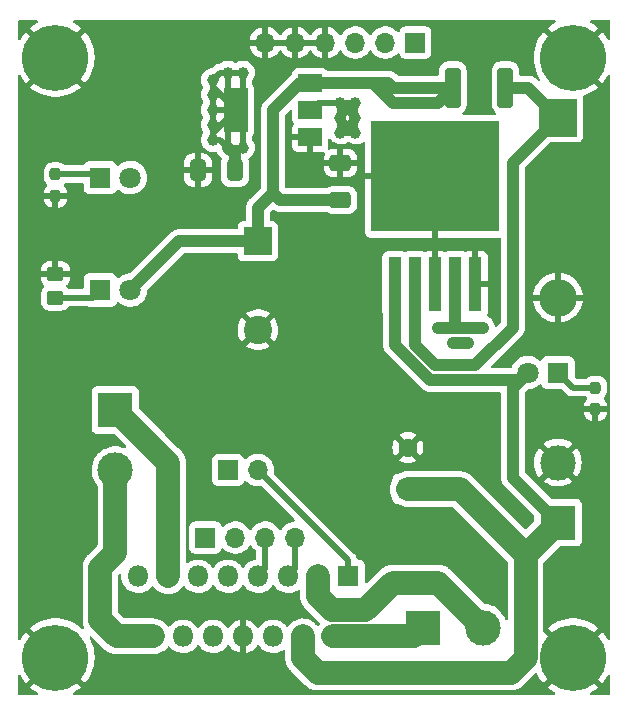
<source format=gtl>
%TF.GenerationSoftware,KiCad,Pcbnew,(6.0.8)*%
%TF.CreationDate,2022-10-23T00:13:42+03:00*%
%TF.ProjectId,PowerBoard,506f7765-7242-46f6-9172-642e6b696361,rev?*%
%TF.SameCoordinates,Original*%
%TF.FileFunction,Copper,L1,Top*%
%TF.FilePolarity,Positive*%
%FSLAX46Y46*%
G04 Gerber Fmt 4.6, Leading zero omitted, Abs format (unit mm)*
G04 Created by KiCad (PCBNEW (6.0.8)) date 2022-10-23 00:13:42*
%MOMM*%
%LPD*%
G01*
G04 APERTURE LIST*
G04 Aperture macros list*
%AMRoundRect*
0 Rectangle with rounded corners*
0 $1 Rounding radius*
0 $2 $3 $4 $5 $6 $7 $8 $9 X,Y pos of 4 corners*
0 Add a 4 corners polygon primitive as box body*
4,1,4,$2,$3,$4,$5,$6,$7,$8,$9,$2,$3,0*
0 Add four circle primitives for the rounded corners*
1,1,$1+$1,$2,$3*
1,1,$1+$1,$4,$5*
1,1,$1+$1,$6,$7*
1,1,$1+$1,$8,$9*
0 Add four rect primitives between the rounded corners*
20,1,$1+$1,$2,$3,$4,$5,0*
20,1,$1+$1,$4,$5,$6,$7,0*
20,1,$1+$1,$6,$7,$8,$9,0*
20,1,$1+$1,$8,$9,$2,$3,0*%
G04 Aperture macros list end*
%TA.AperFunction,ComponentPad*%
%ADD10R,1.600000X1.600000*%
%TD*%
%TA.AperFunction,ComponentPad*%
%ADD11C,1.600000*%
%TD*%
%TA.AperFunction,ComponentPad*%
%ADD12R,1.700000X1.700000*%
%TD*%
%TA.AperFunction,ComponentPad*%
%ADD13O,1.700000X1.700000*%
%TD*%
%TA.AperFunction,SMDPad,CuDef*%
%ADD14RoundRect,0.237500X-0.237500X0.250000X-0.237500X-0.250000X0.237500X-0.250000X0.237500X0.250000X0*%
%TD*%
%TA.AperFunction,ComponentPad*%
%ADD15R,2.400000X2.400000*%
%TD*%
%TA.AperFunction,ComponentPad*%
%ADD16C,2.400000*%
%TD*%
%TA.AperFunction,ComponentPad*%
%ADD17R,1.800000X1.800000*%
%TD*%
%TA.AperFunction,ComponentPad*%
%ADD18C,1.800000*%
%TD*%
%TA.AperFunction,ComponentPad*%
%ADD19C,3.600000*%
%TD*%
%TA.AperFunction,ConnectorPad*%
%ADD20C,5.600000*%
%TD*%
%TA.AperFunction,ComponentPad*%
%ADD21R,3.000000X3.000000*%
%TD*%
%TA.AperFunction,ComponentPad*%
%ADD22C,3.000000*%
%TD*%
%TA.AperFunction,SMDPad,CuDef*%
%ADD23RoundRect,0.250000X0.450000X-0.350000X0.450000X0.350000X-0.450000X0.350000X-0.450000X-0.350000X0*%
%TD*%
%TA.AperFunction,ComponentPad*%
%ADD24O,1.800000X1.800000*%
%TD*%
%TA.AperFunction,ComponentPad*%
%ADD25R,3.200000X3.200000*%
%TD*%
%TA.AperFunction,ComponentPad*%
%ADD26O,3.200000X3.200000*%
%TD*%
%TA.AperFunction,SMDPad,CuDef*%
%ADD27R,2.000000X1.500000*%
%TD*%
%TA.AperFunction,SMDPad,CuDef*%
%ADD28R,2.000000X3.800000*%
%TD*%
%TA.AperFunction,SMDPad,CuDef*%
%ADD29R,1.100000X4.600000*%
%TD*%
%TA.AperFunction,SMDPad,CuDef*%
%ADD30R,10.800000X9.400000*%
%TD*%
%TA.AperFunction,SMDPad,CuDef*%
%ADD31RoundRect,0.250000X0.400000X1.450000X-0.400000X1.450000X-0.400000X-1.450000X0.400000X-1.450000X0*%
%TD*%
%TA.AperFunction,SMDPad,CuDef*%
%ADD32RoundRect,0.250000X0.412500X0.650000X-0.412500X0.650000X-0.412500X-0.650000X0.412500X-0.650000X0*%
%TD*%
%TA.AperFunction,SMDPad,CuDef*%
%ADD33RoundRect,0.250000X0.650000X-0.412500X0.650000X0.412500X-0.650000X0.412500X-0.650000X-0.412500X0*%
%TD*%
%TA.AperFunction,ViaPad*%
%ADD34C,1.000000*%
%TD*%
%TA.AperFunction,Conductor*%
%ADD35C,1.000000*%
%TD*%
%TA.AperFunction,Conductor*%
%ADD36C,2.000000*%
%TD*%
%TA.AperFunction,Conductor*%
%ADD37C,0.500000*%
%TD*%
G04 APERTURE END LIST*
D10*
%TO.P,C1,1*%
%TO.N,VCC*%
X232410000Y-67012755D03*
D11*
%TO.P,C1,2*%
%TO.N,GND*%
X232410000Y-63512755D03*
%TD*%
D12*
%TO.P,J4,1,Pin_1*%
%TO.N,Net-(J4-Pad1)*%
X217170000Y-65405000D03*
D13*
%TO.P,J4,2,Pin_2*%
%TO.N,Net-(J4-Pad2)*%
X219710000Y-65405000D03*
%TD*%
D14*
%TO.P,R1,1*%
%TO.N,Net-(D4-Pad1)*%
X248285000Y-58420000D03*
%TO.P,R1,2*%
%TO.N,GND*%
X248285000Y-60245000D03*
%TD*%
D15*
%TO.P,C2,1*%
%TO.N,+5F*%
X219710000Y-46017246D03*
D16*
%TO.P,C2,2*%
%TO.N,GND*%
X219710000Y-53517246D03*
%TD*%
D17*
%TO.P,D4,1,K*%
%TO.N,Net-(D4-Pad1)*%
X245110000Y-57150000D03*
D18*
%TO.P,D4,2,A*%
%TO.N,VCC*%
X242570000Y-57150000D03*
%TD*%
D19*
%TO.P,H3,1,1*%
%TO.N,GND*%
X246380000Y-30480000D03*
D20*
X246380000Y-30480000D03*
%TD*%
D12*
%TO.P,J6,1,Pin_1*%
%TO.N,+3V3*%
X233045000Y-29210000D03*
D13*
%TO.P,J6,2,Pin_2*%
X230505000Y-29210000D03*
%TO.P,J6,3,Pin_3*%
X227965000Y-29210000D03*
%TO.P,J6,4,Pin_4*%
%TO.N,GND*%
X225425000Y-29210000D03*
%TO.P,J6,5,Pin_5*%
X222885000Y-29210000D03*
%TO.P,J6,6,Pin_6*%
X220345000Y-29210000D03*
%TD*%
D21*
%TO.P,J3,1,Pin_1*%
%TO.N,Net-(J3-Pad1)*%
X207645000Y-60325000D03*
D22*
%TO.P,J3,2,Pin_2*%
%TO.N,Net-(J3-Pad2)*%
X207645000Y-65405000D03*
%TD*%
D20*
%TO.P,H1,1,1*%
%TO.N,GND*%
X246380000Y-81280000D03*
D19*
X246380000Y-81280000D03*
%TD*%
D23*
%TO.P,R3,1*%
%TO.N,Net-(D2-Pad1)*%
X202565000Y-50800000D03*
%TO.P,R3,2*%
%TO.N,GND*%
X202565000Y-48800000D03*
%TD*%
D17*
%TO.P,D3,1,K*%
%TO.N,Net-(D3-Pad1)*%
X206375000Y-40640000D03*
D18*
%TO.P,D3,2,A*%
%TO.N,+3V3*%
X208915000Y-40640000D03*
%TD*%
D21*
%TO.P,J1,1,Pin_1*%
%TO.N,Net-(J1-Pad1)*%
X233680000Y-78740000D03*
D22*
%TO.P,J1,2,Pin_2*%
%TO.N,Net-(J1-Pad2)*%
X238760000Y-78740000D03*
%TD*%
D12*
%TO.P,J2,1,Pin_1*%
%TO.N,Net-(J2-Pad1)*%
X215265000Y-71120000D03*
D13*
%TO.P,J2,2,Pin_2*%
%TO.N,Net-(J2-Pad2)*%
X217805000Y-71120000D03*
%TO.P,J2,3,Pin_3*%
%TO.N,Net-(J2-Pad3)*%
X220345000Y-71120000D03*
%TO.P,J2,4,Pin_4*%
%TO.N,Net-(J2-Pad4)*%
X222885000Y-71120000D03*
%TD*%
D17*
%TO.P,U1,1,SENSE_A*%
%TO.N,Net-(J4-Pad2)*%
X227335000Y-74405000D03*
D24*
%TO.P,U1,2,OUT1*%
%TO.N,Net-(J1-Pad1)*%
X226065000Y-79485000D03*
%TO.P,U1,3,OUT2*%
%TO.N,Net-(J1-Pad2)*%
X224795000Y-74405000D03*
%TO.P,U1,4,Vs*%
%TO.N,VCC*%
X223525000Y-79485000D03*
%TO.P,U1,5,IN1*%
%TO.N,Net-(J2-Pad4)*%
X222255000Y-74405000D03*
%TO.P,U1,6,EnA*%
%TO.N,+3V3*%
X220985000Y-79485000D03*
%TO.P,U1,7,IN2*%
%TO.N,Net-(J2-Pad3)*%
X219715000Y-74405000D03*
%TO.P,U1,8,GND*%
%TO.N,GND*%
X218445000Y-79485000D03*
%TO.P,U1,9,Vss*%
%TO.N,+3V3*%
X217175000Y-74405000D03*
%TO.P,U1,10,IN3*%
%TO.N,Net-(J2-Pad2)*%
X215905000Y-79485000D03*
%TO.P,U1,11,EnB*%
%TO.N,+3V3*%
X214635000Y-74405000D03*
%TO.P,U1,12,IN4*%
%TO.N,Net-(J2-Pad1)*%
X213365000Y-79485000D03*
%TO.P,U1,13,OUT3*%
%TO.N,Net-(J3-Pad1)*%
X212095000Y-74405000D03*
%TO.P,U1,14,OUT4*%
%TO.N,Net-(J3-Pad2)*%
X210825000Y-79485000D03*
%TO.P,U1,15,SENSE_B*%
%TO.N,Net-(J4-Pad1)*%
X209555000Y-74405000D03*
%TD*%
D25*
%TO.P,D1,1,K*%
%TO.N,Net-(D1-Pad1)*%
X245110000Y-35560000D03*
D26*
%TO.P,D1,2,A*%
%TO.N,GND*%
X245110000Y-50800000D03*
%TD*%
D27*
%TO.P,U3,1,GND*%
%TO.N,GND*%
X224130000Y-37225000D03*
D28*
%TO.P,U3,2,VO*%
%TO.N,+3V3*%
X217830000Y-34925000D03*
D27*
X224130000Y-34925000D03*
%TO.P,U3,3,VI*%
%TO.N,+5F*%
X224130000Y-32625000D03*
%TD*%
D29*
%TO.P,U2,1,VIN*%
%TO.N,VCC*%
X231315000Y-49675000D03*
%TO.P,U2,2,OUT*%
%TO.N,Net-(D1-Pad1)*%
X233015000Y-49675000D03*
D30*
%TO.P,U2,3,GND*%
%TO.N,GND*%
X234715000Y-40525000D03*
D29*
X234715000Y-49675000D03*
%TO.P,U2,4,FB*%
%TO.N,+5F*%
X236415000Y-49675000D03*
%TO.P,U2,5,~{ON}/OFF*%
%TO.N,GND*%
X238115000Y-49675000D03*
%TD*%
D19*
%TO.P,H4,1,1*%
%TO.N,GND*%
X202565000Y-81280000D03*
D20*
X202565000Y-81280000D03*
%TD*%
D19*
%TO.P,H2,1,1*%
%TO.N,GND*%
X202565000Y-30480000D03*
D20*
X202565000Y-30480000D03*
%TD*%
D21*
%TO.P,J5,1,Pin_1*%
%TO.N,VCC*%
X245110000Y-69850000D03*
D22*
%TO.P,J5,2,Pin_2*%
%TO.N,GND*%
X245110000Y-64770000D03*
%TD*%
D31*
%TO.P,L1,1,1*%
%TO.N,Net-(D1-Pad1)*%
X240670000Y-33020000D03*
%TO.P,L1,2,2*%
%TO.N,+5F*%
X236220000Y-33020000D03*
%TD*%
D32*
%TO.P,C3,1*%
%TO.N,+3V3*%
X217755000Y-40005000D03*
%TO.P,C3,2*%
%TO.N,GND*%
X214630000Y-40005000D03*
%TD*%
D33*
%TO.P,C4,1*%
%TO.N,+5F*%
X226695000Y-42545000D03*
%TO.P,C4,2*%
%TO.N,GND*%
X226695000Y-39420000D03*
%TD*%
D14*
%TO.P,R4,1*%
%TO.N,Net-(D3-Pad1)*%
X202565000Y-40362500D03*
%TO.P,R4,2*%
%TO.N,GND*%
X202565000Y-42187500D03*
%TD*%
D17*
%TO.P,D2,1,K*%
%TO.N,Net-(D2-Pad1)*%
X206370000Y-50165000D03*
D18*
%TO.P,D2,2,A*%
%TO.N,+5F*%
X208910000Y-50165000D03*
%TD*%
D34*
%TO.N,+5F*%
X232410000Y-34290000D03*
X234950000Y-53340000D03*
X237490000Y-53340000D03*
X232410000Y-33020000D03*
X236220000Y-53340000D03*
X231140000Y-34290000D03*
X231140000Y-33020000D03*
X233680000Y-34290000D03*
X237490000Y-54610000D03*
X236220000Y-54610000D03*
X233680000Y-33020000D03*
X238760000Y-53340000D03*
%TO.N,+3V3*%
X227965000Y-34290000D03*
X227965000Y-36830000D03*
X226695000Y-36830000D03*
X217170000Y-31750000D03*
X215900000Y-37465000D03*
X217170000Y-38100000D03*
X226695000Y-35560000D03*
X215900000Y-33655000D03*
X218440000Y-31750000D03*
X215900000Y-34925000D03*
X215900000Y-36195000D03*
X226695000Y-34290000D03*
X227965000Y-35560000D03*
X215900000Y-32385000D03*
X218440000Y-38100000D03*
%TD*%
D35*
%TO.N,VCC*%
X231315000Y-49675000D02*
X231315000Y-54785000D01*
X241300000Y-66040000D02*
X245110000Y-69850000D01*
D36*
X224790000Y-82550000D02*
X223525000Y-81285000D01*
D35*
X231315000Y-54785000D02*
X234315000Y-57785000D01*
D36*
X232410000Y-67012755D02*
X236812755Y-67012755D01*
X242380000Y-72580000D02*
X242380000Y-81280000D01*
D35*
X241300000Y-58420000D02*
X242570000Y-57150000D01*
X234315000Y-57785000D02*
X241935000Y-57785000D01*
D36*
X241110000Y-82550000D02*
X224790000Y-82550000D01*
D35*
X241935000Y-57785000D02*
X242570000Y-57150000D01*
D36*
X223525000Y-81285000D02*
X223525000Y-79485000D01*
X236812755Y-67012755D02*
X242380000Y-72580000D01*
D35*
X241300000Y-66040000D02*
X241300000Y-58420000D01*
D36*
X245110000Y-69850000D02*
X242380000Y-72580000D01*
X242380000Y-81280000D02*
X241110000Y-82550000D01*
D35*
%TO.N,+5F*%
X233680000Y-34290000D02*
X234950000Y-34290000D01*
X221615000Y-42545000D02*
X226695000Y-42545000D01*
X237490000Y-54610000D02*
X236220000Y-54610000D01*
X220980000Y-41910000D02*
X220980000Y-34925000D01*
X236415000Y-53145000D02*
X236220000Y-53340000D01*
X234950000Y-34290000D02*
X236220000Y-33020000D01*
X231140000Y-34290000D02*
X232410000Y-34290000D01*
X234950000Y-53340000D02*
X236220000Y-53340000D01*
X232410000Y-33020000D02*
X231140000Y-33020000D01*
X237490000Y-53340000D02*
X238760000Y-53340000D01*
X236415000Y-49675000D02*
X236415000Y-53145000D01*
X219710000Y-46017246D02*
X213057754Y-46017246D01*
X235585000Y-33655000D02*
X236220000Y-33020000D01*
X219710000Y-46017246D02*
X219710000Y-43180000D01*
X229475000Y-32625000D02*
X231140000Y-34290000D01*
X232410000Y-34290000D02*
X233680000Y-34290000D01*
X213057754Y-46017246D02*
X208910000Y-50165000D01*
X219710000Y-43180000D02*
X220980000Y-41910000D01*
X224130000Y-32625000D02*
X229475000Y-32625000D01*
X224130000Y-32625000D02*
X230745000Y-32625000D01*
X220980000Y-34925000D02*
X223280000Y-32625000D01*
X223280000Y-32625000D02*
X224130000Y-32625000D01*
X220980000Y-41910000D02*
X221615000Y-42545000D01*
X233680000Y-33020000D02*
X236220000Y-33020000D01*
X236220000Y-53340000D02*
X237490000Y-53340000D01*
X230745000Y-32625000D02*
X231140000Y-33020000D01*
X233680000Y-33020000D02*
X232410000Y-33020000D01*
D37*
%TO.N,+3V3*%
X215900000Y-32995000D02*
X217830000Y-34925000D01*
X215900000Y-36855000D02*
X217830000Y-34925000D01*
X217170000Y-34265000D02*
X217830000Y-34925000D01*
X226695000Y-35560000D02*
X227965000Y-34290000D01*
X217170000Y-31750000D02*
X217170000Y-34265000D01*
X215900000Y-34925000D02*
X215900000Y-36195000D01*
X215900000Y-32385000D02*
X215900000Y-32995000D01*
X218440000Y-34315000D02*
X217830000Y-34925000D01*
X216535000Y-31750000D02*
X215900000Y-32385000D01*
X226695000Y-35560000D02*
X226695000Y-36830000D01*
X216560000Y-33655000D02*
X217830000Y-34925000D01*
X218440000Y-38100000D02*
X218440000Y-35535000D01*
X227965000Y-35560000D02*
X227965000Y-34290000D01*
X226695000Y-35560000D02*
X227965000Y-36830000D01*
X226695000Y-34290000D02*
X227965000Y-35560000D01*
X218440000Y-35535000D02*
X217830000Y-34925000D01*
X218440000Y-31750000D02*
X218440000Y-34315000D01*
X217170000Y-38100000D02*
X217170000Y-35585000D01*
X215900000Y-37465000D02*
X216535000Y-37465000D01*
X216535000Y-37465000D02*
X217170000Y-38100000D01*
X215900000Y-36195000D02*
X215900000Y-37465000D01*
X226695000Y-34290000D02*
X224765000Y-34290000D01*
X227965000Y-35560000D02*
X227965000Y-36830000D01*
X215900000Y-37465000D02*
X215900000Y-36855000D01*
X226695000Y-34290000D02*
X226695000Y-35560000D01*
X218440000Y-31750000D02*
X217170000Y-31750000D01*
X217170000Y-35585000D02*
X217830000Y-34925000D01*
X227965000Y-34290000D02*
X226695000Y-34290000D01*
X217170000Y-38100000D02*
X218440000Y-38100000D01*
X215900000Y-33655000D02*
X216560000Y-33655000D01*
X226695000Y-36830000D02*
X227965000Y-36830000D01*
X216560000Y-36195000D02*
X217830000Y-34925000D01*
X215900000Y-32385000D02*
X215900000Y-33655000D01*
D35*
X217755000Y-40005000D02*
X217755000Y-38685000D01*
D37*
X224765000Y-34290000D02*
X224130000Y-34925000D01*
X215900000Y-36195000D02*
X216560000Y-36195000D01*
X226695000Y-36830000D02*
X227965000Y-35560000D01*
X215900000Y-34925000D02*
X217830000Y-34925000D01*
D35*
X217755000Y-38685000D02*
X217170000Y-38100000D01*
D37*
X215900000Y-33655000D02*
X215900000Y-34925000D01*
X217170000Y-31750000D02*
X216535000Y-31750000D01*
D35*
%TO.N,Net-(D1-Pad1)*%
X245110000Y-35560000D02*
X241300000Y-39370000D01*
X242570000Y-33020000D02*
X240670000Y-33020000D01*
X238125000Y-56515000D02*
X234742056Y-56515000D01*
X234742056Y-56515000D02*
X233015000Y-54787944D01*
X241300000Y-53340000D02*
X238125000Y-56515000D01*
X233015000Y-54787944D02*
X233015000Y-49675000D01*
X241300000Y-39370000D02*
X241300000Y-53340000D01*
X245110000Y-35560000D02*
X242570000Y-33020000D01*
D37*
%TO.N,Net-(D2-Pad1)*%
X205735000Y-50800000D02*
X206370000Y-50165000D01*
X202565000Y-50800000D02*
X205735000Y-50800000D01*
%TO.N,Net-(D3-Pad1)*%
X202565000Y-40362500D02*
X206097500Y-40362500D01*
X206097500Y-40362500D02*
X206375000Y-40640000D01*
%TO.N,Net-(D4-Pad1)*%
X246380000Y-58420000D02*
X245110000Y-57150000D01*
X248285000Y-58420000D02*
X246380000Y-58420000D01*
D36*
%TO.N,Net-(J1-Pad1)*%
X232935000Y-79485000D02*
X233680000Y-78740000D01*
X226065000Y-79485000D02*
X232935000Y-79485000D01*
%TO.N,Net-(J1-Pad2)*%
X234950000Y-74930000D02*
X238760000Y-78740000D01*
X226015000Y-77285000D02*
X228785000Y-77285000D01*
X228785000Y-77285000D02*
X231140000Y-74930000D01*
X224795000Y-76065000D02*
X226015000Y-77285000D01*
X231140000Y-74930000D02*
X234950000Y-74930000D01*
X224795000Y-74405000D02*
X224795000Y-76065000D01*
D37*
%TO.N,Net-(J2-Pad3)*%
X220345000Y-73775000D02*
X219715000Y-74405000D01*
X220345000Y-71120000D02*
X220345000Y-73775000D01*
%TO.N,Net-(J2-Pad4)*%
X222885000Y-73775000D02*
X222255000Y-74405000D01*
X222885000Y-71120000D02*
X222885000Y-73775000D01*
D36*
%TO.N,Net-(J3-Pad1)*%
X207645000Y-60325000D02*
X212095000Y-64775000D01*
X212095000Y-64775000D02*
X212095000Y-74405000D01*
%TO.N,Net-(J3-Pad2)*%
X206375000Y-78105000D02*
X207755000Y-79485000D01*
X207755000Y-79485000D02*
X210825000Y-79485000D01*
X207645000Y-72390000D02*
X206375000Y-73660000D01*
X206375000Y-73660000D02*
X206375000Y-78105000D01*
X207645000Y-65405000D02*
X207645000Y-72390000D01*
D37*
%TO.N,Net-(J4-Pad2)*%
X227335000Y-73030000D02*
X227335000Y-74405000D01*
X219710000Y-65405000D02*
X227335000Y-73030000D01*
%TD*%
%TA.AperFunction,Conductor*%
%TO.N,GND*%
G36*
X201044172Y-27325002D02*
G01*
X201090665Y-27378658D01*
X201100769Y-27448932D01*
X201071275Y-27513512D01*
X201028702Y-27545472D01*
X201023034Y-27548079D01*
X201016991Y-27551265D01*
X200715401Y-27731763D01*
X200709755Y-27735571D01*
X200429408Y-27947596D01*
X200424211Y-27951987D01*
X200422972Y-27953155D01*
X200414950Y-27966862D01*
X200414986Y-27967704D01*
X200420037Y-27975826D01*
X201654210Y-29210000D01*
X202552190Y-30107980D01*
X202566131Y-30115592D01*
X202567966Y-30115461D01*
X202574580Y-30111210D01*
X203475790Y-29210000D01*
X204707798Y-27977991D01*
X204715412Y-27964047D01*
X204715344Y-27963090D01*
X204710834Y-27956271D01*
X204709418Y-27955065D01*
X204429813Y-27742064D01*
X204424187Y-27738240D01*
X204123214Y-27556681D01*
X204117187Y-27553476D01*
X204099545Y-27545287D01*
X204046178Y-27498463D01*
X204026598Y-27430220D01*
X204047022Y-27362224D01*
X204100964Y-27316064D01*
X204152596Y-27305000D01*
X244791051Y-27305000D01*
X244859172Y-27325002D01*
X244905665Y-27378658D01*
X244915769Y-27448932D01*
X244886275Y-27513512D01*
X244843702Y-27545472D01*
X244838034Y-27548079D01*
X244831991Y-27551265D01*
X244530401Y-27731763D01*
X244524755Y-27735571D01*
X244244408Y-27947596D01*
X244239211Y-27951987D01*
X244237972Y-27953155D01*
X244229950Y-27966862D01*
X244229986Y-27967704D01*
X244235037Y-27975826D01*
X246367190Y-30107980D01*
X246381131Y-30115592D01*
X246382966Y-30115461D01*
X246389580Y-30111210D01*
X247290790Y-29210000D01*
X248522798Y-27977991D01*
X248530412Y-27964047D01*
X248530344Y-27963090D01*
X248525834Y-27956271D01*
X248524418Y-27955065D01*
X248244813Y-27742064D01*
X248239187Y-27738240D01*
X247938214Y-27556681D01*
X247932187Y-27553476D01*
X247914545Y-27545287D01*
X247861178Y-27498463D01*
X247841598Y-27430220D01*
X247862022Y-27362224D01*
X247915964Y-27316064D01*
X247967596Y-27305000D01*
X249429000Y-27305000D01*
X249497121Y-27325002D01*
X249543614Y-27378658D01*
X249555000Y-27431000D01*
X249555000Y-28899828D01*
X249534998Y-28967949D01*
X249481342Y-29014442D01*
X249411068Y-29024546D01*
X249346488Y-28995052D01*
X249317646Y-28958787D01*
X249221269Y-28776763D01*
X249217769Y-28770937D01*
X249020697Y-28479862D01*
X249016590Y-28474453D01*
X248903565Y-28341179D01*
X248890740Y-28332743D01*
X248880416Y-28338795D01*
X246752020Y-30467190D01*
X246744408Y-30481131D01*
X246744539Y-30482966D01*
X246748790Y-30489580D01*
X248879009Y-32619798D01*
X248892605Y-32627223D01*
X248902218Y-32620522D01*
X249002518Y-32503912D01*
X249006676Y-32498514D01*
X249205762Y-32208840D01*
X249209310Y-32203029D01*
X249318060Y-32001058D01*
X249367967Y-31950562D01*
X249437251Y-31935063D01*
X249503916Y-31959483D01*
X249546795Y-32016068D01*
X249555000Y-32060793D01*
X249555000Y-79699828D01*
X249534998Y-79767949D01*
X249481342Y-79814442D01*
X249411068Y-79824546D01*
X249346488Y-79795052D01*
X249317646Y-79758787D01*
X249221266Y-79576758D01*
X249217769Y-79570937D01*
X249020697Y-79279862D01*
X249016590Y-79274453D01*
X248903565Y-79141179D01*
X248890740Y-79132743D01*
X248880416Y-79138795D01*
X246752020Y-81267190D01*
X246744408Y-81281131D01*
X246744539Y-81282966D01*
X246748790Y-81289580D01*
X248879009Y-83419798D01*
X248892605Y-83427223D01*
X248902218Y-83420522D01*
X249002518Y-83303912D01*
X249006676Y-83298514D01*
X249205762Y-83008840D01*
X249209310Y-83003029D01*
X249318060Y-82801058D01*
X249367967Y-82750562D01*
X249437251Y-82735063D01*
X249503916Y-82759483D01*
X249546795Y-82816068D01*
X249555000Y-82860793D01*
X249555000Y-84329000D01*
X249534998Y-84397121D01*
X249481342Y-84443614D01*
X249429000Y-84455000D01*
X247969998Y-84455000D01*
X247901877Y-84434998D01*
X247855384Y-84381342D01*
X247845280Y-84311068D01*
X247874774Y-84246488D01*
X247911626Y-84217337D01*
X247917763Y-84214129D01*
X248219995Y-84034676D01*
X248225659Y-84030884D01*
X248506732Y-83819849D01*
X248511958Y-83815464D01*
X248521613Y-83806428D01*
X248529682Y-83792750D01*
X248529654Y-83792024D01*
X248524512Y-83783723D01*
X246392810Y-81652020D01*
X246378869Y-81644408D01*
X246377034Y-81644539D01*
X246370420Y-81648790D01*
X244236774Y-83782437D01*
X244229160Y-83796381D01*
X244229237Y-83797470D01*
X244231698Y-83801206D01*
X244505632Y-84011404D01*
X244511262Y-84015259D01*
X244811591Y-84197862D01*
X244817593Y-84201080D01*
X244847091Y-84214898D01*
X244900294Y-84261909D01*
X244919636Y-84330220D01*
X244898976Y-84398144D01*
X244844872Y-84444115D01*
X244793642Y-84455000D01*
X204154998Y-84455000D01*
X204086877Y-84434998D01*
X204040384Y-84381342D01*
X204030280Y-84311068D01*
X204059774Y-84246488D01*
X204096626Y-84217337D01*
X204102763Y-84214129D01*
X204404995Y-84034676D01*
X204410659Y-84030884D01*
X204691732Y-83819849D01*
X204696958Y-83815464D01*
X204706613Y-83806428D01*
X204714682Y-83792750D01*
X204714654Y-83792024D01*
X204709512Y-83783723D01*
X202577810Y-81652020D01*
X202563869Y-81644408D01*
X202562034Y-81644539D01*
X202555420Y-81648790D01*
X200421774Y-83782437D01*
X200414160Y-83796381D01*
X200414237Y-83797470D01*
X200416698Y-83801206D01*
X200690632Y-84011404D01*
X200696262Y-84015259D01*
X200996591Y-84197862D01*
X201002593Y-84201080D01*
X201032091Y-84214898D01*
X201085294Y-84261909D01*
X201104636Y-84330220D01*
X201083976Y-84398144D01*
X201029872Y-84444115D01*
X200978642Y-84455000D01*
X199516000Y-84455000D01*
X199447879Y-84434998D01*
X199401386Y-84381342D01*
X199390000Y-84329000D01*
X199390000Y-82859991D01*
X199410002Y-82791870D01*
X199463658Y-82745377D01*
X199533932Y-82735273D01*
X199598512Y-82764767D01*
X199627560Y-82801421D01*
X199717803Y-82973310D01*
X199721286Y-82979152D01*
X199917330Y-83270896D01*
X199921433Y-83276340D01*
X200041425Y-83418836D01*
X200054164Y-83427279D01*
X200064608Y-83421181D01*
X202192980Y-81292810D01*
X202200592Y-81278869D01*
X202200461Y-81277034D01*
X202196210Y-81270420D01*
X200065992Y-79140203D01*
X200052455Y-79132811D01*
X200042753Y-79139599D01*
X199935430Y-79265257D01*
X199931296Y-79270664D01*
X199733215Y-79561041D01*
X199729697Y-79566851D01*
X199627148Y-79758907D01*
X199577418Y-79809576D01*
X199508188Y-79825317D01*
X199441438Y-79801130D01*
X199398362Y-79744695D01*
X199390000Y-79699559D01*
X199390000Y-78766862D01*
X200414950Y-78766862D01*
X200414986Y-78767704D01*
X200420037Y-78775826D01*
X202552190Y-80907980D01*
X202566131Y-80915592D01*
X202567966Y-80915461D01*
X202574580Y-80911210D01*
X203956587Y-79529203D01*
X204018899Y-79495177D01*
X204089714Y-79500242D01*
X204134777Y-79529203D01*
X204315797Y-79710223D01*
X204349823Y-79772535D01*
X204344758Y-79843350D01*
X204315797Y-79888413D01*
X202937022Y-81267188D01*
X202929408Y-81281132D01*
X202929539Y-81282965D01*
X202933790Y-81289580D01*
X205064009Y-83419798D01*
X205077605Y-83427223D01*
X205087218Y-83420522D01*
X205187518Y-83303912D01*
X205191676Y-83298514D01*
X205390762Y-83008840D01*
X205394310Y-83003029D01*
X205560942Y-82693559D01*
X205563849Y-82687381D01*
X205696090Y-82361713D01*
X205698304Y-82355283D01*
X205794598Y-82017237D01*
X205796105Y-82010607D01*
X205855332Y-81664118D01*
X205856112Y-81657378D01*
X205877668Y-81304925D01*
X205877784Y-81301323D01*
X205877853Y-81281819D01*
X205877761Y-81278194D01*
X205858666Y-80925615D01*
X205857931Y-80918849D01*
X205801130Y-80571985D01*
X205799663Y-80565313D01*
X205705736Y-80226627D01*
X205703562Y-80220163D01*
X205573598Y-79893578D01*
X205570742Y-79887398D01*
X205452799Y-79664643D01*
X205438600Y-79595081D01*
X205464263Y-79528885D01*
X205521641Y-79487072D01*
X205592516Y-79482918D01*
X205653248Y-79516589D01*
X206671325Y-80534666D01*
X206673779Y-80537188D01*
X206735985Y-80602969D01*
X206742332Y-80609681D01*
X206790358Y-80646399D01*
X206804757Y-80657408D01*
X206809892Y-80661552D01*
X206856053Y-80700838D01*
X206869720Y-80712470D01*
X206874045Y-80715089D01*
X206874050Y-80715093D01*
X206897824Y-80729491D01*
X206909071Y-80737163D01*
X206935174Y-80757120D01*
X206939632Y-80759510D01*
X206939633Y-80759511D01*
X206959255Y-80770032D01*
X206996255Y-80789871D01*
X207004401Y-80794239D01*
X207010126Y-80797504D01*
X207077358Y-80838221D01*
X207089781Y-80843240D01*
X207107817Y-80850527D01*
X207120158Y-80856307D01*
X207149109Y-80871831D01*
X207153890Y-80873477D01*
X207153894Y-80873479D01*
X207223401Y-80897412D01*
X207229579Y-80899722D01*
X207268535Y-80915461D01*
X207302429Y-80929155D01*
X207307369Y-80930277D01*
X207307368Y-80930277D01*
X207334460Y-80936432D01*
X207347559Y-80940163D01*
X207378631Y-80950862D01*
X207383608Y-80951722D01*
X207383621Y-80951725D01*
X207456071Y-80964239D01*
X207462540Y-80965531D01*
X207521561Y-80978940D01*
X207539145Y-80982935D01*
X207571951Y-80984999D01*
X207585455Y-80986586D01*
X207607683Y-80990425D01*
X207613933Y-80991505D01*
X207613936Y-80991505D01*
X207617836Y-80992179D01*
X207621793Y-80992359D01*
X207621796Y-80992359D01*
X207645506Y-80993436D01*
X207645525Y-80993436D01*
X207646925Y-80993500D01*
X207703108Y-80993500D01*
X207711019Y-80993749D01*
X207781413Y-80998178D01*
X207822993Y-80994101D01*
X207835289Y-80993500D01*
X210886001Y-80993500D01*
X210888509Y-80993298D01*
X210888514Y-80993298D01*
X211061924Y-80979346D01*
X211061929Y-80979345D01*
X211066965Y-80978940D01*
X211071873Y-80977734D01*
X211071876Y-80977734D01*
X211297792Y-80922244D01*
X211302706Y-80921037D01*
X211307358Y-80919062D01*
X211307362Y-80919061D01*
X211492759Y-80840364D01*
X211526156Y-80826188D01*
X211632037Y-80759511D01*
X211727288Y-80699528D01*
X211727291Y-80699526D01*
X211731567Y-80696833D01*
X211824498Y-80614904D01*
X211909858Y-80539650D01*
X211909861Y-80539647D01*
X211913655Y-80536302D01*
X212061457Y-80356364D01*
X212120152Y-80316421D01*
X212191124Y-80314551D01*
X212254060Y-80353843D01*
X212376147Y-80494784D01*
X212554349Y-80642730D01*
X212754322Y-80759584D01*
X212759147Y-80761426D01*
X212759148Y-80761427D01*
X212827830Y-80787654D01*
X212970694Y-80842209D01*
X212975760Y-80843240D01*
X212975761Y-80843240D01*
X213011578Y-80850527D01*
X213197656Y-80888385D01*
X213328324Y-80893176D01*
X213423949Y-80896683D01*
X213423953Y-80896683D01*
X213429113Y-80896872D01*
X213434233Y-80896216D01*
X213434235Y-80896216D01*
X213507270Y-80886860D01*
X213658847Y-80867442D01*
X213663795Y-80865957D01*
X213663802Y-80865956D01*
X213875747Y-80802369D01*
X213880690Y-80800886D01*
X213886287Y-80798144D01*
X214084049Y-80701262D01*
X214084052Y-80701260D01*
X214088684Y-80698991D01*
X214277243Y-80564494D01*
X214441303Y-80401005D01*
X214444319Y-80396808D01*
X214444326Y-80396800D01*
X214531960Y-80274844D01*
X214587954Y-80231196D01*
X214658658Y-80224750D01*
X214721622Y-80257553D01*
X214741715Y-80282536D01*
X214761800Y-80315313D01*
X214761806Y-80315321D01*
X214764501Y-80319719D01*
X214916147Y-80494784D01*
X215094349Y-80642730D01*
X215294322Y-80759584D01*
X215299147Y-80761426D01*
X215299148Y-80761427D01*
X215367830Y-80787654D01*
X215510694Y-80842209D01*
X215515760Y-80843240D01*
X215515761Y-80843240D01*
X215551578Y-80850527D01*
X215737656Y-80888385D01*
X215868324Y-80893176D01*
X215963949Y-80896683D01*
X215963953Y-80896683D01*
X215969113Y-80896872D01*
X215974233Y-80896216D01*
X215974235Y-80896216D01*
X216047270Y-80886860D01*
X216198847Y-80867442D01*
X216203795Y-80865957D01*
X216203802Y-80865956D01*
X216415747Y-80802369D01*
X216420690Y-80800886D01*
X216426287Y-80798144D01*
X216624049Y-80701262D01*
X216624052Y-80701260D01*
X216628684Y-80698991D01*
X216817243Y-80564494D01*
X216981303Y-80401005D01*
X217004512Y-80368707D01*
X217072275Y-80274404D01*
X217128270Y-80230756D01*
X217198973Y-80224310D01*
X217261938Y-80257113D01*
X217282031Y-80282096D01*
X217302205Y-80315017D01*
X217308286Y-80323326D01*
X217453113Y-80490519D01*
X217460475Y-80497728D01*
X217630660Y-80639018D01*
X217639099Y-80644927D01*
X217830077Y-80756525D01*
X217839364Y-80760975D01*
X218046003Y-80839883D01*
X218055901Y-80842759D01*
X218173250Y-80866634D01*
X218187299Y-80865438D01*
X218191000Y-80855093D01*
X218191000Y-78117517D01*
X218187082Y-78104173D01*
X218172806Y-78102186D01*
X218122694Y-78109855D01*
X218112666Y-78112244D01*
X217902426Y-78180961D01*
X217892916Y-78184958D01*
X217696728Y-78287087D01*
X217688003Y-78292581D01*
X217511123Y-78425386D01*
X217503416Y-78432229D01*
X217350600Y-78592143D01*
X217344113Y-78600153D01*
X217279602Y-78694723D01*
X217224691Y-78739726D01*
X217154166Y-78747897D01*
X217090419Y-78716643D01*
X217069722Y-78692159D01*
X217027575Y-78627009D01*
X217027570Y-78627003D01*
X217024764Y-78622665D01*
X217013789Y-78610603D01*
X216918964Y-78506392D01*
X216868887Y-78451358D01*
X216864836Y-78448159D01*
X216864832Y-78448155D01*
X216691177Y-78311011D01*
X216691172Y-78311008D01*
X216687123Y-78307810D01*
X216682607Y-78305317D01*
X216682604Y-78305315D01*
X216488879Y-78198373D01*
X216488875Y-78198371D01*
X216484355Y-78195876D01*
X216479486Y-78194152D01*
X216479482Y-78194150D01*
X216270903Y-78120288D01*
X216270899Y-78120287D01*
X216266028Y-78118562D01*
X216260935Y-78117655D01*
X216260932Y-78117654D01*
X216043095Y-78078851D01*
X216043089Y-78078850D01*
X216038006Y-78077945D01*
X215965096Y-78077054D01*
X215811581Y-78075179D01*
X215811579Y-78075179D01*
X215806411Y-78075116D01*
X215577464Y-78110150D01*
X215357314Y-78182106D01*
X215352726Y-78184494D01*
X215352722Y-78184496D01*
X215156461Y-78286663D01*
X215151872Y-78289052D01*
X215147739Y-78292155D01*
X215147736Y-78292157D01*
X214977724Y-78419806D01*
X214966655Y-78428117D01*
X214806639Y-78595564D01*
X214739306Y-78694271D01*
X214684397Y-78739271D01*
X214613872Y-78747442D01*
X214550125Y-78716188D01*
X214529428Y-78691705D01*
X214512369Y-78665335D01*
X214484764Y-78622665D01*
X214473789Y-78610603D01*
X214378964Y-78506392D01*
X214328887Y-78451358D01*
X214324836Y-78448159D01*
X214324832Y-78448155D01*
X214151177Y-78311011D01*
X214151172Y-78311008D01*
X214147123Y-78307810D01*
X214142607Y-78305317D01*
X214142604Y-78305315D01*
X213948879Y-78198373D01*
X213948875Y-78198371D01*
X213944355Y-78195876D01*
X213939486Y-78194152D01*
X213939482Y-78194150D01*
X213730903Y-78120288D01*
X213730899Y-78120287D01*
X213726028Y-78118562D01*
X213720935Y-78117655D01*
X213720932Y-78117654D01*
X213503095Y-78078851D01*
X213503089Y-78078850D01*
X213498006Y-78077945D01*
X213425096Y-78077054D01*
X213271581Y-78075179D01*
X213271579Y-78075179D01*
X213266411Y-78075116D01*
X213037464Y-78110150D01*
X212817314Y-78182106D01*
X212812726Y-78184494D01*
X212812722Y-78184496D01*
X212616461Y-78286663D01*
X212611872Y-78289052D01*
X212607739Y-78292155D01*
X212607736Y-78292157D01*
X212437724Y-78419806D01*
X212426655Y-78428117D01*
X212266639Y-78595564D01*
X212259626Y-78605845D01*
X212204715Y-78650846D01*
X212134190Y-78659017D01*
X212070443Y-78627762D01*
X212051327Y-78605661D01*
X212007306Y-78540886D01*
X212007303Y-78540883D01*
X212004456Y-78536693D01*
X211837668Y-78360319D01*
X211773176Y-78311011D01*
X211648846Y-78215953D01*
X211648842Y-78215950D01*
X211644826Y-78212880D01*
X211626339Y-78202967D01*
X211435352Y-78100561D01*
X211430891Y-78098169D01*
X211201369Y-78019138D01*
X211089603Y-77999833D01*
X210966074Y-77978496D01*
X210966068Y-77978495D01*
X210962164Y-77977821D01*
X210958203Y-77977641D01*
X210958202Y-77977641D01*
X210934494Y-77976564D01*
X210934475Y-77976564D01*
X210933075Y-77976500D01*
X208432031Y-77976500D01*
X208363910Y-77956498D01*
X208342936Y-77939595D01*
X207920405Y-77517064D01*
X207886379Y-77454752D01*
X207883500Y-77427969D01*
X207883500Y-74337032D01*
X207903502Y-74268911D01*
X207920405Y-74247937D01*
X207930986Y-74237356D01*
X207993298Y-74203330D01*
X208064113Y-74208395D01*
X208120949Y-74250942D01*
X208145760Y-74317462D01*
X208145368Y-74339839D01*
X208142095Y-74370469D01*
X208155427Y-74601697D01*
X208156564Y-74606743D01*
X208156565Y-74606749D01*
X208188741Y-74749523D01*
X208206346Y-74827642D01*
X208208288Y-74832424D01*
X208208289Y-74832428D01*
X208283467Y-75017568D01*
X208293484Y-75042237D01*
X208414501Y-75239719D01*
X208566147Y-75414784D01*
X208744349Y-75562730D01*
X208944322Y-75679584D01*
X209160694Y-75762209D01*
X209165760Y-75763240D01*
X209165761Y-75763240D01*
X209218846Y-75774040D01*
X209387656Y-75808385D01*
X209518324Y-75813176D01*
X209613949Y-75816683D01*
X209613953Y-75816683D01*
X209619113Y-75816872D01*
X209624233Y-75816216D01*
X209624235Y-75816216D01*
X209697270Y-75806860D01*
X209848847Y-75787442D01*
X209853795Y-75785957D01*
X209853802Y-75785956D01*
X210065747Y-75722369D01*
X210070690Y-75720886D01*
X210151236Y-75681427D01*
X210274049Y-75621262D01*
X210274052Y-75621260D01*
X210278684Y-75618991D01*
X210467243Y-75484494D01*
X210631303Y-75321005D01*
X210634317Y-75316811D01*
X210634326Y-75316800D01*
X210659488Y-75281783D01*
X210715482Y-75238135D01*
X210786186Y-75231689D01*
X210849150Y-75264492D01*
X210868429Y-75288165D01*
X210880469Y-75307284D01*
X210880474Y-75307291D01*
X210883167Y-75311567D01*
X210891488Y-75321005D01*
X211040350Y-75489858D01*
X211040353Y-75489861D01*
X211043698Y-75493655D01*
X211047606Y-75496865D01*
X211047607Y-75496866D01*
X211192636Y-75615993D01*
X211231278Y-75647734D01*
X211441078Y-75769841D01*
X211445801Y-75771654D01*
X211662978Y-75855020D01*
X211662982Y-75855021D01*
X211667702Y-75856833D01*
X211672652Y-75857867D01*
X211672655Y-75857868D01*
X211900369Y-75905440D01*
X211900373Y-75905440D01*
X211905320Y-75906474D01*
X212147817Y-75917486D01*
X212152837Y-75916905D01*
X212152841Y-75916905D01*
X212383929Y-75890167D01*
X212383933Y-75890166D01*
X212388956Y-75889585D01*
X212393820Y-75888209D01*
X212393823Y-75888208D01*
X212617669Y-75824866D01*
X212617668Y-75824866D01*
X212622532Y-75823490D01*
X212627108Y-75821356D01*
X212627114Y-75821354D01*
X212837954Y-75723038D01*
X212837958Y-75723036D01*
X212842536Y-75720901D01*
X213043307Y-75584456D01*
X213219681Y-75417668D01*
X213326791Y-75277574D01*
X213384055Y-75235608D01*
X213454918Y-75231263D01*
X213516882Y-75265919D01*
X213522124Y-75271608D01*
X213646147Y-75414784D01*
X213824349Y-75562730D01*
X214024322Y-75679584D01*
X214240694Y-75762209D01*
X214245760Y-75763240D01*
X214245761Y-75763240D01*
X214298846Y-75774040D01*
X214467656Y-75808385D01*
X214598324Y-75813176D01*
X214693949Y-75816683D01*
X214693953Y-75816683D01*
X214699113Y-75816872D01*
X214704233Y-75816216D01*
X214704235Y-75816216D01*
X214777270Y-75806860D01*
X214928847Y-75787442D01*
X214933795Y-75785957D01*
X214933802Y-75785956D01*
X215145747Y-75722369D01*
X215150690Y-75720886D01*
X215231236Y-75681427D01*
X215354049Y-75621262D01*
X215354052Y-75621260D01*
X215358684Y-75618991D01*
X215547243Y-75484494D01*
X215711303Y-75321005D01*
X215714317Y-75316811D01*
X215714326Y-75316800D01*
X215801960Y-75194844D01*
X215857954Y-75151196D01*
X215928658Y-75144750D01*
X215991622Y-75177553D01*
X216011715Y-75202536D01*
X216031800Y-75235313D01*
X216031804Y-75235318D01*
X216034501Y-75239719D01*
X216186147Y-75414784D01*
X216364349Y-75562730D01*
X216564322Y-75679584D01*
X216780694Y-75762209D01*
X216785760Y-75763240D01*
X216785761Y-75763240D01*
X216838846Y-75774040D01*
X217007656Y-75808385D01*
X217138324Y-75813176D01*
X217233949Y-75816683D01*
X217233953Y-75816683D01*
X217239113Y-75816872D01*
X217244233Y-75816216D01*
X217244235Y-75816216D01*
X217317270Y-75806860D01*
X217468847Y-75787442D01*
X217473795Y-75785957D01*
X217473802Y-75785956D01*
X217685747Y-75722369D01*
X217690690Y-75720886D01*
X217771236Y-75681427D01*
X217894049Y-75621262D01*
X217894052Y-75621260D01*
X217898684Y-75618991D01*
X218087243Y-75484494D01*
X218251303Y-75321005D01*
X218254317Y-75316811D01*
X218254326Y-75316800D01*
X218341960Y-75194844D01*
X218397954Y-75151196D01*
X218468658Y-75144750D01*
X218531622Y-75177553D01*
X218551715Y-75202536D01*
X218571800Y-75235313D01*
X218571804Y-75235318D01*
X218574501Y-75239719D01*
X218726147Y-75414784D01*
X218904349Y-75562730D01*
X219104322Y-75679584D01*
X219320694Y-75762209D01*
X219325760Y-75763240D01*
X219325761Y-75763240D01*
X219378846Y-75774040D01*
X219547656Y-75808385D01*
X219678324Y-75813176D01*
X219773949Y-75816683D01*
X219773953Y-75816683D01*
X219779113Y-75816872D01*
X219784233Y-75816216D01*
X219784235Y-75816216D01*
X219857270Y-75806860D01*
X220008847Y-75787442D01*
X220013795Y-75785957D01*
X220013802Y-75785956D01*
X220225747Y-75722369D01*
X220230690Y-75720886D01*
X220311236Y-75681427D01*
X220434049Y-75621262D01*
X220434052Y-75621260D01*
X220438684Y-75618991D01*
X220627243Y-75484494D01*
X220791303Y-75321005D01*
X220794317Y-75316811D01*
X220794326Y-75316800D01*
X220881960Y-75194844D01*
X220937954Y-75151196D01*
X221008658Y-75144750D01*
X221071622Y-75177553D01*
X221091715Y-75202536D01*
X221111800Y-75235313D01*
X221111804Y-75235318D01*
X221114501Y-75239719D01*
X221266147Y-75414784D01*
X221444349Y-75562730D01*
X221644322Y-75679584D01*
X221860694Y-75762209D01*
X221865760Y-75763240D01*
X221865761Y-75763240D01*
X221918846Y-75774040D01*
X222087656Y-75808385D01*
X222218324Y-75813176D01*
X222313949Y-75816683D01*
X222313953Y-75816683D01*
X222319113Y-75816872D01*
X222324233Y-75816216D01*
X222324235Y-75816216D01*
X222397270Y-75806860D01*
X222548847Y-75787442D01*
X222553795Y-75785957D01*
X222553802Y-75785956D01*
X222765747Y-75722369D01*
X222770690Y-75720886D01*
X222851236Y-75681427D01*
X222974049Y-75621262D01*
X222974052Y-75621260D01*
X222978684Y-75618991D01*
X222982882Y-75615996D01*
X222982888Y-75615993D01*
X223087332Y-75541494D01*
X223154405Y-75518220D01*
X223223414Y-75534904D01*
X223272448Y-75586248D01*
X223286500Y-75644073D01*
X223286500Y-76040984D01*
X223286451Y-76044502D01*
X223283666Y-76144205D01*
X223284335Y-76149219D01*
X223294058Y-76222086D01*
X223294758Y-76228639D01*
X223301060Y-76306965D01*
X223308897Y-76338870D01*
X223311426Y-76352258D01*
X223315771Y-76384820D01*
X223317232Y-76389661D01*
X223317233Y-76389663D01*
X223338478Y-76460029D01*
X223340219Y-76466390D01*
X223358963Y-76542706D01*
X223360941Y-76547366D01*
X223371801Y-76572951D01*
X223376438Y-76585761D01*
X223385933Y-76617208D01*
X223388151Y-76621756D01*
X223388154Y-76621763D01*
X223420371Y-76687818D01*
X223423107Y-76693820D01*
X223439258Y-76731869D01*
X223453812Y-76766156D01*
X223469123Y-76790468D01*
X223471319Y-76793956D01*
X223477945Y-76805860D01*
X223492346Y-76835388D01*
X223495265Y-76839525D01*
X223495265Y-76839526D01*
X223537641Y-76899597D01*
X223541301Y-76905086D01*
X223574715Y-76958145D01*
X223583167Y-76971567D01*
X223586508Y-76975356D01*
X223586512Y-76975362D01*
X223604898Y-76996217D01*
X223613344Y-77006912D01*
X223632274Y-77033747D01*
X223651909Y-77055250D01*
X223691625Y-77094966D01*
X223697044Y-77100736D01*
X223740350Y-77149858D01*
X223740353Y-77149861D01*
X223743698Y-77153655D01*
X223747606Y-77156865D01*
X223747607Y-77156866D01*
X223775989Y-77180179D01*
X223785108Y-77188449D01*
X224919916Y-78323257D01*
X224953942Y-78385569D01*
X224948877Y-78456384D01*
X224928186Y-78492328D01*
X224893250Y-78534860D01*
X224834555Y-78574803D01*
X224763583Y-78576673D01*
X224701371Y-78538209D01*
X224700035Y-78536693D01*
X224660922Y-78492328D01*
X224579650Y-78400142D01*
X224579647Y-78400139D01*
X224576302Y-78396345D01*
X224563094Y-78385496D01*
X224392628Y-78245474D01*
X224392625Y-78245472D01*
X224388722Y-78242266D01*
X224178922Y-78120159D01*
X224157034Y-78111757D01*
X223957022Y-78034980D01*
X223957018Y-78034979D01*
X223952298Y-78033167D01*
X223947348Y-78032133D01*
X223947345Y-78032132D01*
X223719631Y-77984560D01*
X223719627Y-77984560D01*
X223714680Y-77983526D01*
X223472183Y-77972514D01*
X223467163Y-77973095D01*
X223467159Y-77973095D01*
X223236071Y-77999833D01*
X223236067Y-77999834D01*
X223231044Y-78000415D01*
X223226180Y-78001791D01*
X223226177Y-78001792D01*
X223118958Y-78032132D01*
X222997468Y-78066510D01*
X222992892Y-78068644D01*
X222992886Y-78068646D01*
X222782046Y-78166962D01*
X222782042Y-78166964D01*
X222777464Y-78169099D01*
X222773283Y-78171940D01*
X222773282Y-78171941D01*
X222740603Y-78194150D01*
X222576693Y-78305544D01*
X222400319Y-78472332D01*
X222298242Y-78605844D01*
X222294603Y-78610603D01*
X222237339Y-78652571D01*
X222166475Y-78656916D01*
X222101314Y-78618874D01*
X221962918Y-78466778D01*
X221952365Y-78455180D01*
X221952363Y-78455178D01*
X221948887Y-78451358D01*
X221944836Y-78448159D01*
X221944832Y-78448155D01*
X221771177Y-78311011D01*
X221771172Y-78311008D01*
X221767123Y-78307810D01*
X221762607Y-78305317D01*
X221762604Y-78305315D01*
X221568879Y-78198373D01*
X221568875Y-78198371D01*
X221564355Y-78195876D01*
X221559486Y-78194152D01*
X221559482Y-78194150D01*
X221350903Y-78120288D01*
X221350899Y-78120287D01*
X221346028Y-78118562D01*
X221340935Y-78117655D01*
X221340932Y-78117654D01*
X221123095Y-78078851D01*
X221123089Y-78078850D01*
X221118006Y-78077945D01*
X221045096Y-78077054D01*
X220891581Y-78075179D01*
X220891579Y-78075179D01*
X220886411Y-78075116D01*
X220657464Y-78110150D01*
X220437314Y-78182106D01*
X220432726Y-78184494D01*
X220432722Y-78184496D01*
X220236461Y-78286663D01*
X220231872Y-78289052D01*
X220227739Y-78292155D01*
X220227736Y-78292157D01*
X220057724Y-78419806D01*
X220046655Y-78428117D01*
X219886639Y-78595564D01*
X219883730Y-78599829D01*
X219883724Y-78599837D01*
X219819002Y-78694716D01*
X219764091Y-78739719D01*
X219693566Y-78747890D01*
X219629819Y-78716636D01*
X219609122Y-78692152D01*
X219567177Y-78627315D01*
X219560885Y-78619144D01*
X219412023Y-78455547D01*
X219404490Y-78448521D01*
X219230901Y-78311429D01*
X219222323Y-78305730D01*
X219028678Y-78198833D01*
X219019272Y-78194606D01*
X218810772Y-78120772D01*
X218800809Y-78118140D01*
X218716836Y-78103182D01*
X218703541Y-78104641D01*
X218699000Y-78119199D01*
X218699000Y-80853928D01*
X218703064Y-80867770D01*
X218716479Y-80869804D01*
X218733613Y-80867609D01*
X218743698Y-80865466D01*
X218955557Y-80801905D01*
X218965152Y-80798144D01*
X219163778Y-80700838D01*
X219172636Y-80695559D01*
X219352716Y-80567109D01*
X219360578Y-80560465D01*
X219517260Y-80404329D01*
X219523937Y-80396484D01*
X219611676Y-80274382D01*
X219667671Y-80230734D01*
X219738374Y-80224288D01*
X219801339Y-80257091D01*
X219821432Y-80282074D01*
X219841800Y-80315313D01*
X219841806Y-80315321D01*
X219844501Y-80319719D01*
X219996147Y-80494784D01*
X220174349Y-80642730D01*
X220374322Y-80759584D01*
X220379147Y-80761426D01*
X220379148Y-80761427D01*
X220447830Y-80787654D01*
X220590694Y-80842209D01*
X220595760Y-80843240D01*
X220595761Y-80843240D01*
X220631578Y-80850527D01*
X220817656Y-80888385D01*
X220948324Y-80893176D01*
X221043949Y-80896683D01*
X221043953Y-80896683D01*
X221049113Y-80896872D01*
X221054233Y-80896216D01*
X221054235Y-80896216D01*
X221127270Y-80886860D01*
X221278847Y-80867442D01*
X221283795Y-80865957D01*
X221283802Y-80865956D01*
X221495747Y-80802369D01*
X221500690Y-80800886D01*
X221506287Y-80798144D01*
X221704049Y-80701262D01*
X221704052Y-80701260D01*
X221708684Y-80698991D01*
X221712882Y-80695996D01*
X221712888Y-80695993D01*
X221817332Y-80621494D01*
X221884405Y-80598220D01*
X221953414Y-80614904D01*
X222002448Y-80666248D01*
X222016500Y-80724073D01*
X222016500Y-81260984D01*
X222016451Y-81264502D01*
X222015751Y-81289580D01*
X222013666Y-81364205D01*
X222020733Y-81417164D01*
X222024058Y-81442086D01*
X222024758Y-81448639D01*
X222031060Y-81526965D01*
X222038897Y-81558870D01*
X222041426Y-81572258D01*
X222045771Y-81604820D01*
X222047232Y-81609661D01*
X222047233Y-81609663D01*
X222068478Y-81680029D01*
X222070219Y-81686390D01*
X222088963Y-81762706D01*
X222090941Y-81767366D01*
X222101801Y-81792951D01*
X222106438Y-81805761D01*
X222115933Y-81837208D01*
X222118151Y-81841756D01*
X222118154Y-81841763D01*
X222150371Y-81907818D01*
X222153107Y-81913820D01*
X222183812Y-81986156D01*
X222186504Y-81990430D01*
X222201319Y-82013956D01*
X222207945Y-82025860D01*
X222222346Y-82055388D01*
X222225265Y-82059525D01*
X222225265Y-82059526D01*
X222267641Y-82119597D01*
X222271301Y-82125086D01*
X222313167Y-82191567D01*
X222316508Y-82195356D01*
X222316512Y-82195362D01*
X222334898Y-82216217D01*
X222343344Y-82226912D01*
X222362274Y-82253747D01*
X222381909Y-82275250D01*
X222421625Y-82314966D01*
X222427044Y-82320736D01*
X222470350Y-82369858D01*
X222470353Y-82369861D01*
X222473698Y-82373655D01*
X222477606Y-82376865D01*
X222477607Y-82376866D01*
X222505989Y-82400179D01*
X222515108Y-82408449D01*
X223706325Y-83599666D01*
X223708779Y-83602188D01*
X223752060Y-83647956D01*
X223777332Y-83674681D01*
X223823601Y-83710056D01*
X223839757Y-83722408D01*
X223844892Y-83726552D01*
X223904720Y-83777470D01*
X223909045Y-83780089D01*
X223909050Y-83780093D01*
X223932824Y-83794491D01*
X223944071Y-83802163D01*
X223970174Y-83822120D01*
X224031255Y-83854871D01*
X224039401Y-83859239D01*
X224045126Y-83862504D01*
X224112358Y-83903221D01*
X224142817Y-83915527D01*
X224155158Y-83921307D01*
X224184109Y-83936831D01*
X224188890Y-83938477D01*
X224188894Y-83938479D01*
X224258401Y-83962412D01*
X224264579Y-83964722D01*
X224278962Y-83970533D01*
X224337429Y-83994155D01*
X224342369Y-83995277D01*
X224342368Y-83995277D01*
X224369460Y-84001432D01*
X224382559Y-84005163D01*
X224413631Y-84015862D01*
X224491100Y-84029243D01*
X224497504Y-84030523D01*
X224574144Y-84047935D01*
X224606953Y-84049999D01*
X224620453Y-84051585D01*
X224652836Y-84057179D01*
X224656793Y-84057359D01*
X224656796Y-84057359D01*
X224680506Y-84058436D01*
X224680525Y-84058436D01*
X224681925Y-84058500D01*
X224738107Y-84058500D01*
X224746018Y-84058749D01*
X224816412Y-84063178D01*
X224857991Y-84059101D01*
X224870287Y-84058500D01*
X241085984Y-84058500D01*
X241089502Y-84058549D01*
X241184150Y-84061193D01*
X241184153Y-84061193D01*
X241189205Y-84061334D01*
X241267098Y-84050941D01*
X241273639Y-84050242D01*
X241302332Y-84047933D01*
X241346923Y-84044346D01*
X241346927Y-84044345D01*
X241351965Y-84043940D01*
X241383878Y-84036101D01*
X241397258Y-84033574D01*
X241429820Y-84029229D01*
X241434661Y-84027768D01*
X241434663Y-84027767D01*
X241505029Y-84006522D01*
X241511392Y-84004781D01*
X241525027Y-84001432D01*
X241587706Y-83986037D01*
X241617952Y-83973199D01*
X241630763Y-83968561D01*
X241657362Y-83960530D01*
X241662208Y-83959067D01*
X241666756Y-83956849D01*
X241666763Y-83956846D01*
X241732818Y-83924629D01*
X241738820Y-83921893D01*
X241788978Y-83900602D01*
X241811156Y-83891188D01*
X241838956Y-83873681D01*
X241850860Y-83867055D01*
X241880388Y-83852654D01*
X241944600Y-83807357D01*
X241950086Y-83803699D01*
X242012286Y-83764529D01*
X242012287Y-83764528D01*
X242016567Y-83761833D01*
X242020356Y-83758492D01*
X242020362Y-83758488D01*
X242041217Y-83740102D01*
X242051912Y-83731656D01*
X242065022Y-83722408D01*
X242078747Y-83712726D01*
X242100250Y-83693091D01*
X242139966Y-83653375D01*
X242145736Y-83647956D01*
X242194858Y-83604650D01*
X242194861Y-83604647D01*
X242198655Y-83601302D01*
X242201871Y-83597387D01*
X242225178Y-83569013D01*
X242233438Y-83559903D01*
X243166426Y-82626916D01*
X243228736Y-82592892D01*
X243299552Y-82597957D01*
X243356387Y-82640504D01*
X243367521Y-82659242D01*
X243367829Y-82659080D01*
X243532803Y-82973310D01*
X243536286Y-82979152D01*
X243732330Y-83270896D01*
X243736433Y-83276340D01*
X243856425Y-83418836D01*
X243869164Y-83427279D01*
X243879608Y-83421181D01*
X246007980Y-81292810D01*
X246015592Y-81278869D01*
X246015461Y-81277034D01*
X246011210Y-81270420D01*
X243925405Y-79184616D01*
X243891380Y-79122304D01*
X243888500Y-79095521D01*
X243888500Y-78766862D01*
X244229950Y-78766862D01*
X244229986Y-78767704D01*
X244235037Y-78775826D01*
X245498641Y-80039431D01*
X246367190Y-80907980D01*
X246381131Y-80915592D01*
X246382966Y-80915461D01*
X246389580Y-80911210D01*
X248522798Y-78777991D01*
X248530412Y-78764047D01*
X248530344Y-78763089D01*
X248525836Y-78756272D01*
X248524418Y-78755065D01*
X248244813Y-78542064D01*
X248239187Y-78538240D01*
X247938214Y-78356681D01*
X247932202Y-78353484D01*
X247613370Y-78205487D01*
X247607070Y-78202967D01*
X247274129Y-78090273D01*
X247267551Y-78088437D01*
X246924417Y-78012367D01*
X246917678Y-78011251D01*
X246568310Y-77972680D01*
X246561529Y-77972301D01*
X246210015Y-77971687D01*
X246203242Y-77972042D01*
X245853720Y-78009395D01*
X245847010Y-78010482D01*
X245503586Y-78085361D01*
X245497011Y-78087172D01*
X245163683Y-78198702D01*
X245157361Y-78201205D01*
X244838034Y-78348079D01*
X244831991Y-78351265D01*
X244530401Y-78531763D01*
X244524755Y-78535571D01*
X244244408Y-78747596D01*
X244239211Y-78751987D01*
X244237972Y-78753155D01*
X244229950Y-78766862D01*
X243888500Y-78766862D01*
X243888500Y-73257031D01*
X243908502Y-73188910D01*
X243925405Y-73167936D01*
X245197936Y-71895405D01*
X245260248Y-71861379D01*
X245287031Y-71858500D01*
X246658134Y-71858500D01*
X246720316Y-71851745D01*
X246856705Y-71800615D01*
X246973261Y-71713261D01*
X247060615Y-71596705D01*
X247111745Y-71460316D01*
X247118500Y-71398134D01*
X247118500Y-68301866D01*
X247111745Y-68239684D01*
X247060615Y-68103295D01*
X246973261Y-67986739D01*
X246856705Y-67899385D01*
X246720316Y-67848255D01*
X246658134Y-67841500D01*
X244579924Y-67841500D01*
X244511803Y-67821498D01*
X244490829Y-67804595D01*
X243045888Y-66359654D01*
X243885618Y-66359654D01*
X243892673Y-66369627D01*
X243923679Y-66395551D01*
X243930598Y-66400579D01*
X244155272Y-66541515D01*
X244162807Y-66545556D01*
X244404520Y-66654694D01*
X244412551Y-66657680D01*
X244666832Y-66733002D01*
X244675184Y-66734869D01*
X244937340Y-66774984D01*
X244945874Y-66775700D01*
X245211045Y-66779867D01*
X245219596Y-66779418D01*
X245482883Y-66747557D01*
X245491284Y-66745955D01*
X245747824Y-66678653D01*
X245755926Y-66675926D01*
X246000949Y-66574434D01*
X246008617Y-66570628D01*
X246237598Y-66436822D01*
X246244679Y-66432009D01*
X246324655Y-66369301D01*
X246333125Y-66357442D01*
X246326608Y-66345818D01*
X245122812Y-65142022D01*
X245108868Y-65134408D01*
X245107035Y-65134539D01*
X245100420Y-65138790D01*
X243892910Y-66346300D01*
X243885618Y-66359654D01*
X243045888Y-66359654D01*
X242345405Y-65659171D01*
X242311379Y-65596859D01*
X242308500Y-65570076D01*
X242308500Y-64753204D01*
X243097665Y-64753204D01*
X243112932Y-65017969D01*
X243114005Y-65026470D01*
X243165065Y-65286722D01*
X243167276Y-65294974D01*
X243253184Y-65545894D01*
X243256499Y-65553779D01*
X243375664Y-65790713D01*
X243380020Y-65798079D01*
X243509347Y-65986250D01*
X243519601Y-65994594D01*
X243533342Y-65987448D01*
X244737978Y-64782812D01*
X244744356Y-64771132D01*
X245474408Y-64771132D01*
X245474539Y-64772965D01*
X245478790Y-64779580D01*
X246685730Y-65986520D01*
X246697939Y-65993187D01*
X246709439Y-65984497D01*
X246806831Y-65851913D01*
X246811418Y-65844685D01*
X246937962Y-65611621D01*
X246941530Y-65603827D01*
X247035271Y-65355750D01*
X247037748Y-65347544D01*
X247096954Y-65089038D01*
X247098294Y-65080577D01*
X247122031Y-64814616D01*
X247122277Y-64809677D01*
X247122666Y-64772485D01*
X247122523Y-64767519D01*
X247104362Y-64501123D01*
X247103201Y-64492649D01*
X247049419Y-64232944D01*
X247047120Y-64224709D01*
X246958588Y-63974705D01*
X246955191Y-63966854D01*
X246833550Y-63731178D01*
X246829122Y-63723866D01*
X246710031Y-63554417D01*
X246699509Y-63546037D01*
X246686121Y-63553089D01*
X245482022Y-64757188D01*
X245474408Y-64771132D01*
X244744356Y-64771132D01*
X244745592Y-64768868D01*
X244745461Y-64767035D01*
X244741210Y-64760420D01*
X243533814Y-63553024D01*
X243521804Y-63546466D01*
X243510064Y-63555434D01*
X243401935Y-63705911D01*
X243397418Y-63713196D01*
X243273325Y-63947567D01*
X243269839Y-63955395D01*
X243178700Y-64204446D01*
X243176311Y-64212670D01*
X243119812Y-64471795D01*
X243118563Y-64480250D01*
X243097754Y-64744653D01*
X243097665Y-64753204D01*
X242308500Y-64753204D01*
X242308500Y-63182500D01*
X243886584Y-63182500D01*
X243892980Y-63193770D01*
X245097188Y-64397978D01*
X245111132Y-64405592D01*
X245112965Y-64405461D01*
X245119580Y-64401210D01*
X246326604Y-63194186D01*
X246333795Y-63181017D01*
X246326473Y-63170780D01*
X246279233Y-63132115D01*
X246272261Y-63127160D01*
X246046122Y-62988582D01*
X246038552Y-62984624D01*
X245795704Y-62878022D01*
X245787644Y-62875120D01*
X245532592Y-62802467D01*
X245524214Y-62800685D01*
X245261656Y-62763318D01*
X245253111Y-62762691D01*
X244987908Y-62761302D01*
X244979374Y-62761839D01*
X244716433Y-62796456D01*
X244708035Y-62798149D01*
X244452238Y-62868127D01*
X244444143Y-62870946D01*
X244200199Y-62974997D01*
X244192577Y-62978881D01*
X243965013Y-63115075D01*
X243957981Y-63119962D01*
X243895053Y-63170377D01*
X243886584Y-63182500D01*
X242308500Y-63182500D01*
X242308500Y-60541266D01*
X247302000Y-60541266D01*
X247302337Y-60547782D01*
X247312075Y-60641632D01*
X247314968Y-60655028D01*
X247365488Y-60806453D01*
X247371653Y-60819615D01*
X247455426Y-60954992D01*
X247464460Y-60966390D01*
X247577129Y-61078863D01*
X247588540Y-61087875D01*
X247724063Y-61171412D01*
X247737241Y-61177556D01*
X247888766Y-61227815D01*
X247902132Y-61230681D01*
X247994770Y-61240172D01*
X248001185Y-61240500D01*
X248012885Y-61240500D01*
X248028124Y-61236025D01*
X248029329Y-61234635D01*
X248031000Y-61226952D01*
X248031000Y-61222385D01*
X248539000Y-61222385D01*
X248543475Y-61237624D01*
X248544865Y-61238829D01*
X248552548Y-61240500D01*
X248568766Y-61240500D01*
X248575282Y-61240163D01*
X248669132Y-61230425D01*
X248682528Y-61227532D01*
X248833953Y-61177012D01*
X248847115Y-61170847D01*
X248982492Y-61087074D01*
X248993890Y-61078040D01*
X249106363Y-60965371D01*
X249115375Y-60953960D01*
X249198912Y-60818437D01*
X249205056Y-60805259D01*
X249255315Y-60653734D01*
X249258181Y-60640368D01*
X249267672Y-60547730D01*
X249268000Y-60541315D01*
X249268000Y-60517115D01*
X249263525Y-60501876D01*
X249262135Y-60500671D01*
X249254452Y-60499000D01*
X248557115Y-60499000D01*
X248541876Y-60503475D01*
X248540671Y-60504865D01*
X248539000Y-60512548D01*
X248539000Y-61222385D01*
X248031000Y-61222385D01*
X248031000Y-60517115D01*
X248026525Y-60501876D01*
X248025135Y-60500671D01*
X248017452Y-60499000D01*
X247320115Y-60499000D01*
X247304876Y-60503475D01*
X247303671Y-60504865D01*
X247302000Y-60512548D01*
X247302000Y-60541266D01*
X242308500Y-60541266D01*
X242308500Y-58889926D01*
X242328502Y-58821805D01*
X242345404Y-58800831D01*
X242547882Y-58598352D01*
X242610194Y-58564327D01*
X242630124Y-58561726D01*
X242634113Y-58561872D01*
X242863847Y-58532442D01*
X242868795Y-58530957D01*
X242868802Y-58530956D01*
X243080747Y-58467369D01*
X243085690Y-58465886D01*
X243094155Y-58461739D01*
X243289049Y-58366262D01*
X243289052Y-58366260D01*
X243293684Y-58363991D01*
X243482243Y-58229494D01*
X243527309Y-58184585D01*
X243589681Y-58150669D01*
X243660487Y-58155857D01*
X243717249Y-58198503D01*
X243734231Y-58229607D01*
X243759385Y-58296705D01*
X243846739Y-58413261D01*
X243963295Y-58500615D01*
X244099684Y-58551745D01*
X244161866Y-58558500D01*
X245393629Y-58558500D01*
X245461750Y-58578502D01*
X245482724Y-58595405D01*
X245796230Y-58908911D01*
X245808616Y-58923323D01*
X245817149Y-58934918D01*
X245817154Y-58934923D01*
X245821492Y-58940818D01*
X245827070Y-58945557D01*
X245827073Y-58945560D01*
X245861768Y-58975035D01*
X245869284Y-58981965D01*
X245874979Y-58987660D01*
X245877861Y-58989940D01*
X245897251Y-59005281D01*
X245900655Y-59008072D01*
X245950703Y-59050591D01*
X245956285Y-59055333D01*
X245962801Y-59058661D01*
X245967850Y-59062028D01*
X245972979Y-59065195D01*
X245978716Y-59069734D01*
X246044875Y-59100655D01*
X246048769Y-59102558D01*
X246113808Y-59135769D01*
X246120916Y-59137508D01*
X246126559Y-59139607D01*
X246132322Y-59141524D01*
X246138950Y-59144622D01*
X246146112Y-59146112D01*
X246146113Y-59146112D01*
X246210412Y-59159486D01*
X246214696Y-59160456D01*
X246285610Y-59177808D01*
X246291212Y-59178156D01*
X246291215Y-59178156D01*
X246296764Y-59178500D01*
X246296762Y-59178536D01*
X246300755Y-59178775D01*
X246304947Y-59179149D01*
X246312115Y-59180640D01*
X246389520Y-59178546D01*
X246392928Y-59178500D01*
X247448800Y-59178500D01*
X247516921Y-59198502D01*
X247537815Y-59215324D01*
X247566141Y-59243601D01*
X247600220Y-59305881D01*
X247595218Y-59376701D01*
X247566296Y-59421791D01*
X247463637Y-59524629D01*
X247454625Y-59536040D01*
X247371088Y-59671563D01*
X247364944Y-59684741D01*
X247314685Y-59836266D01*
X247311819Y-59849632D01*
X247302328Y-59942270D01*
X247302000Y-59948685D01*
X247302000Y-59972885D01*
X247306475Y-59988124D01*
X247307865Y-59989329D01*
X247315548Y-59991000D01*
X249249885Y-59991000D01*
X249265124Y-59986525D01*
X249266329Y-59985135D01*
X249268000Y-59977452D01*
X249268000Y-59948734D01*
X249267663Y-59942218D01*
X249257925Y-59848368D01*
X249255032Y-59834972D01*
X249204512Y-59683547D01*
X249198347Y-59670385D01*
X249114574Y-59535008D01*
X249105540Y-59523610D01*
X249003860Y-59422107D01*
X248969781Y-59359824D01*
X248974784Y-59289004D01*
X249003705Y-59243916D01*
X249004022Y-59243599D01*
X249111929Y-59135503D01*
X249190479Y-59008072D01*
X249199369Y-58993650D01*
X249199370Y-58993648D01*
X249203209Y-58987420D01*
X249257974Y-58822309D01*
X249258877Y-58813502D01*
X249268172Y-58722771D01*
X249268500Y-58719572D01*
X249268500Y-58120428D01*
X249266187Y-58098134D01*
X249258419Y-58023265D01*
X249258418Y-58023261D01*
X249257707Y-58016407D01*
X249202654Y-57851393D01*
X249111116Y-57703469D01*
X249049037Y-57641498D01*
X248993184Y-57585742D01*
X248993179Y-57585738D01*
X248988003Y-57580571D01*
X248839920Y-57489291D01*
X248674809Y-57434526D01*
X248667973Y-57433826D01*
X248667970Y-57433825D01*
X248616474Y-57428549D01*
X248572072Y-57424000D01*
X247997928Y-57424000D01*
X247994682Y-57424337D01*
X247994678Y-57424337D01*
X247900765Y-57434081D01*
X247900761Y-57434082D01*
X247893907Y-57434793D01*
X247887371Y-57436974D01*
X247887369Y-57436974D01*
X247817117Y-57460412D01*
X247728893Y-57489846D01*
X247580969Y-57581384D01*
X247575796Y-57586566D01*
X247537910Y-57624518D01*
X247475627Y-57658597D01*
X247448737Y-57661500D01*
X246746371Y-57661500D01*
X246678250Y-57641498D01*
X246657276Y-57624595D01*
X246555405Y-57522724D01*
X246521379Y-57460412D01*
X246518500Y-57433629D01*
X246518500Y-56201866D01*
X246511745Y-56139684D01*
X246460615Y-56003295D01*
X246373261Y-55886739D01*
X246256705Y-55799385D01*
X246120316Y-55748255D01*
X246058134Y-55741500D01*
X244161866Y-55741500D01*
X244099684Y-55748255D01*
X243963295Y-55799385D01*
X243846739Y-55886739D01*
X243759385Y-56003295D01*
X243756233Y-56011703D01*
X243756232Y-56011705D01*
X243735538Y-56066906D01*
X243692897Y-56123671D01*
X243626335Y-56148371D01*
X243556986Y-56133164D01*
X243534167Y-56116666D01*
X243533887Y-56116358D01*
X243401373Y-56011705D01*
X243356177Y-55976011D01*
X243356172Y-55976008D01*
X243352123Y-55972810D01*
X243347607Y-55970317D01*
X243347604Y-55970315D01*
X243153879Y-55863373D01*
X243153875Y-55863371D01*
X243149355Y-55860876D01*
X243144486Y-55859152D01*
X243144482Y-55859150D01*
X242935903Y-55785288D01*
X242935899Y-55785287D01*
X242931028Y-55783562D01*
X242925935Y-55782655D01*
X242925932Y-55782654D01*
X242708095Y-55743851D01*
X242708089Y-55743850D01*
X242703006Y-55742945D01*
X242630096Y-55742054D01*
X242476581Y-55740179D01*
X242476579Y-55740179D01*
X242471411Y-55740116D01*
X242242464Y-55775150D01*
X242022314Y-55847106D01*
X242017726Y-55849494D01*
X242017722Y-55849496D01*
X241821461Y-55951663D01*
X241816872Y-55954052D01*
X241812739Y-55957155D01*
X241812736Y-55957157D01*
X241635790Y-56090012D01*
X241631655Y-56093117D01*
X241471639Y-56260564D01*
X241341119Y-56451899D01*
X241243602Y-56661981D01*
X241237447Y-56684173D01*
X241199970Y-56744470D01*
X241135841Y-56774933D01*
X241116031Y-56776500D01*
X239593925Y-56776500D01*
X239525804Y-56756498D01*
X239479311Y-56702842D01*
X239469207Y-56632568D01*
X239498701Y-56567988D01*
X239504830Y-56561405D01*
X241969379Y-54096855D01*
X241979522Y-54087753D01*
X242004218Y-54067897D01*
X242009025Y-54064032D01*
X242041292Y-54025578D01*
X242044472Y-54021931D01*
X242046115Y-54020119D01*
X242048309Y-54017925D01*
X242075642Y-53984651D01*
X242076348Y-53983800D01*
X242080071Y-53979364D01*
X242136154Y-53912526D01*
X242138722Y-53907856D01*
X242142103Y-53903739D01*
X242185977Y-53821914D01*
X242186606Y-53820755D01*
X242228462Y-53744619D01*
X242228465Y-53744611D01*
X242231433Y-53739213D01*
X242233045Y-53734131D01*
X242235562Y-53729437D01*
X242262762Y-53640469D01*
X242263108Y-53639358D01*
X242272417Y-53610016D01*
X242291235Y-53550694D01*
X242291829Y-53545398D01*
X242293387Y-53540302D01*
X242302790Y-53447743D01*
X242302911Y-53446607D01*
X242308500Y-53396773D01*
X242308500Y-53393246D01*
X242308555Y-53392261D01*
X242309002Y-53386581D01*
X242313374Y-53343538D01*
X242309059Y-53297891D01*
X242308500Y-53286033D01*
X242308500Y-51067429D01*
X243014359Y-51067429D01*
X243014562Y-51069034D01*
X243068246Y-51342664D01*
X243070457Y-51350916D01*
X243160782Y-51614736D01*
X243164097Y-51622621D01*
X243289389Y-51871736D01*
X243293745Y-51879102D01*
X243451687Y-52108907D01*
X243456995Y-52115605D01*
X243644670Y-52321858D01*
X243650841Y-52327775D01*
X243864761Y-52506641D01*
X243871693Y-52511676D01*
X244107895Y-52659846D01*
X244115446Y-52663895D01*
X244369581Y-52778640D01*
X244377612Y-52781627D01*
X244644967Y-52860822D01*
X244653318Y-52862689D01*
X244838090Y-52890962D01*
X244851877Y-52889107D01*
X244856000Y-52875298D01*
X244856000Y-52874560D01*
X245364000Y-52874560D01*
X245368105Y-52888542D01*
X245381271Y-52890585D01*
X245501658Y-52876016D01*
X245510075Y-52874411D01*
X245779786Y-52803654D01*
X245787902Y-52800923D01*
X246045521Y-52694213D01*
X246053183Y-52690410D01*
X246293943Y-52549721D01*
X246301008Y-52544920D01*
X246520451Y-52372854D01*
X246526807Y-52367131D01*
X246720861Y-52166882D01*
X246726381Y-52160351D01*
X246891464Y-51935617D01*
X246896048Y-51928393D01*
X247029099Y-51683346D01*
X247032667Y-51675553D01*
X247131227Y-51414721D01*
X247133704Y-51406515D01*
X247195953Y-51134720D01*
X247197294Y-51126257D01*
X247202132Y-51072044D01*
X247199161Y-51057125D01*
X247187354Y-51054000D01*
X245382115Y-51054000D01*
X245366876Y-51058475D01*
X245365671Y-51059865D01*
X245364000Y-51067548D01*
X245364000Y-52874560D01*
X244856000Y-52874560D01*
X244856000Y-51072115D01*
X244851525Y-51056876D01*
X244850135Y-51055671D01*
X244842452Y-51054000D01*
X243031226Y-51054000D01*
X243016041Y-51058459D01*
X243014359Y-51067429D01*
X242308500Y-51067429D01*
X242308500Y-50527942D01*
X243016860Y-50527942D01*
X243020030Y-50543031D01*
X243031493Y-50546000D01*
X244837885Y-50546000D01*
X244853124Y-50541525D01*
X244854329Y-50540135D01*
X244856000Y-50532452D01*
X244856000Y-50527885D01*
X245364000Y-50527885D01*
X245368475Y-50543124D01*
X245369865Y-50544329D01*
X245377548Y-50546000D01*
X247187495Y-50546000D01*
X247202486Y-50541598D01*
X247204541Y-50530315D01*
X247203669Y-50517519D01*
X247202508Y-50509047D01*
X247145962Y-50235998D01*
X247143658Y-50227744D01*
X247050579Y-49964897D01*
X247047183Y-49957049D01*
X246919286Y-49709254D01*
X246914858Y-49701942D01*
X246754515Y-49473798D01*
X246749133Y-49467152D01*
X246559318Y-49262886D01*
X246553078Y-49257027D01*
X246337296Y-49080411D01*
X246330324Y-49075456D01*
X246092560Y-48929754D01*
X246084990Y-48925796D01*
X245829657Y-48813714D01*
X245821597Y-48810812D01*
X245553432Y-48734424D01*
X245545054Y-48732642D01*
X245381935Y-48709427D01*
X245367949Y-48711458D01*
X245364000Y-48724943D01*
X245364000Y-50527885D01*
X244856000Y-50527885D01*
X244856000Y-48725332D01*
X244851956Y-48711561D01*
X244838417Y-48709532D01*
X244696621Y-48728200D01*
X244688223Y-48729893D01*
X244419274Y-48803469D01*
X244411179Y-48806288D01*
X244154694Y-48915688D01*
X244147071Y-48919572D01*
X243907806Y-49062768D01*
X243900777Y-49067653D01*
X243683153Y-49242004D01*
X243676864Y-49247787D01*
X243484913Y-49450061D01*
X243479460Y-49456654D01*
X243316747Y-49683092D01*
X243312230Y-49690377D01*
X243181757Y-49936799D01*
X243178271Y-49944627D01*
X243082446Y-50206481D01*
X243080057Y-50214704D01*
X243020654Y-50487151D01*
X243019405Y-50495607D01*
X243016860Y-50527942D01*
X242308500Y-50527942D01*
X242308500Y-39839925D01*
X242328502Y-39771804D01*
X242345405Y-39750830D01*
X244390829Y-37705405D01*
X244453141Y-37671380D01*
X244479924Y-37668500D01*
X246758134Y-37668500D01*
X246820316Y-37661745D01*
X246956705Y-37610615D01*
X247073261Y-37523261D01*
X247160615Y-37406705D01*
X247211745Y-37270316D01*
X247218500Y-37208134D01*
X247218500Y-33911866D01*
X247211745Y-33849684D01*
X247204204Y-33829568D01*
X247199021Y-33758763D01*
X247232941Y-33696393D01*
X247282623Y-33665711D01*
X247585549Y-33565527D01*
X247591891Y-33563041D01*
X247911718Y-33417288D01*
X247917777Y-33414121D01*
X248219995Y-33234676D01*
X248225659Y-33230884D01*
X248506732Y-33019849D01*
X248511958Y-33015464D01*
X248521613Y-33006428D01*
X248529682Y-32992750D01*
X248529654Y-32992024D01*
X248524512Y-32983723D01*
X246392810Y-30852020D01*
X246378869Y-30844408D01*
X246377034Y-30844539D01*
X246370420Y-30848790D01*
X244988413Y-32230797D01*
X244926101Y-32264823D01*
X244855286Y-32259758D01*
X244810223Y-32230797D01*
X244629203Y-32049777D01*
X244595177Y-31987465D01*
X244600242Y-31916650D01*
X244629203Y-31871587D01*
X246007978Y-30492812D01*
X246015592Y-30478868D01*
X246015461Y-30477035D01*
X246011210Y-30470420D01*
X243880992Y-28340203D01*
X243867455Y-28332811D01*
X243857753Y-28339599D01*
X243750430Y-28465257D01*
X243746296Y-28470664D01*
X243548215Y-28761041D01*
X243544697Y-28766851D01*
X243379134Y-29076922D01*
X243376259Y-29083087D01*
X243245155Y-29409218D01*
X243242962Y-29415658D01*
X243147846Y-29754044D01*
X243146363Y-29760679D01*
X243088350Y-30107354D01*
X243087591Y-30114126D01*
X243067357Y-30465037D01*
X243067333Y-30471832D01*
X243085117Y-30822893D01*
X243085827Y-30829649D01*
X243141420Y-31176723D01*
X243142859Y-31183378D01*
X243235608Y-31522410D01*
X243237757Y-31528871D01*
X243366581Y-31855912D01*
X243369412Y-31862095D01*
X243532803Y-32173310D01*
X243536294Y-32179166D01*
X243593341Y-32264060D01*
X243614734Y-32331757D01*
X243596130Y-32400273D01*
X243543437Y-32447854D01*
X243473385Y-32459394D01*
X243408214Y-32431229D01*
X243399665Y-32423431D01*
X243326855Y-32350621D01*
X243317753Y-32340478D01*
X243297897Y-32315782D01*
X243294032Y-32310975D01*
X243255578Y-32278708D01*
X243251931Y-32275528D01*
X243250119Y-32273885D01*
X243247925Y-32271691D01*
X243214651Y-32244358D01*
X243213853Y-32243696D01*
X243142526Y-32183846D01*
X243137856Y-32181278D01*
X243133739Y-32177897D01*
X243051914Y-32134023D01*
X243050755Y-32133394D01*
X242974619Y-32091538D01*
X242974611Y-32091535D01*
X242969213Y-32088567D01*
X242964131Y-32086955D01*
X242959437Y-32084438D01*
X242870469Y-32057238D01*
X242869441Y-32056918D01*
X242780694Y-32028765D01*
X242775398Y-32028171D01*
X242770302Y-32026613D01*
X242677743Y-32017210D01*
X242676607Y-32017089D01*
X242642992Y-32013319D01*
X242630270Y-32011892D01*
X242630266Y-32011892D01*
X242626773Y-32011500D01*
X242623246Y-32011500D01*
X242622261Y-32011445D01*
X242616581Y-32010998D01*
X242587175Y-32008011D01*
X242579663Y-32007248D01*
X242579661Y-32007248D01*
X242573538Y-32006626D01*
X242531259Y-32010623D01*
X242527891Y-32010941D01*
X242516033Y-32011500D01*
X241954500Y-32011500D01*
X241886379Y-31991498D01*
X241839886Y-31937842D01*
X241828500Y-31885500D01*
X241828500Y-31519600D01*
X241828163Y-31516350D01*
X241818238Y-31420692D01*
X241818237Y-31420688D01*
X241817526Y-31413834D01*
X241809245Y-31389011D01*
X241763868Y-31253002D01*
X241761550Y-31246054D01*
X241668478Y-31095652D01*
X241543303Y-30970695D01*
X241443527Y-30909192D01*
X241398968Y-30881725D01*
X241398966Y-30881724D01*
X241392738Y-30877885D01*
X241305019Y-30848790D01*
X241231389Y-30824368D01*
X241231387Y-30824368D01*
X241224861Y-30822203D01*
X241218025Y-30821503D01*
X241218022Y-30821502D01*
X241162387Y-30815802D01*
X241120400Y-30811500D01*
X240219600Y-30811500D01*
X240216354Y-30811837D01*
X240216350Y-30811837D01*
X240120692Y-30821762D01*
X240120688Y-30821763D01*
X240113834Y-30822474D01*
X240107298Y-30824655D01*
X240107296Y-30824655D01*
X240025274Y-30852020D01*
X239946054Y-30878450D01*
X239795652Y-30971522D01*
X239670695Y-31096697D01*
X239666855Y-31102927D01*
X239666854Y-31102928D01*
X239593705Y-31221598D01*
X239577885Y-31247262D01*
X239522203Y-31415139D01*
X239521503Y-31421975D01*
X239521502Y-31421978D01*
X239520704Y-31429771D01*
X239511500Y-31519600D01*
X239511500Y-34520400D01*
X239511837Y-34523646D01*
X239511837Y-34523650D01*
X239513685Y-34541456D01*
X239522474Y-34626166D01*
X239524655Y-34632702D01*
X239524655Y-34632704D01*
X239549922Y-34708437D01*
X239578450Y-34793946D01*
X239671522Y-34944348D01*
X239796697Y-35069305D01*
X239802927Y-35073145D01*
X239802928Y-35073146D01*
X239820115Y-35083740D01*
X239867608Y-35136512D01*
X239879032Y-35206584D01*
X239850758Y-35271707D01*
X239791764Y-35311207D01*
X239753999Y-35317000D01*
X237135800Y-35317000D01*
X237067679Y-35296998D01*
X237021186Y-35243342D01*
X237011082Y-35173068D01*
X237040576Y-35108488D01*
X237069495Y-35083858D01*
X237094348Y-35068478D01*
X237099801Y-35063016D01*
X237214134Y-34948483D01*
X237219305Y-34943303D01*
X237261935Y-34874145D01*
X237308275Y-34798968D01*
X237308276Y-34798966D01*
X237312115Y-34792738D01*
X237367797Y-34624861D01*
X237378500Y-34520400D01*
X237378500Y-31519600D01*
X237378163Y-31516350D01*
X237368238Y-31420692D01*
X237368237Y-31420688D01*
X237367526Y-31413834D01*
X237359245Y-31389011D01*
X237313868Y-31253002D01*
X237311550Y-31246054D01*
X237218478Y-31095652D01*
X237093303Y-30970695D01*
X236993527Y-30909192D01*
X236948968Y-30881725D01*
X236948966Y-30881724D01*
X236942738Y-30877885D01*
X236855019Y-30848790D01*
X236781389Y-30824368D01*
X236781387Y-30824368D01*
X236774861Y-30822203D01*
X236768025Y-30821503D01*
X236768022Y-30821502D01*
X236712387Y-30815802D01*
X236670400Y-30811500D01*
X235769600Y-30811500D01*
X235766354Y-30811837D01*
X235766350Y-30811837D01*
X235670692Y-30821762D01*
X235670688Y-30821763D01*
X235663834Y-30822474D01*
X235657298Y-30824655D01*
X235657296Y-30824655D01*
X235575274Y-30852020D01*
X235496054Y-30878450D01*
X235345652Y-30971522D01*
X235220695Y-31096697D01*
X235216855Y-31102927D01*
X235216854Y-31102928D01*
X235143705Y-31221598D01*
X235127885Y-31247262D01*
X235072203Y-31415139D01*
X235071503Y-31421975D01*
X235071502Y-31421978D01*
X235070704Y-31429771D01*
X235061500Y-31519600D01*
X235061500Y-31885500D01*
X235041498Y-31953621D01*
X234987842Y-32000114D01*
X234935500Y-32011500D01*
X233739873Y-32011500D01*
X233726703Y-32010810D01*
X233693204Y-32007289D01*
X233693202Y-32007289D01*
X233687075Y-32006645D01*
X233639430Y-32010981D01*
X233628010Y-32011500D01*
X232469873Y-32011500D01*
X232456703Y-32010810D01*
X232423204Y-32007289D01*
X232423202Y-32007289D01*
X232417075Y-32006645D01*
X232369430Y-32010981D01*
X232358010Y-32011500D01*
X231609926Y-32011500D01*
X231541805Y-31991498D01*
X231520831Y-31974595D01*
X231501845Y-31955609D01*
X231492752Y-31945475D01*
X231469032Y-31915975D01*
X231462727Y-31910684D01*
X231430579Y-31883709D01*
X231426931Y-31880528D01*
X231425119Y-31878885D01*
X231422925Y-31876691D01*
X231389651Y-31849358D01*
X231388853Y-31848696D01*
X231317526Y-31788846D01*
X231312856Y-31786278D01*
X231308739Y-31782897D01*
X231226914Y-31739023D01*
X231225755Y-31738394D01*
X231149619Y-31696538D01*
X231149611Y-31696535D01*
X231144213Y-31693567D01*
X231139131Y-31691955D01*
X231134437Y-31689438D01*
X231045469Y-31662238D01*
X231044441Y-31661918D01*
X230955694Y-31633765D01*
X230950398Y-31633171D01*
X230945302Y-31631613D01*
X230852743Y-31622210D01*
X230851607Y-31622089D01*
X230817992Y-31618319D01*
X230805270Y-31616892D01*
X230805266Y-31616892D01*
X230801773Y-31616500D01*
X230798246Y-31616500D01*
X230797261Y-31616445D01*
X230791581Y-31615998D01*
X230762175Y-31613011D01*
X230754663Y-31612248D01*
X230754661Y-31612248D01*
X230748538Y-31611626D01*
X230706259Y-31615623D01*
X230702891Y-31615941D01*
X230691033Y-31616500D01*
X229532904Y-31616500D01*
X229520171Y-31615855D01*
X229484666Y-31612248D01*
X229484661Y-31612248D01*
X229478538Y-31611626D01*
X229436259Y-31615623D01*
X229432891Y-31615941D01*
X229421033Y-31616500D01*
X225634802Y-31616500D01*
X225566681Y-31596498D01*
X225533976Y-31566065D01*
X225525895Y-31555283D01*
X225493261Y-31511739D01*
X225376705Y-31424385D01*
X225240316Y-31373255D01*
X225178134Y-31366500D01*
X223081866Y-31366500D01*
X223019684Y-31373255D01*
X222883295Y-31424385D01*
X222766739Y-31511739D01*
X222679385Y-31628295D01*
X222628255Y-31764684D01*
X222623058Y-31812526D01*
X222595817Y-31878088D01*
X222577428Y-31896564D01*
X222565938Y-31905935D01*
X222562011Y-31910682D01*
X222562009Y-31910684D01*
X222536713Y-31941262D01*
X222528723Y-31950042D01*
X220310621Y-34168145D01*
X220300478Y-34177247D01*
X220270975Y-34200968D01*
X220259919Y-34214144D01*
X220238709Y-34239421D01*
X220235528Y-34243069D01*
X220233885Y-34244881D01*
X220231691Y-34247075D01*
X220204358Y-34280349D01*
X220203696Y-34281147D01*
X220143846Y-34352474D01*
X220141278Y-34357144D01*
X220137897Y-34361261D01*
X220106860Y-34419145D01*
X220094023Y-34443086D01*
X220093394Y-34444245D01*
X220051538Y-34520381D01*
X220051535Y-34520389D01*
X220048567Y-34525787D01*
X220046955Y-34530869D01*
X220044438Y-34535563D01*
X220017238Y-34624531D01*
X220016918Y-34625559D01*
X219988765Y-34714306D01*
X219988171Y-34719602D01*
X219986613Y-34724698D01*
X219979069Y-34798968D01*
X219977218Y-34817187D01*
X219977089Y-34818393D01*
X219974573Y-34840830D01*
X219972224Y-34861775D01*
X219971500Y-34868227D01*
X219971500Y-34871754D01*
X219971445Y-34872739D01*
X219970998Y-34878419D01*
X219966626Y-34921462D01*
X219969946Y-34956586D01*
X219970941Y-34967109D01*
X219971500Y-34978967D01*
X219971500Y-41440074D01*
X219951498Y-41508195D01*
X219934596Y-41529169D01*
X219040617Y-42423149D01*
X219030473Y-42432251D01*
X219015393Y-42444376D01*
X219000975Y-42455968D01*
X218972226Y-42490230D01*
X218968709Y-42494421D01*
X218965528Y-42498069D01*
X218963885Y-42499881D01*
X218961691Y-42502075D01*
X218934358Y-42535349D01*
X218933696Y-42536147D01*
X218873846Y-42607474D01*
X218871278Y-42612144D01*
X218867897Y-42616261D01*
X218836860Y-42674145D01*
X218824023Y-42698086D01*
X218823394Y-42699245D01*
X218781538Y-42775381D01*
X218781535Y-42775389D01*
X218778567Y-42780787D01*
X218776955Y-42785869D01*
X218774438Y-42790563D01*
X218747238Y-42879531D01*
X218746918Y-42880559D01*
X218718765Y-42969306D01*
X218718171Y-42974602D01*
X218716613Y-42979698D01*
X218711547Y-43029574D01*
X218707218Y-43072187D01*
X218707089Y-43073393D01*
X218703486Y-43105522D01*
X218701917Y-43119512D01*
X218701500Y-43123227D01*
X218701500Y-43126754D01*
X218701445Y-43127739D01*
X218700998Y-43133419D01*
X218696626Y-43176462D01*
X218697213Y-43182672D01*
X218700941Y-43222109D01*
X218701500Y-43233967D01*
X218701500Y-44182746D01*
X218681498Y-44250867D01*
X218627842Y-44297360D01*
X218575500Y-44308746D01*
X218461866Y-44308746D01*
X218399684Y-44315501D01*
X218263295Y-44366631D01*
X218146739Y-44453985D01*
X218059385Y-44570541D01*
X218008255Y-44706930D01*
X218001500Y-44769112D01*
X218001500Y-44882746D01*
X217981498Y-44950867D01*
X217927842Y-44997360D01*
X217875500Y-45008746D01*
X213119597Y-45008746D01*
X213105990Y-45008009D01*
X213074492Y-45004587D01*
X213074487Y-45004587D01*
X213068366Y-45003922D01*
X213042116Y-45006219D01*
X213018366Y-45008296D01*
X213013540Y-45008625D01*
X213011068Y-45008746D01*
X213007985Y-45008746D01*
X212996016Y-45009920D01*
X212965248Y-45012936D01*
X212963935Y-45013058D01*
X212919670Y-45016931D01*
X212871341Y-45021159D01*
X212866222Y-45022646D01*
X212860921Y-45023166D01*
X212771920Y-45050037D01*
X212770787Y-45050372D01*
X212687340Y-45074616D01*
X212687336Y-45074618D01*
X212681418Y-45076337D01*
X212676686Y-45078790D01*
X212671585Y-45080330D01*
X212666142Y-45083224D01*
X212589494Y-45123977D01*
X212588328Y-45124589D01*
X212511301Y-45164517D01*
X212505828Y-45167354D01*
X212501665Y-45170677D01*
X212496958Y-45173180D01*
X212424836Y-45232001D01*
X212423980Y-45232692D01*
X212384781Y-45263984D01*
X212382277Y-45266488D01*
X212381559Y-45267130D01*
X212377226Y-45270831D01*
X212343692Y-45298181D01*
X212339765Y-45302928D01*
X212339763Y-45302930D01*
X212314467Y-45333508D01*
X212306477Y-45342288D01*
X208930201Y-48718564D01*
X208867889Y-48752590D01*
X208839569Y-48755460D01*
X208824903Y-48755281D01*
X208816581Y-48755179D01*
X208816579Y-48755179D01*
X208811411Y-48755116D01*
X208582464Y-48790150D01*
X208362314Y-48862106D01*
X208357726Y-48864494D01*
X208357722Y-48864496D01*
X208251922Y-48919572D01*
X208156872Y-48969052D01*
X208152739Y-48972155D01*
X208152736Y-48972157D01*
X208004319Y-49083592D01*
X207971655Y-49108117D01*
X207954170Y-49126414D01*
X207892646Y-49161844D01*
X207821733Y-49158387D01*
X207763947Y-49117141D01*
X207745094Y-49083592D01*
X207723768Y-49026705D01*
X207723767Y-49026703D01*
X207720615Y-49018295D01*
X207633261Y-48901739D01*
X207516705Y-48814385D01*
X207380316Y-48763255D01*
X207318134Y-48756500D01*
X205421866Y-48756500D01*
X205359684Y-48763255D01*
X205223295Y-48814385D01*
X205106739Y-48901739D01*
X205019385Y-49018295D01*
X204968255Y-49154684D01*
X204961500Y-49216866D01*
X204961500Y-49915500D01*
X204941498Y-49983621D01*
X204887842Y-50030114D01*
X204835500Y-50041500D01*
X203724428Y-50041500D01*
X203656307Y-50021498D01*
X203622505Y-49987112D01*
X203621875Y-49987612D01*
X203617332Y-49981880D01*
X203613478Y-49975652D01*
X203526537Y-49888862D01*
X203492458Y-49826579D01*
X203497461Y-49755759D01*
X203526382Y-49710671D01*
X203608739Y-49628171D01*
X203617751Y-49616760D01*
X203702816Y-49478757D01*
X203708963Y-49465576D01*
X203760138Y-49311290D01*
X203763005Y-49297914D01*
X203772672Y-49203562D01*
X203773000Y-49197146D01*
X203773000Y-49072115D01*
X203768525Y-49056876D01*
X203767135Y-49055671D01*
X203759452Y-49054000D01*
X201375116Y-49054000D01*
X201359877Y-49058475D01*
X201358672Y-49059865D01*
X201357001Y-49067548D01*
X201357001Y-49197095D01*
X201357338Y-49203614D01*
X201367257Y-49299206D01*
X201370149Y-49312600D01*
X201421588Y-49466784D01*
X201427761Y-49479962D01*
X201513063Y-49617807D01*
X201522099Y-49629208D01*
X201603462Y-49710430D01*
X201637541Y-49772713D01*
X201632538Y-49843533D01*
X201603617Y-49888620D01*
X201520870Y-49971512D01*
X201520866Y-49971517D01*
X201515695Y-49976697D01*
X201422885Y-50127262D01*
X201396609Y-50206481D01*
X201389684Y-50227362D01*
X201367203Y-50295139D01*
X201356500Y-50399600D01*
X201356500Y-51200400D01*
X201356837Y-51203646D01*
X201356837Y-51203650D01*
X201361250Y-51246178D01*
X201367474Y-51306166D01*
X201369655Y-51312702D01*
X201369655Y-51312704D01*
X201373000Y-51322730D01*
X201423450Y-51473946D01*
X201516522Y-51624348D01*
X201641697Y-51749305D01*
X201647927Y-51753145D01*
X201647928Y-51753146D01*
X201785090Y-51837694D01*
X201792262Y-51842115D01*
X201872005Y-51868564D01*
X201953611Y-51895632D01*
X201953613Y-51895632D01*
X201960139Y-51897797D01*
X201966975Y-51898497D01*
X201966978Y-51898498D01*
X202010031Y-51902909D01*
X202064600Y-51908500D01*
X203065400Y-51908500D01*
X203068646Y-51908163D01*
X203068650Y-51908163D01*
X203164308Y-51898238D01*
X203164312Y-51898237D01*
X203171166Y-51897526D01*
X203177702Y-51895345D01*
X203177704Y-51895345D01*
X203310528Y-51851031D01*
X203338946Y-51841550D01*
X203489348Y-51748478D01*
X203614305Y-51623303D01*
X203618146Y-51617072D01*
X203622683Y-51611327D01*
X203624013Y-51612377D01*
X203670107Y-51570892D01*
X203724597Y-51558500D01*
X205314848Y-51558500D01*
X205344202Y-51563818D01*
X205344600Y-51562144D01*
X205352285Y-51563971D01*
X205359684Y-51566745D01*
X205421866Y-51573500D01*
X207318134Y-51573500D01*
X207380316Y-51566745D01*
X207516705Y-51515615D01*
X207633261Y-51428261D01*
X207720615Y-51311705D01*
X207745180Y-51246178D01*
X207787822Y-51189414D01*
X207854383Y-51164714D01*
X207923732Y-51179921D01*
X207943647Y-51193464D01*
X208086069Y-51311705D01*
X208099349Y-51322730D01*
X208299322Y-51439584D01*
X208515694Y-51522209D01*
X208520760Y-51523240D01*
X208520761Y-51523240D01*
X208573846Y-51534040D01*
X208742656Y-51568385D01*
X208872089Y-51573131D01*
X208968949Y-51576683D01*
X208968953Y-51576683D01*
X208974113Y-51576872D01*
X208979233Y-51576216D01*
X208979235Y-51576216D01*
X209053166Y-51566745D01*
X209203847Y-51547442D01*
X209208795Y-51545957D01*
X209208802Y-51545956D01*
X209420747Y-51482369D01*
X209425690Y-51480886D01*
X209430324Y-51478616D01*
X209629049Y-51381262D01*
X209629052Y-51381260D01*
X209633684Y-51378991D01*
X209822243Y-51244494D01*
X209986303Y-51081005D01*
X210002493Y-51058475D01*
X210037248Y-51010108D01*
X210121458Y-50892917D01*
X210224078Y-50685280D01*
X210291408Y-50463671D01*
X210321640Y-50234041D01*
X210321773Y-50228605D01*
X210321920Y-50228147D01*
X210321982Y-50227347D01*
X210322171Y-50227362D01*
X210343437Y-50160994D01*
X210358640Y-50142595D01*
X213438583Y-47062651D01*
X213500895Y-47028625D01*
X213527678Y-47025746D01*
X217875500Y-47025746D01*
X217943621Y-47045748D01*
X217990114Y-47099404D01*
X218001500Y-47151746D01*
X218001500Y-47265380D01*
X218008255Y-47327562D01*
X218059385Y-47463951D01*
X218146739Y-47580507D01*
X218263295Y-47667861D01*
X218399684Y-47718991D01*
X218461866Y-47725746D01*
X220958134Y-47725746D01*
X221020316Y-47718991D01*
X221156705Y-47667861D01*
X221273261Y-47580507D01*
X221360615Y-47463951D01*
X221411745Y-47327562D01*
X221418500Y-47265380D01*
X221418500Y-45269669D01*
X228807001Y-45269669D01*
X228807371Y-45276490D01*
X228812895Y-45327352D01*
X228816521Y-45342604D01*
X228861676Y-45463054D01*
X228870214Y-45478649D01*
X228946715Y-45580724D01*
X228959276Y-45593285D01*
X229061351Y-45669786D01*
X229076946Y-45678324D01*
X229197394Y-45723478D01*
X229212649Y-45727105D01*
X229263514Y-45732631D01*
X229270328Y-45733000D01*
X234442885Y-45733000D01*
X234458124Y-45728525D01*
X234459329Y-45727135D01*
X234461000Y-45719452D01*
X234461000Y-40797115D01*
X234456525Y-40781876D01*
X234455135Y-40780671D01*
X234447452Y-40779000D01*
X228825116Y-40779000D01*
X228809877Y-40783475D01*
X228808672Y-40784865D01*
X228807001Y-40792548D01*
X228807001Y-45269669D01*
X221418500Y-45269669D01*
X221418500Y-44769112D01*
X221411745Y-44706930D01*
X221360615Y-44570541D01*
X221273261Y-44453985D01*
X221156705Y-44366631D01*
X221020316Y-44315501D01*
X220958134Y-44308746D01*
X220844500Y-44308746D01*
X220776379Y-44288744D01*
X220729886Y-44235088D01*
X220718500Y-44182746D01*
X220718500Y-43649926D01*
X220738502Y-43581805D01*
X220755404Y-43560831D01*
X220905592Y-43410643D01*
X220967903Y-43376618D01*
X221038719Y-43381682D01*
X221054229Y-43388694D01*
X221133180Y-43431028D01*
X221134338Y-43431657D01*
X221210388Y-43473465D01*
X221215787Y-43476433D01*
X221220865Y-43478044D01*
X221225563Y-43480563D01*
X221314498Y-43507753D01*
X221315702Y-43508128D01*
X221404306Y-43536235D01*
X221409597Y-43536828D01*
X221414698Y-43538388D01*
X221507311Y-43547795D01*
X221508431Y-43547915D01*
X221558227Y-43553500D01*
X221561756Y-43553500D01*
X221562739Y-43553555D01*
X221568426Y-43554003D01*
X221587874Y-43555978D01*
X221605336Y-43557752D01*
X221605339Y-43557752D01*
X221611463Y-43558374D01*
X221657112Y-43554059D01*
X221668969Y-43553500D01*
X225530621Y-43553500D01*
X225596737Y-43572240D01*
X225715090Y-43645194D01*
X225722262Y-43649615D01*
X225802005Y-43676064D01*
X225883611Y-43703132D01*
X225883613Y-43703132D01*
X225890139Y-43705297D01*
X225896975Y-43705997D01*
X225896978Y-43705998D01*
X225940031Y-43710409D01*
X225994600Y-43716000D01*
X227395400Y-43716000D01*
X227398646Y-43715663D01*
X227398650Y-43715663D01*
X227494308Y-43705738D01*
X227494312Y-43705737D01*
X227501166Y-43705026D01*
X227507702Y-43702845D01*
X227507704Y-43702845D01*
X227639806Y-43658772D01*
X227668946Y-43649050D01*
X227819348Y-43555978D01*
X227944305Y-43430803D01*
X227956732Y-43410643D01*
X228033275Y-43286468D01*
X228033276Y-43286466D01*
X228037115Y-43280238D01*
X228069502Y-43182593D01*
X228090632Y-43118889D01*
X228090632Y-43118887D01*
X228092797Y-43112361D01*
X228103500Y-43007900D01*
X228103500Y-42082100D01*
X228100014Y-42048500D01*
X228093238Y-41983192D01*
X228093237Y-41983188D01*
X228092526Y-41976334D01*
X228078236Y-41933500D01*
X228038868Y-41815502D01*
X228036550Y-41808554D01*
X227943478Y-41658152D01*
X227818303Y-41533195D01*
X227729637Y-41478540D01*
X227673968Y-41444225D01*
X227673966Y-41444224D01*
X227667738Y-41440385D01*
X227567492Y-41407135D01*
X227506389Y-41386868D01*
X227506387Y-41386868D01*
X227499861Y-41384703D01*
X227493025Y-41384003D01*
X227493022Y-41384002D01*
X227449969Y-41379591D01*
X227395400Y-41374000D01*
X225994600Y-41374000D01*
X225991354Y-41374337D01*
X225991350Y-41374337D01*
X225895692Y-41384262D01*
X225895688Y-41384263D01*
X225888834Y-41384974D01*
X225882298Y-41387155D01*
X225882296Y-41387155D01*
X225803331Y-41413500D01*
X225721054Y-41440950D01*
X225714822Y-41444806D01*
X225714823Y-41444806D01*
X225597118Y-41517644D01*
X225530815Y-41536500D01*
X222114500Y-41536500D01*
X222046379Y-41516498D01*
X221999886Y-41462842D01*
X221988500Y-41410500D01*
X221988500Y-39879595D01*
X225287001Y-39879595D01*
X225287338Y-39886114D01*
X225297257Y-39981706D01*
X225300149Y-39995100D01*
X225351588Y-40149284D01*
X225357761Y-40162462D01*
X225443063Y-40300307D01*
X225452099Y-40311708D01*
X225566829Y-40426239D01*
X225578240Y-40435251D01*
X225716243Y-40520316D01*
X225729424Y-40526463D01*
X225883710Y-40577638D01*
X225897086Y-40580505D01*
X225991438Y-40590172D01*
X225997854Y-40590500D01*
X226422885Y-40590500D01*
X226438124Y-40586025D01*
X226439329Y-40584635D01*
X226441000Y-40576952D01*
X226441000Y-40572384D01*
X226949000Y-40572384D01*
X226953475Y-40587623D01*
X226954865Y-40588828D01*
X226962548Y-40590499D01*
X227392095Y-40590499D01*
X227398614Y-40590162D01*
X227494206Y-40580243D01*
X227507600Y-40577351D01*
X227661784Y-40525912D01*
X227674962Y-40519739D01*
X227812807Y-40434437D01*
X227824208Y-40425401D01*
X227938739Y-40310671D01*
X227947751Y-40299260D01*
X228032816Y-40161257D01*
X228038963Y-40148076D01*
X228090138Y-39993790D01*
X228093005Y-39980414D01*
X228102672Y-39886062D01*
X228103000Y-39879646D01*
X228103000Y-39692115D01*
X228098525Y-39676876D01*
X228097135Y-39675671D01*
X228089452Y-39674000D01*
X226967115Y-39674000D01*
X226951876Y-39678475D01*
X226950671Y-39679865D01*
X226949000Y-39687548D01*
X226949000Y-40572384D01*
X226441000Y-40572384D01*
X226441000Y-39692115D01*
X226436525Y-39676876D01*
X226435135Y-39675671D01*
X226427452Y-39674000D01*
X225305116Y-39674000D01*
X225289877Y-39678475D01*
X225288672Y-39679865D01*
X225287001Y-39687548D01*
X225287001Y-39879595D01*
X221988500Y-39879595D01*
X221988500Y-38019669D01*
X222622001Y-38019669D01*
X222622371Y-38026490D01*
X222627895Y-38077352D01*
X222631521Y-38092604D01*
X222676676Y-38213054D01*
X222685214Y-38228649D01*
X222761715Y-38330724D01*
X222774276Y-38343285D01*
X222876351Y-38419786D01*
X222891946Y-38428324D01*
X223012394Y-38473478D01*
X223027649Y-38477105D01*
X223078514Y-38482631D01*
X223085328Y-38483000D01*
X223857885Y-38483000D01*
X223873124Y-38478525D01*
X223874329Y-38477135D01*
X223876000Y-38469452D01*
X223876000Y-37497115D01*
X223871525Y-37481876D01*
X223870135Y-37480671D01*
X223862452Y-37479000D01*
X222640116Y-37479000D01*
X222624877Y-37483475D01*
X222623672Y-37484865D01*
X222622001Y-37492548D01*
X222622001Y-38019669D01*
X221988500Y-38019669D01*
X221988500Y-35394925D01*
X222008502Y-35326804D01*
X222025405Y-35305830D01*
X222406405Y-34924830D01*
X222468717Y-34890804D01*
X222539532Y-34895869D01*
X222596368Y-34938416D01*
X222621179Y-35004936D01*
X222621500Y-35013925D01*
X222621500Y-35723134D01*
X222628255Y-35785316D01*
X222679385Y-35921705D01*
X222714991Y-35969214D01*
X222737953Y-35999852D01*
X222762801Y-36066358D01*
X222747748Y-36135741D01*
X222737953Y-36150982D01*
X222685214Y-36221352D01*
X222676676Y-36236946D01*
X222631522Y-36357394D01*
X222627895Y-36372649D01*
X222622369Y-36423514D01*
X222622000Y-36430328D01*
X222622000Y-36952885D01*
X222626475Y-36968124D01*
X222627865Y-36969329D01*
X222635548Y-36971000D01*
X224258000Y-36971000D01*
X224326121Y-36991002D01*
X224372614Y-37044658D01*
X224384000Y-37097000D01*
X224384000Y-38464884D01*
X224388475Y-38480123D01*
X224389865Y-38481328D01*
X224397548Y-38482999D01*
X225174669Y-38482999D01*
X225181490Y-38482629D01*
X225240207Y-38476252D01*
X225240479Y-38478753D01*
X225299029Y-38481807D01*
X225356674Y-38523250D01*
X225382763Y-38589280D01*
X225369012Y-38658932D01*
X225364542Y-38666804D01*
X225357185Y-38678740D01*
X225351037Y-38691924D01*
X225299862Y-38846210D01*
X225296995Y-38859586D01*
X225287328Y-38953938D01*
X225287000Y-38960355D01*
X225287000Y-39147885D01*
X225291475Y-39163124D01*
X225292865Y-39164329D01*
X225300548Y-39166000D01*
X226422885Y-39166000D01*
X226438124Y-39161525D01*
X226439329Y-39160135D01*
X226441000Y-39152452D01*
X226441000Y-39147885D01*
X226949000Y-39147885D01*
X226953475Y-39163124D01*
X226954865Y-39164329D01*
X226962548Y-39166000D01*
X228084884Y-39166000D01*
X228100123Y-39161525D01*
X228101328Y-39160135D01*
X228102999Y-39152452D01*
X228102999Y-38960405D01*
X228102662Y-38953886D01*
X228092743Y-38858294D01*
X228089851Y-38844900D01*
X228038412Y-38690716D01*
X228032239Y-38677538D01*
X227946937Y-38539693D01*
X227937901Y-38528292D01*
X227823171Y-38413761D01*
X227811760Y-38404749D01*
X227673757Y-38319684D01*
X227660576Y-38313537D01*
X227506290Y-38262362D01*
X227492914Y-38259495D01*
X227398562Y-38249828D01*
X227392145Y-38249500D01*
X226967115Y-38249500D01*
X226951876Y-38253975D01*
X226950671Y-38255365D01*
X226949000Y-38263048D01*
X226949000Y-39147885D01*
X226441000Y-39147885D01*
X226441000Y-38267616D01*
X226436525Y-38252377D01*
X226435135Y-38251172D01*
X226427452Y-38249501D01*
X225997905Y-38249501D01*
X225991386Y-38249838D01*
X225895794Y-38259757D01*
X225882397Y-38262650D01*
X225769908Y-38300178D01*
X225698959Y-38302762D01*
X225637875Y-38266578D01*
X225606051Y-38203114D01*
X225612051Y-38136423D01*
X225628479Y-38092602D01*
X225632105Y-38077351D01*
X225637631Y-38026486D01*
X225638000Y-38019672D01*
X225638000Y-37481897D01*
X225658002Y-37413776D01*
X225711658Y-37367283D01*
X225781932Y-37357179D01*
X225846512Y-37386673D01*
X225862744Y-37403630D01*
X225966035Y-37533953D01*
X225970728Y-37537947D01*
X225970729Y-37537948D01*
X226101051Y-37648860D01*
X226116650Y-37662136D01*
X226289294Y-37758624D01*
X226477392Y-37819740D01*
X226673777Y-37843158D01*
X226679912Y-37842686D01*
X226679914Y-37842686D01*
X226864830Y-37828457D01*
X226864834Y-37828456D01*
X226870972Y-37827984D01*
X227061463Y-37774798D01*
X227066967Y-37772018D01*
X227066969Y-37772017D01*
X227232493Y-37688405D01*
X227232495Y-37688404D01*
X227237996Y-37685625D01*
X227242850Y-37681833D01*
X227242859Y-37681827D01*
X227251548Y-37675038D01*
X227317542Y-37648860D01*
X227390592Y-37664339D01*
X227559294Y-37758624D01*
X227747392Y-37819740D01*
X227943777Y-37843158D01*
X227949912Y-37842686D01*
X227949914Y-37842686D01*
X228134830Y-37828457D01*
X228134834Y-37828456D01*
X228140972Y-37827984D01*
X228331463Y-37774798D01*
X228336967Y-37772018D01*
X228336969Y-37772017D01*
X228502495Y-37688404D01*
X228502497Y-37688403D01*
X228507996Y-37685625D01*
X228603428Y-37611066D01*
X228669421Y-37584888D01*
X228739092Y-37598545D01*
X228790319Y-37647701D01*
X228807000Y-37710355D01*
X228807000Y-40252885D01*
X228811475Y-40268124D01*
X228812865Y-40269329D01*
X228820548Y-40271000D01*
X234843000Y-40271000D01*
X234911121Y-40291002D01*
X234957614Y-40344658D01*
X234969000Y-40397000D01*
X234969000Y-45714884D01*
X234973475Y-45730123D01*
X234974865Y-45731328D01*
X234982548Y-45732999D01*
X240163088Y-45732999D01*
X240163088Y-45734094D01*
X240227772Y-45749332D01*
X240277106Y-45800387D01*
X240291500Y-45858868D01*
X240291500Y-52870075D01*
X240271498Y-52938196D01*
X240254595Y-52959170D01*
X239971338Y-53242427D01*
X239909026Y-53276453D01*
X239838211Y-53271388D01*
X239781375Y-53228841D01*
X239756762Y-53164753D01*
X239755430Y-53150112D01*
X239754427Y-53146703D01*
X239754080Y-53143167D01*
X239726639Y-53052279D01*
X239726414Y-53051525D01*
X239701329Y-52966291D01*
X239699590Y-52960381D01*
X239697942Y-52957228D01*
X239696916Y-52953831D01*
X239652289Y-52869899D01*
X239651922Y-52869201D01*
X239610814Y-52790569D01*
X239607960Y-52785110D01*
X239605735Y-52782342D01*
X239604066Y-52779204D01*
X239568548Y-52735655D01*
X239544059Y-52705628D01*
X239543506Y-52704944D01*
X239487898Y-52635782D01*
X239487892Y-52635776D01*
X239484032Y-52630975D01*
X239481311Y-52628692D01*
X239479065Y-52625938D01*
X239473018Y-52620935D01*
X239446051Y-52598627D01*
X239405864Y-52565381D01*
X239405329Y-52564935D01*
X239359666Y-52526619D01*
X239337247Y-52507807D01*
X239337244Y-52507805D01*
X239332526Y-52503846D01*
X239329411Y-52502134D01*
X239326675Y-52499870D01*
X239243101Y-52454682D01*
X239242363Y-52454279D01*
X239230642Y-52447835D01*
X239159213Y-52408567D01*
X239160078Y-52406993D01*
X239111880Y-52367179D01*
X239090278Y-52299549D01*
X239105724Y-52236068D01*
X239118323Y-52213056D01*
X239163478Y-52092606D01*
X239167105Y-52077351D01*
X239172631Y-52026486D01*
X239173000Y-52019672D01*
X239173000Y-49947115D01*
X239168525Y-49931876D01*
X239167135Y-49930671D01*
X239159452Y-49929000D01*
X237987000Y-49929000D01*
X237918879Y-49908998D01*
X237872386Y-49855342D01*
X237861000Y-49803000D01*
X237861000Y-49402885D01*
X238369000Y-49402885D01*
X238373475Y-49418124D01*
X238374865Y-49419329D01*
X238382548Y-49421000D01*
X239154884Y-49421000D01*
X239170123Y-49416525D01*
X239171328Y-49415135D01*
X239172999Y-49407452D01*
X239172999Y-47330331D01*
X239172629Y-47323510D01*
X239167105Y-47272648D01*
X239163479Y-47257396D01*
X239118324Y-47136946D01*
X239109786Y-47121351D01*
X239033285Y-47019276D01*
X239020724Y-47006715D01*
X238918649Y-46930214D01*
X238903054Y-46921676D01*
X238782606Y-46876522D01*
X238767351Y-46872895D01*
X238716486Y-46867369D01*
X238709672Y-46867000D01*
X238387115Y-46867000D01*
X238371876Y-46871475D01*
X238370671Y-46872865D01*
X238369000Y-46880548D01*
X238369000Y-49402885D01*
X237861000Y-49402885D01*
X237861000Y-46885116D01*
X237856525Y-46869877D01*
X237855135Y-46868672D01*
X237847452Y-46867001D01*
X237520331Y-46867001D01*
X237513510Y-46867371D01*
X237462648Y-46872895D01*
X237447396Y-46876521D01*
X237326939Y-46921679D01*
X237326034Y-46922174D01*
X237325034Y-46922393D01*
X237318538Y-46924828D01*
X237318186Y-46923890D01*
X237256677Y-46937343D01*
X237211788Y-46924162D01*
X237211705Y-46924385D01*
X237208663Y-46923244D01*
X237208656Y-46923242D01*
X237203304Y-46921236D01*
X237203301Y-46921234D01*
X237094770Y-46880548D01*
X237075316Y-46873255D01*
X237013134Y-46866500D01*
X235816866Y-46866500D01*
X235754684Y-46873255D01*
X235735230Y-46880548D01*
X235626699Y-46921234D01*
X235626696Y-46921236D01*
X235618295Y-46924385D01*
X235618036Y-46923693D01*
X235555626Y-46937343D01*
X235511615Y-46924420D01*
X235511462Y-46924828D01*
X235505888Y-46922738D01*
X235503966Y-46922174D01*
X235503061Y-46921679D01*
X235382606Y-46876522D01*
X235367351Y-46872895D01*
X235316486Y-46867369D01*
X235309672Y-46867000D01*
X234987115Y-46867000D01*
X234971876Y-46871475D01*
X234970671Y-46872865D01*
X234969000Y-46880548D01*
X234969000Y-49803000D01*
X234948998Y-49871121D01*
X234895342Y-49917614D01*
X234843000Y-49929000D01*
X234587000Y-49929000D01*
X234518879Y-49908998D01*
X234472386Y-49855342D01*
X234461000Y-49803000D01*
X234461000Y-46885116D01*
X234456525Y-46869877D01*
X234455135Y-46868672D01*
X234447452Y-46867001D01*
X234120331Y-46867001D01*
X234113510Y-46867371D01*
X234062648Y-46872895D01*
X234047396Y-46876521D01*
X233926939Y-46921679D01*
X233926034Y-46922174D01*
X233925034Y-46922393D01*
X233918538Y-46924828D01*
X233918186Y-46923890D01*
X233856677Y-46937343D01*
X233811788Y-46924162D01*
X233811705Y-46924385D01*
X233808663Y-46923244D01*
X233808656Y-46923242D01*
X233803304Y-46921236D01*
X233803301Y-46921234D01*
X233694770Y-46880548D01*
X233675316Y-46873255D01*
X233613134Y-46866500D01*
X232416866Y-46866500D01*
X232354684Y-46873255D01*
X232335230Y-46880548D01*
X232226699Y-46921234D01*
X232226696Y-46921236D01*
X232218295Y-46924385D01*
X232217976Y-46923534D01*
X232156151Y-46937055D01*
X232111834Y-46924042D01*
X232111705Y-46924385D01*
X232107019Y-46922628D01*
X232107015Y-46922627D01*
X232103304Y-46921236D01*
X232103301Y-46921234D01*
X231994770Y-46880548D01*
X231975316Y-46873255D01*
X231913134Y-46866500D01*
X230716866Y-46866500D01*
X230654684Y-46873255D01*
X230518295Y-46924385D01*
X230401739Y-47011739D01*
X230314385Y-47128295D01*
X230263255Y-47264684D01*
X230256500Y-47326866D01*
X230256500Y-52023134D01*
X230263255Y-52085316D01*
X230266027Y-52092709D01*
X230266027Y-52092711D01*
X230298482Y-52179284D01*
X230306500Y-52223513D01*
X230306500Y-54723157D01*
X230305763Y-54736764D01*
X230301676Y-54774388D01*
X230302213Y-54780523D01*
X230306050Y-54824388D01*
X230306379Y-54829214D01*
X230306500Y-54831686D01*
X230306500Y-54834769D01*
X230306801Y-54837837D01*
X230310690Y-54877506D01*
X230310812Y-54878819D01*
X230311945Y-54891771D01*
X230318913Y-54971413D01*
X230320400Y-54976532D01*
X230320920Y-54981833D01*
X230347791Y-55070834D01*
X230348126Y-55071967D01*
X230371807Y-55153473D01*
X230374091Y-55161336D01*
X230376544Y-55166068D01*
X230378084Y-55171169D01*
X230380978Y-55176612D01*
X230421731Y-55253260D01*
X230422343Y-55254426D01*
X230455829Y-55319025D01*
X230465108Y-55336926D01*
X230468431Y-55341089D01*
X230470934Y-55345796D01*
X230529755Y-55417918D01*
X230530446Y-55418774D01*
X230561738Y-55457973D01*
X230564242Y-55460477D01*
X230564884Y-55461195D01*
X230568585Y-55465528D01*
X230595935Y-55499062D01*
X230600682Y-55502989D01*
X230600684Y-55502991D01*
X230631262Y-55528287D01*
X230640042Y-55536277D01*
X233558145Y-58454379D01*
X233567247Y-58464522D01*
X233590968Y-58494025D01*
X233595696Y-58497992D01*
X233629421Y-58526291D01*
X233633069Y-58529472D01*
X233634881Y-58531115D01*
X233637075Y-58533309D01*
X233670349Y-58560642D01*
X233671147Y-58561304D01*
X233742474Y-58621154D01*
X233747144Y-58623722D01*
X233751261Y-58627103D01*
X233833120Y-58670995D01*
X233834280Y-58671624D01*
X233910389Y-58713466D01*
X233910394Y-58713468D01*
X233915787Y-58716433D01*
X233920865Y-58718044D01*
X233925563Y-58720563D01*
X234014498Y-58747753D01*
X234015702Y-58748128D01*
X234104306Y-58776235D01*
X234109597Y-58776828D01*
X234114698Y-58778388D01*
X234207311Y-58787795D01*
X234208431Y-58787915D01*
X234258227Y-58793500D01*
X234261756Y-58793500D01*
X234262739Y-58793555D01*
X234268426Y-58794003D01*
X234288683Y-58796060D01*
X234305336Y-58797752D01*
X234305339Y-58797752D01*
X234311463Y-58798374D01*
X234357112Y-58794059D01*
X234368969Y-58793500D01*
X240165500Y-58793500D01*
X240233621Y-58813502D01*
X240280114Y-58867158D01*
X240291500Y-58919500D01*
X240291500Y-65978157D01*
X240290763Y-65991764D01*
X240290609Y-65993187D01*
X240286676Y-66029388D01*
X240287213Y-66035523D01*
X240291050Y-66079388D01*
X240291379Y-66084214D01*
X240291500Y-66086686D01*
X240291500Y-66089769D01*
X240291801Y-66092837D01*
X240295690Y-66132506D01*
X240295812Y-66133819D01*
X240303913Y-66226413D01*
X240305400Y-66231532D01*
X240305920Y-66236833D01*
X240332791Y-66325834D01*
X240333126Y-66326967D01*
X240348226Y-66378938D01*
X240359091Y-66416336D01*
X240361544Y-66421068D01*
X240363084Y-66426169D01*
X240365978Y-66431612D01*
X240406731Y-66508260D01*
X240407343Y-66509426D01*
X240439068Y-66570628D01*
X240450108Y-66591926D01*
X240453431Y-66596089D01*
X240455934Y-66600796D01*
X240514755Y-66672918D01*
X240515446Y-66673774D01*
X240546738Y-66712973D01*
X240549242Y-66715477D01*
X240549884Y-66716195D01*
X240553585Y-66720528D01*
X240580935Y-66754062D01*
X240585682Y-66757989D01*
X240585684Y-66757991D01*
X240616262Y-66783287D01*
X240625042Y-66791277D01*
X243064595Y-69230829D01*
X243098620Y-69293141D01*
X243101500Y-69319924D01*
X243101500Y-69672969D01*
X243081498Y-69741090D01*
X243064595Y-69762064D01*
X242469095Y-70357564D01*
X242406783Y-70391590D01*
X242335968Y-70386525D01*
X242290905Y-70357564D01*
X237896430Y-65963089D01*
X237893976Y-65960567D01*
X237828893Y-65891743D01*
X237828890Y-65891741D01*
X237825423Y-65888074D01*
X237762994Y-65840344D01*
X237757863Y-65836203D01*
X237701888Y-65788564D01*
X237701887Y-65788563D01*
X237698035Y-65785285D01*
X237693710Y-65782666D01*
X237693705Y-65782662D01*
X237669931Y-65768264D01*
X237658684Y-65760592D01*
X237632581Y-65740635D01*
X237563347Y-65703512D01*
X237557623Y-65700248D01*
X237514722Y-65674266D01*
X237490397Y-65659534D01*
X237459936Y-65647227D01*
X237447596Y-65641447D01*
X237423105Y-65628315D01*
X237423106Y-65628315D01*
X237418646Y-65625924D01*
X237413865Y-65624278D01*
X237413861Y-65624276D01*
X237344354Y-65600343D01*
X237338176Y-65598033D01*
X237270021Y-65570497D01*
X237270022Y-65570497D01*
X237265326Y-65568600D01*
X237233294Y-65561323D01*
X237220196Y-65557592D01*
X237189124Y-65546893D01*
X237111655Y-65533512D01*
X237105251Y-65532232D01*
X237028611Y-65514820D01*
X236995802Y-65512756D01*
X236982302Y-65511170D01*
X236949919Y-65505576D01*
X236945962Y-65505396D01*
X236945959Y-65505396D01*
X236922249Y-65504319D01*
X236922230Y-65504319D01*
X236920830Y-65504255D01*
X236864647Y-65504255D01*
X236856735Y-65504006D01*
X236851141Y-65503654D01*
X236786342Y-65499577D01*
X236747300Y-65503405D01*
X236744763Y-65503654D01*
X236732467Y-65504255D01*
X232348999Y-65504255D01*
X232346491Y-65504457D01*
X232346486Y-65504457D01*
X232173076Y-65518409D01*
X232173071Y-65518410D01*
X232168035Y-65518815D01*
X232163127Y-65520021D01*
X232163124Y-65520021D01*
X231937208Y-65575511D01*
X231932294Y-65576718D01*
X231927642Y-65578693D01*
X231927638Y-65578694D01*
X231824990Y-65622266D01*
X231708844Y-65671567D01*
X231704564Y-65674263D01*
X231704557Y-65674266D01*
X231687713Y-65684874D01*
X231620569Y-65704255D01*
X231561866Y-65704255D01*
X231499684Y-65711010D01*
X231363295Y-65762140D01*
X231246739Y-65849494D01*
X231159385Y-65966050D01*
X231108255Y-66102439D01*
X231101500Y-66164621D01*
X231101500Y-66228033D01*
X231084398Y-66291414D01*
X231045159Y-66358833D01*
X231043345Y-66363559D01*
X231043343Y-66363563D01*
X230975035Y-66541515D01*
X230958167Y-66585457D01*
X230957133Y-66590407D01*
X230957132Y-66590410D01*
X230916048Y-66787071D01*
X230908526Y-66823075D01*
X230897514Y-67065572D01*
X230925415Y-67306711D01*
X230991510Y-67540287D01*
X230993644Y-67544863D01*
X230993646Y-67544869D01*
X231089695Y-67750847D01*
X231101500Y-67804097D01*
X231101500Y-67860889D01*
X231108255Y-67923071D01*
X231159385Y-68059460D01*
X231246739Y-68176016D01*
X231363295Y-68263370D01*
X231499684Y-68314500D01*
X231561866Y-68321255D01*
X231626374Y-68321255D01*
X231685915Y-68336211D01*
X231804109Y-68399586D01*
X232033631Y-68478617D01*
X232132978Y-68495777D01*
X232268926Y-68519259D01*
X232268932Y-68519260D01*
X232272836Y-68519934D01*
X232276797Y-68520114D01*
X232276798Y-68520114D01*
X232300506Y-68521191D01*
X232300525Y-68521191D01*
X232301925Y-68521255D01*
X236135724Y-68521255D01*
X236203845Y-68541257D01*
X236224819Y-68558160D01*
X240834595Y-73167937D01*
X240868621Y-73230249D01*
X240871500Y-73257032D01*
X240871500Y-77952370D01*
X240851498Y-78020491D01*
X240797842Y-78066984D01*
X240727568Y-78077088D01*
X240662988Y-78047594D01*
X240626727Y-77994430D01*
X240621085Y-77978496D01*
X240607617Y-77940465D01*
X240482013Y-77697112D01*
X240324545Y-77473057D01*
X240138125Y-77272445D01*
X240134810Y-77269731D01*
X240134806Y-77269728D01*
X239973304Y-77137540D01*
X239926205Y-77098990D01*
X239692704Y-76955901D01*
X239570580Y-76902292D01*
X239445873Y-76847549D01*
X239445869Y-76847548D01*
X239441945Y-76845825D01*
X239178566Y-76770800D01*
X239174324Y-76770196D01*
X239174318Y-76770195D01*
X239031851Y-76749919D01*
X238923537Y-76734504D01*
X238858916Y-76705103D01*
X238852197Y-76698856D01*
X236033675Y-73880334D01*
X236031221Y-73877812D01*
X235966138Y-73808988D01*
X235966135Y-73808986D01*
X235962668Y-73805319D01*
X235900239Y-73757589D01*
X235895108Y-73753448D01*
X235839133Y-73705809D01*
X235839132Y-73705808D01*
X235835280Y-73702530D01*
X235830955Y-73699911D01*
X235830950Y-73699907D01*
X235807176Y-73685509D01*
X235795929Y-73677837D01*
X235769826Y-73657880D01*
X235700592Y-73620757D01*
X235694868Y-73617493D01*
X235689543Y-73614268D01*
X235627642Y-73576779D01*
X235597181Y-73564472D01*
X235584841Y-73558692D01*
X235581350Y-73556820D01*
X235555891Y-73543169D01*
X235551110Y-73541523D01*
X235551106Y-73541521D01*
X235481599Y-73517588D01*
X235475421Y-73515278D01*
X235407266Y-73487742D01*
X235407267Y-73487742D01*
X235402571Y-73485845D01*
X235370539Y-73478568D01*
X235357441Y-73474837D01*
X235326369Y-73464138D01*
X235248900Y-73450757D01*
X235242496Y-73449477D01*
X235165856Y-73432065D01*
X235133047Y-73430001D01*
X235119547Y-73428415D01*
X235087164Y-73422821D01*
X235083207Y-73422641D01*
X235083204Y-73422641D01*
X235059494Y-73421564D01*
X235059475Y-73421564D01*
X235058075Y-73421500D01*
X235001892Y-73421500D01*
X234993980Y-73421251D01*
X234988386Y-73420899D01*
X234923587Y-73416822D01*
X234884545Y-73420650D01*
X234882008Y-73420899D01*
X234869712Y-73421500D01*
X231164016Y-73421500D01*
X231160498Y-73421451D01*
X231065850Y-73418807D01*
X231065847Y-73418807D01*
X231060795Y-73418666D01*
X230982902Y-73429059D01*
X230976361Y-73429758D01*
X230951617Y-73431749D01*
X230903077Y-73435654D01*
X230903073Y-73435655D01*
X230898035Y-73436060D01*
X230866122Y-73443899D01*
X230852742Y-73446426D01*
X230820180Y-73450771D01*
X230815339Y-73452232D01*
X230815337Y-73452233D01*
X230744971Y-73473478D01*
X230738610Y-73475219D01*
X230662294Y-73493963D01*
X230657634Y-73495941D01*
X230632049Y-73506801D01*
X230619239Y-73511438D01*
X230587792Y-73520933D01*
X230583244Y-73523151D01*
X230583237Y-73523154D01*
X230517182Y-73555371D01*
X230511180Y-73558107D01*
X230467192Y-73576779D01*
X230438844Y-73588812D01*
X230431459Y-73593463D01*
X230411044Y-73606319D01*
X230399140Y-73612945D01*
X230369612Y-73627346D01*
X230365475Y-73630265D01*
X230365474Y-73630265D01*
X230305403Y-73672641D01*
X230299914Y-73676301D01*
X230262429Y-73699907D01*
X230233433Y-73718167D01*
X230229644Y-73721508D01*
X230229638Y-73721512D01*
X230208783Y-73739898D01*
X230198088Y-73748344D01*
X230171253Y-73767274D01*
X230149750Y-73786909D01*
X230110034Y-73826625D01*
X230104264Y-73832044D01*
X230055142Y-73875350D01*
X230055139Y-73875353D01*
X230051345Y-73878698D01*
X230048135Y-73882606D01*
X230048134Y-73882607D01*
X230024821Y-73910989D01*
X230016551Y-73920108D01*
X228958595Y-74978064D01*
X228896283Y-75012090D01*
X228825468Y-75007025D01*
X228768632Y-74964478D01*
X228743821Y-74897958D01*
X228743500Y-74888969D01*
X228743500Y-73456866D01*
X228736745Y-73394684D01*
X228685615Y-73258295D01*
X228598261Y-73141739D01*
X228481705Y-73054385D01*
X228345316Y-73003255D01*
X228283134Y-72996500D01*
X228209474Y-72996500D01*
X228141353Y-72976498D01*
X228094860Y-72922842D01*
X228087468Y-72894519D01*
X228085887Y-72894835D01*
X228084454Y-72887662D01*
X228083860Y-72880363D01*
X228081603Y-72873397D01*
X228080413Y-72867440D01*
X228079029Y-72861585D01*
X228078182Y-72854319D01*
X228053265Y-72785673D01*
X228051848Y-72781545D01*
X228031607Y-72719064D01*
X228031606Y-72719062D01*
X228029351Y-72712101D01*
X228025555Y-72705846D01*
X228023049Y-72700372D01*
X228020330Y-72694942D01*
X228017833Y-72688063D01*
X227977809Y-72627016D01*
X227975472Y-72623312D01*
X227940509Y-72565693D01*
X227940505Y-72565688D01*
X227937595Y-72560892D01*
X227930197Y-72552516D01*
X227930223Y-72552493D01*
X227927574Y-72549503D01*
X227924866Y-72546264D01*
X227920856Y-72540148D01*
X227915549Y-72535121D01*
X227915546Y-72535117D01*
X227864617Y-72486872D01*
X227862175Y-72484494D01*
X221089609Y-65711928D01*
X221055583Y-65649616D01*
X221053782Y-65606389D01*
X221071529Y-65471590D01*
X221073156Y-65405000D01*
X221054852Y-65182361D01*
X221000431Y-64965702D01*
X220911354Y-64760840D01*
X220866031Y-64690781D01*
X220806537Y-64598817D01*
X231688493Y-64598817D01*
X231697789Y-64610832D01*
X231748994Y-64646686D01*
X231758489Y-64652169D01*
X231955947Y-64744245D01*
X231966239Y-64747991D01*
X232176688Y-64804380D01*
X232187481Y-64806283D01*
X232404525Y-64825272D01*
X232415475Y-64825272D01*
X232632519Y-64806283D01*
X232643312Y-64804380D01*
X232853761Y-64747991D01*
X232864053Y-64744245D01*
X233061511Y-64652169D01*
X233071006Y-64646686D01*
X233123048Y-64610246D01*
X233131424Y-64599767D01*
X233124356Y-64586321D01*
X232422812Y-63884777D01*
X232408868Y-63877163D01*
X232407035Y-63877294D01*
X232400420Y-63881545D01*
X231694923Y-64587042D01*
X231688493Y-64598817D01*
X220806537Y-64598817D01*
X220792822Y-64577617D01*
X220792820Y-64577614D01*
X220790014Y-64573277D01*
X220639670Y-64408051D01*
X220635619Y-64404852D01*
X220635615Y-64404848D01*
X220468414Y-64272800D01*
X220468410Y-64272798D01*
X220464359Y-64269598D01*
X220459742Y-64267049D01*
X220388348Y-64227638D01*
X220268789Y-64161638D01*
X220263920Y-64159914D01*
X220263916Y-64159912D01*
X220063087Y-64088795D01*
X220063083Y-64088794D01*
X220058212Y-64087069D01*
X220053119Y-64086162D01*
X220053116Y-64086161D01*
X219843373Y-64048800D01*
X219843367Y-64048799D01*
X219838284Y-64047894D01*
X219764452Y-64046992D01*
X219620081Y-64045228D01*
X219620079Y-64045228D01*
X219614911Y-64045165D01*
X219394091Y-64078955D01*
X219181756Y-64148357D01*
X218983607Y-64251507D01*
X218979474Y-64254610D01*
X218979471Y-64254612D01*
X218809100Y-64382530D01*
X218804965Y-64385635D01*
X218743135Y-64450337D01*
X218724283Y-64470064D01*
X218662759Y-64505494D01*
X218591846Y-64502037D01*
X218534060Y-64460791D01*
X218515207Y-64427243D01*
X218473767Y-64316703D01*
X218470615Y-64308295D01*
X218383261Y-64191739D01*
X218266705Y-64104385D01*
X218130316Y-64053255D01*
X218068134Y-64046500D01*
X216271866Y-64046500D01*
X216209684Y-64053255D01*
X216073295Y-64104385D01*
X215956739Y-64191739D01*
X215869385Y-64308295D01*
X215818255Y-64444684D01*
X215811500Y-64506866D01*
X215811500Y-66303134D01*
X215818255Y-66365316D01*
X215869385Y-66501705D01*
X215956739Y-66618261D01*
X216073295Y-66705615D01*
X216209684Y-66756745D01*
X216271866Y-66763500D01*
X218068134Y-66763500D01*
X218130316Y-66756745D01*
X218266705Y-66705615D01*
X218383261Y-66618261D01*
X218470615Y-66501705D01*
X218496892Y-66431612D01*
X218514598Y-66384382D01*
X218557240Y-66327618D01*
X218623802Y-66302918D01*
X218693150Y-66318126D01*
X218727817Y-66346114D01*
X218756250Y-66378938D01*
X218928126Y-66521632D01*
X219121000Y-66634338D01*
X219329692Y-66714030D01*
X219334760Y-66715061D01*
X219334763Y-66715062D01*
X219415898Y-66731569D01*
X219548597Y-66758567D01*
X219553772Y-66758757D01*
X219553774Y-66758757D01*
X219766673Y-66766564D01*
X219766677Y-66766564D01*
X219771837Y-66766753D01*
X219911908Y-66748809D01*
X219982017Y-66759993D01*
X220017012Y-66784693D01*
X222789603Y-69557284D01*
X222823629Y-69619596D01*
X222818564Y-69690411D01*
X222776017Y-69747247D01*
X222719567Y-69770929D01*
X222718914Y-69771029D01*
X222569091Y-69793955D01*
X222356756Y-69863357D01*
X222158607Y-69966507D01*
X222154474Y-69969610D01*
X222154471Y-69969612D01*
X221984100Y-70097530D01*
X221979965Y-70100635D01*
X221976393Y-70104373D01*
X221868729Y-70217037D01*
X221825629Y-70262138D01*
X221718201Y-70419621D01*
X221663293Y-70464621D01*
X221592768Y-70472792D01*
X221529021Y-70441538D01*
X221508324Y-70417054D01*
X221427822Y-70292617D01*
X221427820Y-70292614D01*
X221425014Y-70288277D01*
X221274670Y-70123051D01*
X221270619Y-70119852D01*
X221270615Y-70119848D01*
X221103414Y-69987800D01*
X221103410Y-69987798D01*
X221099359Y-69984598D01*
X220903789Y-69876638D01*
X220898920Y-69874914D01*
X220898916Y-69874912D01*
X220698087Y-69803795D01*
X220698083Y-69803794D01*
X220693212Y-69802069D01*
X220688119Y-69801162D01*
X220688116Y-69801161D01*
X220478373Y-69763800D01*
X220478367Y-69763799D01*
X220473284Y-69762894D01*
X220399452Y-69761992D01*
X220255081Y-69760228D01*
X220255079Y-69760228D01*
X220249911Y-69760165D01*
X220029091Y-69793955D01*
X219816756Y-69863357D01*
X219618607Y-69966507D01*
X219614474Y-69969610D01*
X219614471Y-69969612D01*
X219444100Y-70097530D01*
X219439965Y-70100635D01*
X219436393Y-70104373D01*
X219328729Y-70217037D01*
X219285629Y-70262138D01*
X219178201Y-70419621D01*
X219123293Y-70464621D01*
X219052768Y-70472792D01*
X218989021Y-70441538D01*
X218968324Y-70417054D01*
X218887822Y-70292617D01*
X218887820Y-70292614D01*
X218885014Y-70288277D01*
X218734670Y-70123051D01*
X218730619Y-70119852D01*
X218730615Y-70119848D01*
X218563414Y-69987800D01*
X218563410Y-69987798D01*
X218559359Y-69984598D01*
X218363789Y-69876638D01*
X218358920Y-69874914D01*
X218358916Y-69874912D01*
X218158087Y-69803795D01*
X218158083Y-69803794D01*
X218153212Y-69802069D01*
X218148119Y-69801162D01*
X218148116Y-69801161D01*
X217938373Y-69763800D01*
X217938367Y-69763799D01*
X217933284Y-69762894D01*
X217859452Y-69761992D01*
X217715081Y-69760228D01*
X217715079Y-69760228D01*
X217709911Y-69760165D01*
X217489091Y-69793955D01*
X217276756Y-69863357D01*
X217078607Y-69966507D01*
X217074474Y-69969610D01*
X217074471Y-69969612D01*
X216904100Y-70097530D01*
X216899965Y-70100635D01*
X216843537Y-70159684D01*
X216819283Y-70185064D01*
X216757759Y-70220494D01*
X216686846Y-70217037D01*
X216629060Y-70175791D01*
X216610207Y-70142243D01*
X216568767Y-70031703D01*
X216565615Y-70023295D01*
X216478261Y-69906739D01*
X216361705Y-69819385D01*
X216225316Y-69768255D01*
X216163134Y-69761500D01*
X214366866Y-69761500D01*
X214304684Y-69768255D01*
X214168295Y-69819385D01*
X214051739Y-69906739D01*
X213964385Y-70023295D01*
X213913255Y-70159684D01*
X213906500Y-70221866D01*
X213906500Y-72018134D01*
X213913255Y-72080316D01*
X213964385Y-72216705D01*
X214051739Y-72333261D01*
X214168295Y-72420615D01*
X214304684Y-72471745D01*
X214366866Y-72478500D01*
X216163134Y-72478500D01*
X216225316Y-72471745D01*
X216361705Y-72420615D01*
X216478261Y-72333261D01*
X216565615Y-72216705D01*
X216587799Y-72157529D01*
X216609598Y-72099382D01*
X216652240Y-72042618D01*
X216718802Y-72017918D01*
X216788150Y-72033126D01*
X216822817Y-72061114D01*
X216851250Y-72093938D01*
X217023126Y-72236632D01*
X217216000Y-72349338D01*
X217220825Y-72351180D01*
X217220826Y-72351181D01*
X217253317Y-72363588D01*
X217424692Y-72429030D01*
X217429760Y-72430061D01*
X217429763Y-72430062D01*
X217487915Y-72441893D01*
X217643597Y-72473567D01*
X217648772Y-72473757D01*
X217648774Y-72473757D01*
X217861673Y-72481564D01*
X217861677Y-72481564D01*
X217866837Y-72481753D01*
X217871957Y-72481097D01*
X217871959Y-72481097D01*
X218083288Y-72454025D01*
X218083289Y-72454025D01*
X218088416Y-72453368D01*
X218126664Y-72441893D01*
X218297429Y-72390661D01*
X218297434Y-72390659D01*
X218302384Y-72389174D01*
X218502994Y-72290896D01*
X218684860Y-72161173D01*
X218843096Y-72003489D01*
X218973453Y-71822077D01*
X218974776Y-71823028D01*
X219021645Y-71779857D01*
X219091580Y-71767625D01*
X219157026Y-71795144D01*
X219184875Y-71826994D01*
X219200565Y-71852598D01*
X219244987Y-71925088D01*
X219391250Y-72093938D01*
X219539124Y-72216705D01*
X219540985Y-72218250D01*
X219580620Y-72277152D01*
X219586500Y-72315194D01*
X219586500Y-72891507D01*
X219566498Y-72959628D01*
X219512842Y-73006121D01*
X219479560Y-73016057D01*
X219420080Y-73025159D01*
X219387464Y-73030150D01*
X219167314Y-73102106D01*
X219162726Y-73104494D01*
X219162722Y-73104496D01*
X218974009Y-73202734D01*
X218961872Y-73209052D01*
X218957739Y-73212155D01*
X218957736Y-73212157D01*
X218818971Y-73316345D01*
X218776655Y-73348117D01*
X218773083Y-73351855D01*
X218655194Y-73475219D01*
X218616639Y-73515564D01*
X218549306Y-73614271D01*
X218494397Y-73659271D01*
X218423872Y-73667442D01*
X218360125Y-73636188D01*
X218339428Y-73611705D01*
X218297571Y-73547004D01*
X218294764Y-73542665D01*
X218280325Y-73526796D01*
X218236440Y-73478568D01*
X218138887Y-73371358D01*
X218134836Y-73368159D01*
X218134832Y-73368155D01*
X217961177Y-73231011D01*
X217961172Y-73231008D01*
X217957123Y-73227810D01*
X217952607Y-73225317D01*
X217952604Y-73225315D01*
X217758879Y-73118373D01*
X217758875Y-73118371D01*
X217754355Y-73115876D01*
X217749486Y-73114152D01*
X217749482Y-73114150D01*
X217540903Y-73040288D01*
X217540899Y-73040287D01*
X217536028Y-73038562D01*
X217530935Y-73037655D01*
X217530932Y-73037654D01*
X217313095Y-72998851D01*
X217313089Y-72998850D01*
X217308006Y-72997945D01*
X217235096Y-72997054D01*
X217081581Y-72995179D01*
X217081579Y-72995179D01*
X217076411Y-72995116D01*
X216847464Y-73030150D01*
X216627314Y-73102106D01*
X216622726Y-73104494D01*
X216622722Y-73104496D01*
X216434009Y-73202734D01*
X216421872Y-73209052D01*
X216417739Y-73212155D01*
X216417736Y-73212157D01*
X216278971Y-73316345D01*
X216236655Y-73348117D01*
X216233083Y-73351855D01*
X216115194Y-73475219D01*
X216076639Y-73515564D01*
X216009306Y-73614271D01*
X215954397Y-73659271D01*
X215883872Y-73667442D01*
X215820125Y-73636188D01*
X215799428Y-73611705D01*
X215757571Y-73547004D01*
X215754764Y-73542665D01*
X215740325Y-73526796D01*
X215696440Y-73478568D01*
X215598887Y-73371358D01*
X215594836Y-73368159D01*
X215594832Y-73368155D01*
X215421177Y-73231011D01*
X215421172Y-73231008D01*
X215417123Y-73227810D01*
X215412607Y-73225317D01*
X215412604Y-73225315D01*
X215218879Y-73118373D01*
X215218875Y-73118371D01*
X215214355Y-73115876D01*
X215209486Y-73114152D01*
X215209482Y-73114150D01*
X215000903Y-73040288D01*
X215000899Y-73040287D01*
X214996028Y-73038562D01*
X214990935Y-73037655D01*
X214990932Y-73037654D01*
X214773095Y-72998851D01*
X214773089Y-72998850D01*
X214768006Y-72997945D01*
X214695096Y-72997054D01*
X214541581Y-72995179D01*
X214541579Y-72995179D01*
X214536411Y-72995116D01*
X214307464Y-73030150D01*
X214087314Y-73102106D01*
X214082726Y-73104494D01*
X214082722Y-73104496D01*
X213894009Y-73202734D01*
X213881872Y-73209052D01*
X213877739Y-73212155D01*
X213877736Y-73212157D01*
X213805153Y-73266654D01*
X213738668Y-73291560D01*
X213669272Y-73276568D01*
X213618999Y-73226437D01*
X213603500Y-73165894D01*
X213603500Y-64799002D01*
X213603549Y-64795483D01*
X213606193Y-64700850D01*
X213606193Y-64700847D01*
X213606334Y-64695795D01*
X213595941Y-64617902D01*
X213595241Y-64611353D01*
X213594233Y-64598817D01*
X213588940Y-64533035D01*
X213581101Y-64501122D01*
X213578573Y-64487738D01*
X213574898Y-64460194D01*
X213574229Y-64455180D01*
X213560000Y-64408051D01*
X213551522Y-64379971D01*
X213549781Y-64373608D01*
X213532244Y-64302209D01*
X213531037Y-64297294D01*
X213518199Y-64267048D01*
X213513561Y-64254237D01*
X213512737Y-64251507D01*
X213504067Y-64222792D01*
X213501849Y-64218244D01*
X213501846Y-64218237D01*
X213469629Y-64152182D01*
X213466893Y-64146180D01*
X213441416Y-64086161D01*
X213436188Y-64073844D01*
X213419806Y-64047831D01*
X213418681Y-64046044D01*
X213412052Y-64034134D01*
X213397654Y-64004612D01*
X213352357Y-63940400D01*
X213348699Y-63934914D01*
X213309529Y-63872714D01*
X213309528Y-63872713D01*
X213306833Y-63868433D01*
X213303492Y-63864644D01*
X213303488Y-63864638D01*
X213285102Y-63843783D01*
X213276656Y-63833088D01*
X213260009Y-63809490D01*
X213257726Y-63806253D01*
X213238091Y-63784750D01*
X213198375Y-63745034D01*
X213192956Y-63739264D01*
X213149650Y-63690142D01*
X213149647Y-63690139D01*
X213146302Y-63686345D01*
X213114011Y-63659821D01*
X213104892Y-63651551D01*
X212971571Y-63518230D01*
X231097483Y-63518230D01*
X231116472Y-63735274D01*
X231118375Y-63746067D01*
X231174764Y-63956516D01*
X231178510Y-63966808D01*
X231270586Y-64164266D01*
X231276069Y-64173761D01*
X231312509Y-64225803D01*
X231322988Y-64234179D01*
X231336434Y-64227111D01*
X232037978Y-63525567D01*
X232044356Y-63513887D01*
X232774408Y-63513887D01*
X232774539Y-63515720D01*
X232778790Y-63522335D01*
X233484287Y-64227832D01*
X233496062Y-64234262D01*
X233508077Y-64224966D01*
X233543931Y-64173761D01*
X233549414Y-64164266D01*
X233641490Y-63966808D01*
X233645236Y-63956516D01*
X233701625Y-63746067D01*
X233703528Y-63735274D01*
X233722517Y-63518230D01*
X233722517Y-63507280D01*
X233703528Y-63290236D01*
X233701625Y-63279443D01*
X233645236Y-63068994D01*
X233641490Y-63058702D01*
X233549414Y-62861244D01*
X233543931Y-62851749D01*
X233507491Y-62799707D01*
X233497012Y-62791331D01*
X233483566Y-62798399D01*
X232782022Y-63499943D01*
X232774408Y-63513887D01*
X232044356Y-63513887D01*
X232045592Y-63511623D01*
X232045461Y-63509790D01*
X232041210Y-63503175D01*
X231335713Y-62797678D01*
X231323938Y-62791248D01*
X231311923Y-62800544D01*
X231276069Y-62851749D01*
X231270586Y-62861244D01*
X231178510Y-63058702D01*
X231174764Y-63068994D01*
X231118375Y-63279443D01*
X231116472Y-63290236D01*
X231097483Y-63507280D01*
X231097483Y-63518230D01*
X212971571Y-63518230D01*
X211879084Y-62425743D01*
X231688576Y-62425743D01*
X231695644Y-62439189D01*
X232397188Y-63140733D01*
X232411132Y-63148347D01*
X232412965Y-63148216D01*
X232419580Y-63143965D01*
X233125077Y-62438468D01*
X233131507Y-62426693D01*
X233122211Y-62414678D01*
X233071006Y-62378824D01*
X233061511Y-62373341D01*
X232864053Y-62281265D01*
X232853761Y-62277519D01*
X232643312Y-62221130D01*
X232632519Y-62219227D01*
X232415475Y-62200238D01*
X232404525Y-62200238D01*
X232187481Y-62219227D01*
X232176688Y-62221130D01*
X231966239Y-62277519D01*
X231955947Y-62281265D01*
X231758489Y-62373341D01*
X231748994Y-62378824D01*
X231696952Y-62415264D01*
X231688576Y-62425743D01*
X211879084Y-62425743D01*
X209690405Y-60237064D01*
X209656379Y-60174752D01*
X209653500Y-60147969D01*
X209653500Y-58776866D01*
X209646745Y-58714684D01*
X209595615Y-58578295D01*
X209508261Y-58461739D01*
X209391705Y-58374385D01*
X209255316Y-58323255D01*
X209193134Y-58316500D01*
X206096866Y-58316500D01*
X206034684Y-58323255D01*
X205898295Y-58374385D01*
X205781739Y-58461739D01*
X205694385Y-58578295D01*
X205643255Y-58714684D01*
X205636500Y-58776866D01*
X205636500Y-61873134D01*
X205643255Y-61935316D01*
X205694385Y-62071705D01*
X205781739Y-62188261D01*
X205898295Y-62275615D01*
X206034684Y-62326745D01*
X206096866Y-62333500D01*
X207467969Y-62333500D01*
X207536090Y-62353502D01*
X207557064Y-62370405D01*
X208513617Y-63326958D01*
X208547643Y-63389270D01*
X208542578Y-63460085D01*
X208500031Y-63516921D01*
X208433511Y-63541732D01*
X208373877Y-63531427D01*
X208326945Y-63510825D01*
X208063566Y-63435800D01*
X208059324Y-63435196D01*
X208059318Y-63435195D01*
X207858834Y-63406662D01*
X207792443Y-63397213D01*
X207648589Y-63396460D01*
X207522877Y-63395802D01*
X207522871Y-63395802D01*
X207518591Y-63395780D01*
X207514347Y-63396339D01*
X207514343Y-63396339D01*
X207395302Y-63412011D01*
X207247078Y-63431525D01*
X207242938Y-63432658D01*
X207242936Y-63432658D01*
X207170008Y-63452609D01*
X206982928Y-63503788D01*
X206978980Y-63505472D01*
X206734982Y-63609546D01*
X206734978Y-63609548D01*
X206731030Y-63611232D01*
X206656368Y-63655916D01*
X206499725Y-63749664D01*
X206499721Y-63749667D01*
X206496043Y-63751868D01*
X206282318Y-63923094D01*
X206233341Y-63974705D01*
X206125074Y-64088795D01*
X206093808Y-64121742D01*
X205934002Y-64344136D01*
X205805857Y-64586161D01*
X205804385Y-64590184D01*
X205804383Y-64590188D01*
X205737671Y-64772485D01*
X205711743Y-64843337D01*
X205653404Y-65110907D01*
X205631917Y-65383918D01*
X205647682Y-65657320D01*
X205648507Y-65661525D01*
X205648508Y-65661533D01*
X205675298Y-65798079D01*
X205700405Y-65926053D01*
X205701792Y-65930103D01*
X205701793Y-65930108D01*
X205763485Y-66110295D01*
X205789112Y-66185144D01*
X205842560Y-66291414D01*
X205879729Y-66365316D01*
X205912160Y-66429799D01*
X205914586Y-66433328D01*
X205914589Y-66433334D01*
X206054003Y-66636181D01*
X206067274Y-66655490D01*
X206070163Y-66658665D01*
X206103693Y-66695514D01*
X206134745Y-66759360D01*
X206136500Y-66780314D01*
X206136500Y-71712969D01*
X206116498Y-71781090D01*
X206099595Y-71802064D01*
X205325334Y-72576325D01*
X205322812Y-72578779D01*
X205271786Y-72627032D01*
X205250319Y-72647332D01*
X205247252Y-72651344D01*
X205202592Y-72709757D01*
X205198448Y-72714892D01*
X205147530Y-72774720D01*
X205144911Y-72779045D01*
X205144907Y-72779050D01*
X205130509Y-72802824D01*
X205122837Y-72814071D01*
X205102880Y-72840174D01*
X205100490Y-72844632D01*
X205100489Y-72844633D01*
X205091860Y-72860726D01*
X205068357Y-72904560D01*
X205065761Y-72909401D01*
X205062496Y-72915126D01*
X205021779Y-72982358D01*
X205012178Y-73006121D01*
X205009473Y-73012817D01*
X205003693Y-73025158D01*
X204988169Y-73054109D01*
X204986523Y-73058890D01*
X204986521Y-73058894D01*
X204962588Y-73128401D01*
X204960278Y-73134579D01*
X204950119Y-73159724D01*
X204930845Y-73207429D01*
X204925078Y-73232813D01*
X204923568Y-73239460D01*
X204919837Y-73252559D01*
X204909138Y-73283631D01*
X204895757Y-73361100D01*
X204894477Y-73367504D01*
X204877065Y-73444144D01*
X204875001Y-73476953D01*
X204873415Y-73490453D01*
X204867821Y-73522836D01*
X204867641Y-73526793D01*
X204867641Y-73526796D01*
X204866898Y-73543169D01*
X204866500Y-73551925D01*
X204866500Y-73608108D01*
X204866251Y-73616019D01*
X204861822Y-73686413D01*
X204863724Y-73705809D01*
X204865899Y-73727992D01*
X204866500Y-73740288D01*
X204866500Y-78080984D01*
X204866451Y-78084502D01*
X204864009Y-78171941D01*
X204863666Y-78184205D01*
X204864335Y-78189219D01*
X204874058Y-78262086D01*
X204874759Y-78268647D01*
X204880173Y-78335937D01*
X204881060Y-78346965D01*
X204888897Y-78378870D01*
X204891426Y-78392258D01*
X204895771Y-78424820D01*
X204897232Y-78429661D01*
X204897233Y-78429663D01*
X204918478Y-78500029D01*
X204920219Y-78506390D01*
X204938963Y-78582706D01*
X204940941Y-78587366D01*
X204951801Y-78612951D01*
X204956438Y-78625761D01*
X204965933Y-78657208D01*
X204968152Y-78661757D01*
X204969897Y-78665335D01*
X204981783Y-78735329D01*
X204953940Y-78800639D01*
X204895208Y-78840527D01*
X204824235Y-78842331D01*
X204769917Y-78811969D01*
X204714605Y-78759480D01*
X204709415Y-78755062D01*
X204429813Y-78542064D01*
X204424187Y-78538240D01*
X204123214Y-78356681D01*
X204117202Y-78353484D01*
X203798370Y-78205487D01*
X203792070Y-78202967D01*
X203459129Y-78090273D01*
X203452551Y-78088437D01*
X203109417Y-78012367D01*
X203102678Y-78011251D01*
X202753310Y-77972680D01*
X202746529Y-77972301D01*
X202395015Y-77971687D01*
X202388242Y-77972042D01*
X202038720Y-78009395D01*
X202032010Y-78010482D01*
X201688586Y-78085361D01*
X201682011Y-78087172D01*
X201348683Y-78198702D01*
X201342361Y-78201205D01*
X201023034Y-78348079D01*
X201016991Y-78351265D01*
X200715401Y-78531763D01*
X200709755Y-78535571D01*
X200429408Y-78747596D01*
X200424211Y-78751987D01*
X200422972Y-78753155D01*
X200414950Y-78766862D01*
X199390000Y-78766862D01*
X199390000Y-54890605D01*
X218701386Y-54890605D01*
X218710099Y-54902125D01*
X218798586Y-54967006D01*
X218806505Y-54971954D01*
X219022877Y-55085793D01*
X219031451Y-55089521D01*
X219262282Y-55170131D01*
X219271291Y-55172545D01*
X219511518Y-55218154D01*
X219520775Y-55219208D01*
X219765107Y-55228809D01*
X219774420Y-55228483D01*
X220017478Y-55201864D01*
X220026655Y-55200163D01*
X220263107Y-55137911D01*
X220271926Y-55134874D01*
X220496584Y-55038353D01*
X220504856Y-55034046D01*
X220712777Y-54905381D01*
X220714620Y-54904042D01*
X220722038Y-54892787D01*
X220715974Y-54882430D01*
X219722812Y-53889268D01*
X219708868Y-53881654D01*
X219707035Y-53881785D01*
X219700420Y-53886036D01*
X218708044Y-54878412D01*
X218701386Y-54890605D01*
X199390000Y-54890605D01*
X199390000Y-53477081D01*
X217998022Y-53477081D01*
X218009754Y-53721310D01*
X218010891Y-53730570D01*
X218058593Y-53970389D01*
X218061082Y-53979364D01*
X218143708Y-54209496D01*
X218147505Y-54218024D01*
X218263234Y-54433406D01*
X218268245Y-54441273D01*
X218325173Y-54517509D01*
X218336431Y-54525958D01*
X218348850Y-54519186D01*
X219337978Y-53530058D01*
X219344356Y-53518378D01*
X220074408Y-53518378D01*
X220074539Y-53520211D01*
X220078790Y-53526826D01*
X221073732Y-54521768D01*
X221086112Y-54528528D01*
X221094453Y-54522284D01*
X221212700Y-54338448D01*
X221217147Y-54330257D01*
X221317572Y-54107322D01*
X221320767Y-54098544D01*
X221387135Y-53863219D01*
X221388993Y-53854090D01*
X221420044Y-53610016D01*
X221420525Y-53603729D01*
X221422706Y-53520406D01*
X221422555Y-53514097D01*
X221404321Y-53268732D01*
X221402944Y-53259526D01*
X221348979Y-53021032D01*
X221346255Y-53012121D01*
X221257633Y-52784229D01*
X221253619Y-52775813D01*
X221132284Y-52563522D01*
X221127074Y-52555799D01*
X221095787Y-52516111D01*
X221083863Y-52507641D01*
X221072328Y-52514128D01*
X220082022Y-53504434D01*
X220074408Y-53518378D01*
X219344356Y-53518378D01*
X219345592Y-53516114D01*
X219345461Y-53514281D01*
X219341210Y-53507666D01*
X218346828Y-52513284D01*
X218333520Y-52506017D01*
X218323481Y-52513139D01*
X218318581Y-52519030D01*
X218313168Y-52526619D01*
X218186322Y-52735655D01*
X218182084Y-52743972D01*
X218087529Y-52969460D01*
X218084572Y-52978298D01*
X218024384Y-53215288D01*
X218022763Y-53224478D01*
X217998267Y-53467756D01*
X217998022Y-53477081D01*
X199390000Y-53477081D01*
X199390000Y-52142163D01*
X218699330Y-52142163D01*
X218703903Y-52151939D01*
X219697188Y-53145224D01*
X219711132Y-53152838D01*
X219712965Y-53152707D01*
X219719580Y-53148456D01*
X220712488Y-52155548D01*
X220718872Y-52143858D01*
X220709460Y-52131748D01*
X220583144Y-52044119D01*
X220575116Y-52039391D01*
X220355810Y-51931241D01*
X220347177Y-51927753D01*
X220114288Y-51853204D01*
X220105238Y-51851031D01*
X219863891Y-51811726D01*
X219854602Y-51810914D01*
X219610114Y-51807713D01*
X219600803Y-51808283D01*
X219358522Y-51841256D01*
X219349403Y-51843194D01*
X219114668Y-51911613D01*
X219105915Y-51914885D01*
X218883869Y-52017250D01*
X218875714Y-52021770D01*
X218708468Y-52131421D01*
X218699330Y-52142163D01*
X199390000Y-52142163D01*
X199390000Y-48527885D01*
X201357000Y-48527885D01*
X201361475Y-48543124D01*
X201362865Y-48544329D01*
X201370548Y-48546000D01*
X202292885Y-48546000D01*
X202308124Y-48541525D01*
X202309329Y-48540135D01*
X202311000Y-48532452D01*
X202311000Y-48527885D01*
X202819000Y-48527885D01*
X202823475Y-48543124D01*
X202824865Y-48544329D01*
X202832548Y-48546000D01*
X203754884Y-48546000D01*
X203770123Y-48541525D01*
X203771328Y-48540135D01*
X203772999Y-48532452D01*
X203772999Y-48402905D01*
X203772662Y-48396386D01*
X203762743Y-48300794D01*
X203759851Y-48287400D01*
X203708412Y-48133216D01*
X203702239Y-48120038D01*
X203616937Y-47982193D01*
X203607901Y-47970792D01*
X203493171Y-47856261D01*
X203481760Y-47847249D01*
X203343757Y-47762184D01*
X203330576Y-47756037D01*
X203176290Y-47704862D01*
X203162914Y-47701995D01*
X203068562Y-47692328D01*
X203062145Y-47692000D01*
X202837115Y-47692000D01*
X202821876Y-47696475D01*
X202820671Y-47697865D01*
X202819000Y-47705548D01*
X202819000Y-48527885D01*
X202311000Y-48527885D01*
X202311000Y-47710116D01*
X202306525Y-47694877D01*
X202305135Y-47693672D01*
X202297452Y-47692001D01*
X202067905Y-47692001D01*
X202061386Y-47692338D01*
X201965794Y-47702257D01*
X201952400Y-47705149D01*
X201798216Y-47756588D01*
X201785038Y-47762761D01*
X201647193Y-47848063D01*
X201635792Y-47857099D01*
X201521261Y-47971829D01*
X201512249Y-47983240D01*
X201427184Y-48121243D01*
X201421037Y-48134424D01*
X201369862Y-48288710D01*
X201366995Y-48302086D01*
X201357328Y-48396438D01*
X201357000Y-48402855D01*
X201357000Y-48527885D01*
X199390000Y-48527885D01*
X199390000Y-42483766D01*
X201582000Y-42483766D01*
X201582337Y-42490282D01*
X201592075Y-42584132D01*
X201594968Y-42597528D01*
X201645488Y-42748953D01*
X201651653Y-42762115D01*
X201735426Y-42897492D01*
X201744460Y-42908890D01*
X201857129Y-43021363D01*
X201868540Y-43030375D01*
X202004063Y-43113912D01*
X202017241Y-43120056D01*
X202168766Y-43170315D01*
X202182132Y-43173181D01*
X202274770Y-43182672D01*
X202281185Y-43183000D01*
X202292885Y-43183000D01*
X202308124Y-43178525D01*
X202309329Y-43177135D01*
X202311000Y-43169452D01*
X202311000Y-43164885D01*
X202819000Y-43164885D01*
X202823475Y-43180124D01*
X202824865Y-43181329D01*
X202832548Y-43183000D01*
X202848766Y-43183000D01*
X202855282Y-43182663D01*
X202949132Y-43172925D01*
X202962528Y-43170032D01*
X203113953Y-43119512D01*
X203127115Y-43113347D01*
X203262492Y-43029574D01*
X203273890Y-43020540D01*
X203386363Y-42907871D01*
X203395375Y-42896460D01*
X203478912Y-42760937D01*
X203485056Y-42747759D01*
X203535315Y-42596234D01*
X203538181Y-42582868D01*
X203547672Y-42490230D01*
X203548000Y-42483815D01*
X203548000Y-42459615D01*
X203543525Y-42444376D01*
X203542135Y-42443171D01*
X203534452Y-42441500D01*
X202837115Y-42441500D01*
X202821876Y-42445975D01*
X202820671Y-42447365D01*
X202819000Y-42455048D01*
X202819000Y-43164885D01*
X202311000Y-43164885D01*
X202311000Y-42459615D01*
X202306525Y-42444376D01*
X202305135Y-42443171D01*
X202297452Y-42441500D01*
X201600115Y-42441500D01*
X201584876Y-42445975D01*
X201583671Y-42447365D01*
X201582000Y-42455048D01*
X201582000Y-42483766D01*
X199390000Y-42483766D01*
X199390000Y-40662072D01*
X201581500Y-40662072D01*
X201581837Y-40665318D01*
X201581837Y-40665322D01*
X201586718Y-40712359D01*
X201592293Y-40766093D01*
X201594474Y-40772629D01*
X201594474Y-40772631D01*
X201609040Y-40816290D01*
X201647346Y-40931107D01*
X201738884Y-41079031D01*
X201846141Y-41186101D01*
X201880220Y-41248382D01*
X201875217Y-41319202D01*
X201846296Y-41364291D01*
X201743637Y-41467129D01*
X201734625Y-41478540D01*
X201651088Y-41614063D01*
X201644944Y-41627241D01*
X201594685Y-41778766D01*
X201591819Y-41792132D01*
X201582328Y-41884770D01*
X201582000Y-41891185D01*
X201582000Y-41915385D01*
X201586475Y-41930624D01*
X201587865Y-41931829D01*
X201595548Y-41933500D01*
X203529885Y-41933500D01*
X203545124Y-41929025D01*
X203546329Y-41927635D01*
X203548000Y-41919952D01*
X203548000Y-41891234D01*
X203547663Y-41884718D01*
X203537925Y-41790868D01*
X203535032Y-41777472D01*
X203484512Y-41626047D01*
X203478347Y-41612885D01*
X203394574Y-41477508D01*
X203385540Y-41466110D01*
X203283860Y-41364607D01*
X203249781Y-41302324D01*
X203254784Y-41231504D01*
X203283706Y-41186415D01*
X203284022Y-41186099D01*
X203312090Y-41157981D01*
X203374374Y-41123903D01*
X203401263Y-41121000D01*
X204840500Y-41121000D01*
X204908621Y-41141002D01*
X204955114Y-41194658D01*
X204966500Y-41247000D01*
X204966500Y-41588134D01*
X204973255Y-41650316D01*
X205024385Y-41786705D01*
X205111739Y-41903261D01*
X205228295Y-41990615D01*
X205364684Y-42041745D01*
X205426866Y-42048500D01*
X207323134Y-42048500D01*
X207385316Y-42041745D01*
X207521705Y-41990615D01*
X207638261Y-41903261D01*
X207725615Y-41786705D01*
X207750180Y-41721178D01*
X207792822Y-41664414D01*
X207859383Y-41639714D01*
X207928732Y-41654921D01*
X207948647Y-41668464D01*
X208013724Y-41722492D01*
X208104349Y-41797730D01*
X208304322Y-41914584D01*
X208520694Y-41997209D01*
X208525760Y-41998240D01*
X208525761Y-41998240D01*
X208578846Y-42009040D01*
X208747656Y-42043385D01*
X208877089Y-42048131D01*
X208973949Y-42051683D01*
X208973953Y-42051683D01*
X208979113Y-42051872D01*
X208984233Y-42051216D01*
X208984235Y-42051216D01*
X209058166Y-42041745D01*
X209208847Y-42022442D01*
X209213795Y-42020957D01*
X209213802Y-42020956D01*
X209425747Y-41957369D01*
X209430690Y-41955886D01*
X209479797Y-41931829D01*
X209634049Y-41856262D01*
X209634052Y-41856260D01*
X209638684Y-41853991D01*
X209827243Y-41719494D01*
X209991303Y-41556005D01*
X210126458Y-41367917D01*
X210136315Y-41347974D01*
X210226784Y-41164922D01*
X210226785Y-41164920D01*
X210229078Y-41160280D01*
X210296408Y-40938671D01*
X210326640Y-40709041D01*
X210326808Y-40702183D01*
X210326810Y-40702095D01*
X213459501Y-40702095D01*
X213459838Y-40708614D01*
X213469757Y-40804206D01*
X213472649Y-40817600D01*
X213524088Y-40971784D01*
X213530261Y-40984962D01*
X213615563Y-41122807D01*
X213624599Y-41134208D01*
X213739329Y-41248739D01*
X213750740Y-41257751D01*
X213888743Y-41342816D01*
X213901924Y-41348963D01*
X214056210Y-41400138D01*
X214069586Y-41403005D01*
X214163938Y-41412672D01*
X214170354Y-41413000D01*
X214357885Y-41413000D01*
X214373124Y-41408525D01*
X214374329Y-41407135D01*
X214376000Y-41399452D01*
X214376000Y-41394884D01*
X214884000Y-41394884D01*
X214888475Y-41410123D01*
X214889865Y-41411328D01*
X214897548Y-41412999D01*
X215089595Y-41412999D01*
X215096114Y-41412662D01*
X215191706Y-41402743D01*
X215205100Y-41399851D01*
X215359284Y-41348412D01*
X215372462Y-41342239D01*
X215510307Y-41256937D01*
X215521708Y-41247901D01*
X215636239Y-41133171D01*
X215645251Y-41121760D01*
X215730316Y-40983757D01*
X215736463Y-40970576D01*
X215787638Y-40816290D01*
X215790505Y-40802914D01*
X215800172Y-40708562D01*
X215800500Y-40702146D01*
X215800500Y-40277115D01*
X215796025Y-40261876D01*
X215794635Y-40260671D01*
X215786952Y-40259000D01*
X214902115Y-40259000D01*
X214886876Y-40263475D01*
X214885671Y-40264865D01*
X214884000Y-40272548D01*
X214884000Y-41394884D01*
X214376000Y-41394884D01*
X214376000Y-40277115D01*
X214371525Y-40261876D01*
X214370135Y-40260671D01*
X214362452Y-40259000D01*
X213477616Y-40259000D01*
X213462377Y-40263475D01*
X213461172Y-40264865D01*
X213459501Y-40272548D01*
X213459501Y-40702095D01*
X210326810Y-40702095D01*
X210328245Y-40643365D01*
X210328245Y-40643361D01*
X210328327Y-40640000D01*
X210310684Y-40425401D01*
X210309773Y-40414318D01*
X210309772Y-40414312D01*
X210309349Y-40409167D01*
X210272352Y-40261876D01*
X210254184Y-40189544D01*
X210254183Y-40189540D01*
X210252925Y-40184533D01*
X210250866Y-40179797D01*
X210162630Y-39976868D01*
X210162628Y-39976865D01*
X210160570Y-39972131D01*
X210034764Y-39777665D01*
X209994017Y-39732885D01*
X213459500Y-39732885D01*
X213463975Y-39748124D01*
X213465365Y-39749329D01*
X213473048Y-39751000D01*
X214357885Y-39751000D01*
X214373124Y-39746525D01*
X214374329Y-39745135D01*
X214376000Y-39737452D01*
X214376000Y-39732885D01*
X214884000Y-39732885D01*
X214888475Y-39748124D01*
X214889865Y-39749329D01*
X214897548Y-39751000D01*
X215782384Y-39751000D01*
X215797623Y-39746525D01*
X215798828Y-39745135D01*
X215800499Y-39737452D01*
X215800499Y-39307905D01*
X215800162Y-39301386D01*
X215790243Y-39205794D01*
X215787351Y-39192400D01*
X215735912Y-39038216D01*
X215729739Y-39025038D01*
X215644437Y-38887193D01*
X215635401Y-38875792D01*
X215520671Y-38761261D01*
X215509260Y-38752249D01*
X215371257Y-38667184D01*
X215358076Y-38661037D01*
X215203790Y-38609862D01*
X215190414Y-38606995D01*
X215096062Y-38597328D01*
X215089645Y-38597000D01*
X214902115Y-38597000D01*
X214886876Y-38601475D01*
X214885671Y-38602865D01*
X214884000Y-38610548D01*
X214884000Y-39732885D01*
X214376000Y-39732885D01*
X214376000Y-38615116D01*
X214371525Y-38599877D01*
X214370135Y-38598672D01*
X214362452Y-38597001D01*
X214170405Y-38597001D01*
X214163886Y-38597338D01*
X214068294Y-38607257D01*
X214054900Y-38610149D01*
X213900716Y-38661588D01*
X213887538Y-38667761D01*
X213749693Y-38753063D01*
X213738292Y-38762099D01*
X213623761Y-38876829D01*
X213614749Y-38888240D01*
X213529684Y-39026243D01*
X213523537Y-39039424D01*
X213472362Y-39193710D01*
X213469495Y-39207086D01*
X213459828Y-39301438D01*
X213459500Y-39307855D01*
X213459500Y-39732885D01*
X209994017Y-39732885D01*
X209878887Y-39606358D01*
X209874836Y-39603159D01*
X209874832Y-39603155D01*
X209701177Y-39466011D01*
X209701172Y-39466008D01*
X209697123Y-39462810D01*
X209692607Y-39460317D01*
X209692604Y-39460315D01*
X209498879Y-39353373D01*
X209498875Y-39353371D01*
X209494355Y-39350876D01*
X209489486Y-39349152D01*
X209489482Y-39349150D01*
X209280903Y-39275288D01*
X209280899Y-39275287D01*
X209276028Y-39273562D01*
X209270935Y-39272655D01*
X209270932Y-39272654D01*
X209053095Y-39233851D01*
X209053089Y-39233850D01*
X209048006Y-39232945D01*
X208975096Y-39232054D01*
X208821581Y-39230179D01*
X208821579Y-39230179D01*
X208816411Y-39230116D01*
X208587464Y-39265150D01*
X208367314Y-39337106D01*
X208362726Y-39339494D01*
X208362722Y-39339496D01*
X208166461Y-39441663D01*
X208161872Y-39444052D01*
X208157739Y-39447155D01*
X208157736Y-39447157D01*
X208048644Y-39529066D01*
X207976655Y-39583117D01*
X207959170Y-39601414D01*
X207897646Y-39636844D01*
X207826733Y-39633387D01*
X207768947Y-39592141D01*
X207750094Y-39558592D01*
X207728768Y-39501705D01*
X207728767Y-39501704D01*
X207725615Y-39493295D01*
X207638261Y-39376739D01*
X207521705Y-39289385D01*
X207385316Y-39238255D01*
X207323134Y-39231500D01*
X205426866Y-39231500D01*
X205364684Y-39238255D01*
X205228295Y-39289385D01*
X205111739Y-39376739D01*
X205106358Y-39383919D01*
X205029767Y-39486113D01*
X205029765Y-39486116D01*
X205024385Y-39493295D01*
X205014663Y-39519230D01*
X205013538Y-39522230D01*
X204970896Y-39578994D01*
X204904334Y-39603694D01*
X204895556Y-39604000D01*
X203401200Y-39604000D01*
X203333079Y-39583998D01*
X203312182Y-39567173D01*
X203274009Y-39529066D01*
X203268003Y-39523071D01*
X203219698Y-39493295D01*
X203126150Y-39435631D01*
X203126148Y-39435630D01*
X203119920Y-39431791D01*
X202954809Y-39377026D01*
X202947973Y-39376326D01*
X202947970Y-39376325D01*
X202896474Y-39371049D01*
X202852072Y-39366500D01*
X202277928Y-39366500D01*
X202274682Y-39366837D01*
X202274678Y-39366837D01*
X202180765Y-39376581D01*
X202180761Y-39376582D01*
X202173907Y-39377293D01*
X202167371Y-39379474D01*
X202167369Y-39379474D01*
X202154046Y-39383919D01*
X202008893Y-39432346D01*
X201860969Y-39523884D01*
X201855796Y-39529066D01*
X201743242Y-39641816D01*
X201743238Y-39641821D01*
X201738071Y-39646997D01*
X201734231Y-39653227D01*
X201734230Y-39653228D01*
X201651319Y-39787735D01*
X201646791Y-39795080D01*
X201592026Y-39960191D01*
X201591326Y-39967027D01*
X201591325Y-39967030D01*
X201588449Y-39995100D01*
X201581500Y-40062928D01*
X201581500Y-40662072D01*
X199390000Y-40662072D01*
X199390000Y-37450851D01*
X214886719Y-37450851D01*
X214887235Y-37456995D01*
X214894033Y-37537948D01*
X214903268Y-37647934D01*
X214909165Y-37668500D01*
X214954897Y-37827984D01*
X214957783Y-37838050D01*
X215048187Y-38013956D01*
X215171035Y-38168953D01*
X215175728Y-38172947D01*
X215175729Y-38172948D01*
X215281597Y-38263048D01*
X215321650Y-38297136D01*
X215494294Y-38393624D01*
X215682392Y-38454740D01*
X215878777Y-38478158D01*
X215884912Y-38477686D01*
X215884914Y-38477686D01*
X216069831Y-38463457D01*
X216069836Y-38463456D01*
X216075972Y-38462984D01*
X216081901Y-38461329D01*
X216081910Y-38461327D01*
X216105060Y-38454863D01*
X216176051Y-38455808D01*
X216235260Y-38494984D01*
X216250810Y-38518236D01*
X216273788Y-38562565D01*
X216318187Y-38648956D01*
X216319290Y-38650347D01*
X216320108Y-38651926D01*
X216380726Y-38727861D01*
X216441035Y-38803953D01*
X216445728Y-38807947D01*
X216445729Y-38807948D01*
X216482053Y-38838862D01*
X216489485Y-38845720D01*
X216601799Y-38958033D01*
X216635824Y-39020345D01*
X216632297Y-39086796D01*
X216606581Y-39164329D01*
X216594703Y-39200139D01*
X216594003Y-39206975D01*
X216594002Y-39206978D01*
X216591625Y-39230179D01*
X216584000Y-39304600D01*
X216584000Y-40705400D01*
X216584337Y-40708646D01*
X216584337Y-40708650D01*
X216594252Y-40804206D01*
X216594974Y-40811166D01*
X216650950Y-40978946D01*
X216744022Y-41129348D01*
X216869197Y-41254305D01*
X216875427Y-41258145D01*
X216875428Y-41258146D01*
X217012788Y-41342816D01*
X217019762Y-41347115D01*
X217095138Y-41372116D01*
X217181111Y-41400632D01*
X217181113Y-41400632D01*
X217187639Y-41402797D01*
X217194475Y-41403497D01*
X217194478Y-41403498D01*
X217237531Y-41407909D01*
X217292100Y-41413500D01*
X218217900Y-41413500D01*
X218221146Y-41413163D01*
X218221150Y-41413163D01*
X218316808Y-41403238D01*
X218316812Y-41403237D01*
X218323666Y-41402526D01*
X218330202Y-41400345D01*
X218330204Y-41400345D01*
X218462306Y-41356272D01*
X218491446Y-41346550D01*
X218641848Y-41253478D01*
X218766805Y-41128303D01*
X218859615Y-40977738D01*
X218915297Y-40809861D01*
X218918001Y-40783475D01*
X218925667Y-40708650D01*
X218926000Y-40705400D01*
X218926000Y-39304600D01*
X218924980Y-39294771D01*
X218915738Y-39205692D01*
X218915737Y-39205688D01*
X218915026Y-39198834D01*
X218912846Y-39192301D01*
X218912844Y-39192290D01*
X218889841Y-39123345D01*
X218887255Y-39052395D01*
X218923439Y-38991311D01*
X218952554Y-38971002D01*
X218977495Y-38958404D01*
X218977497Y-38958403D01*
X218982996Y-38955625D01*
X219138847Y-38833861D01*
X219261233Y-38692075D01*
X219264049Y-38688813D01*
X219264050Y-38688811D01*
X219268078Y-38684145D01*
X219365769Y-38512179D01*
X219428197Y-38324513D01*
X219452985Y-38128295D01*
X219453380Y-38100000D01*
X219434080Y-37903167D01*
X219376916Y-37713831D01*
X219284066Y-37539204D01*
X219226857Y-37469059D01*
X219199303Y-37403627D01*
X219198500Y-37389423D01*
X219198500Y-37223246D01*
X219218502Y-37155125D01*
X219223674Y-37147681D01*
X219275229Y-37078891D01*
X219280615Y-37071705D01*
X219331745Y-36935316D01*
X219338500Y-36873134D01*
X219338500Y-32976866D01*
X219331745Y-32914684D01*
X219280615Y-32778295D01*
X219223674Y-32702318D01*
X219198826Y-32635813D01*
X219198500Y-32626754D01*
X219198500Y-32461610D01*
X219218502Y-32393489D01*
X219229119Y-32379279D01*
X219268078Y-32334145D01*
X219365769Y-32162179D01*
X219428197Y-31974513D01*
X219452985Y-31778295D01*
X219453380Y-31750000D01*
X219434080Y-31553167D01*
X219376916Y-31363831D01*
X219284066Y-31189204D01*
X219203548Y-31090479D01*
X219162960Y-31040713D01*
X219162957Y-31040710D01*
X219159065Y-31035938D01*
X219154316Y-31032009D01*
X219011425Y-30913799D01*
X219011421Y-30913797D01*
X219006675Y-30909870D01*
X218832701Y-30815802D01*
X218643768Y-30757318D01*
X218637643Y-30756674D01*
X218637642Y-30756674D01*
X218453204Y-30737289D01*
X218453202Y-30737289D01*
X218447075Y-30736645D01*
X218364576Y-30744153D01*
X218256251Y-30754011D01*
X218256248Y-30754012D01*
X218250112Y-30754570D01*
X218244206Y-30756308D01*
X218244202Y-30756309D01*
X218139076Y-30787249D01*
X218060381Y-30810410D01*
X218054923Y-30813263D01*
X218054919Y-30813265D01*
X217986967Y-30848790D01*
X217885110Y-30902040D01*
X217880310Y-30905900D01*
X217875153Y-30909274D01*
X217873769Y-30907158D01*
X217818365Y-30930027D01*
X217748512Y-30917334D01*
X217738898Y-30911709D01*
X217736675Y-30909870D01*
X217562701Y-30815802D01*
X217373768Y-30757318D01*
X217367643Y-30756674D01*
X217367642Y-30756674D01*
X217183204Y-30737289D01*
X217183202Y-30737289D01*
X217177075Y-30736645D01*
X217094576Y-30744153D01*
X216986251Y-30754011D01*
X216986248Y-30754012D01*
X216980112Y-30754570D01*
X216974206Y-30756308D01*
X216974202Y-30756309D01*
X216869076Y-30787249D01*
X216790381Y-30810410D01*
X216784923Y-30813263D01*
X216784919Y-30813265D01*
X216716967Y-30848790D01*
X216615110Y-30902040D01*
X216610312Y-30905898D01*
X216610310Y-30905899D01*
X216534368Y-30966958D01*
X216470014Y-30993912D01*
X216464396Y-30994567D01*
X216462497Y-30994789D01*
X216458132Y-30995221D01*
X216436059Y-30997016D01*
X216392662Y-31000546D01*
X216392659Y-31000547D01*
X216385364Y-31001140D01*
X216378400Y-31003396D01*
X216372461Y-31004583D01*
X216366590Y-31005970D01*
X216359319Y-31006818D01*
X216352443Y-31009314D01*
X216352434Y-31009316D01*
X216290702Y-31031725D01*
X216286598Y-31033135D01*
X216217101Y-31055648D01*
X216210846Y-31059444D01*
X216205387Y-31061943D01*
X216199939Y-31064671D01*
X216193063Y-31067167D01*
X216132010Y-31107195D01*
X216128337Y-31109513D01*
X216065893Y-31147405D01*
X216057517Y-31154802D01*
X216057493Y-31154775D01*
X216054499Y-31157430D01*
X216051268Y-31160132D01*
X216045148Y-31164144D01*
X216040116Y-31169456D01*
X215991872Y-31220383D01*
X215989494Y-31222825D01*
X215866278Y-31346041D01*
X215803966Y-31380067D01*
X215788604Y-31382427D01*
X215763952Y-31384670D01*
X215716252Y-31389011D01*
X215716250Y-31389011D01*
X215710112Y-31389570D01*
X215704206Y-31391308D01*
X215704202Y-31391309D01*
X215604367Y-31420692D01*
X215520381Y-31445410D01*
X215514923Y-31448263D01*
X215514919Y-31448265D01*
X215424147Y-31495720D01*
X215345110Y-31537040D01*
X215190975Y-31660968D01*
X215063846Y-31812474D01*
X215060879Y-31817872D01*
X215060875Y-31817877D01*
X214996337Y-31935273D01*
X214968567Y-31985787D01*
X214966706Y-31991654D01*
X214966705Y-31991656D01*
X214914469Y-32156326D01*
X214908765Y-32174306D01*
X214886719Y-32370851D01*
X214903268Y-32567934D01*
X214918536Y-32621181D01*
X214932171Y-32668729D01*
X214957783Y-32758050D01*
X215048187Y-32933956D01*
X215052016Y-32938787D01*
X215053839Y-32941088D01*
X215054414Y-32942509D01*
X215055353Y-32943966D01*
X215055076Y-32944144D01*
X215080474Y-33006898D01*
X215067301Y-33076662D01*
X215063846Y-33082474D01*
X214968567Y-33255787D01*
X214908765Y-33444306D01*
X214886719Y-33640851D01*
X214888880Y-33666587D01*
X214902566Y-33829570D01*
X214903268Y-33837934D01*
X214957783Y-34028050D01*
X214960602Y-34033535D01*
X215029783Y-34168145D01*
X215048187Y-34203956D01*
X215052016Y-34208787D01*
X215053839Y-34211088D01*
X215054414Y-34212509D01*
X215055353Y-34213966D01*
X215055076Y-34214144D01*
X215080474Y-34276898D01*
X215067301Y-34346662D01*
X215063846Y-34352474D01*
X214968567Y-34525787D01*
X214966706Y-34531654D01*
X214966705Y-34531656D01*
X214965059Y-34536846D01*
X214908765Y-34714306D01*
X214886719Y-34910851D01*
X214887235Y-34916995D01*
X214900279Y-35072332D01*
X214903268Y-35107934D01*
X214918423Y-35160787D01*
X214954353Y-35286087D01*
X214957783Y-35298050D01*
X214980748Y-35342735D01*
X215035832Y-35449915D01*
X215048187Y-35473956D01*
X215052016Y-35478787D01*
X215053839Y-35481088D01*
X215054414Y-35482509D01*
X215055353Y-35483966D01*
X215055076Y-35484144D01*
X215080474Y-35546898D01*
X215067301Y-35616662D01*
X215063846Y-35622474D01*
X214968567Y-35795787D01*
X214966706Y-35801654D01*
X214966705Y-35801656D01*
X214931290Y-35913297D01*
X214908765Y-35984306D01*
X214886719Y-36180851D01*
X214903268Y-36377934D01*
X214957783Y-36568050D01*
X215048187Y-36743956D01*
X215052016Y-36748787D01*
X215053839Y-36751088D01*
X215054414Y-36752509D01*
X215055353Y-36753966D01*
X215055076Y-36754144D01*
X215080474Y-36816898D01*
X215067301Y-36886662D01*
X215063846Y-36892474D01*
X214968567Y-37065787D01*
X214966706Y-37071654D01*
X214966705Y-37071656D01*
X214940227Y-37155125D01*
X214908765Y-37254306D01*
X214886719Y-37450851D01*
X199390000Y-37450851D01*
X199390000Y-32996381D01*
X200414160Y-32996381D01*
X200414237Y-32997470D01*
X200416698Y-33001206D01*
X200690632Y-33211404D01*
X200696262Y-33215259D01*
X200996591Y-33397862D01*
X201002593Y-33401080D01*
X201320897Y-33550184D01*
X201327202Y-33552732D01*
X201659743Y-33666587D01*
X201666313Y-33668446D01*
X202009183Y-33745714D01*
X202015912Y-33746853D01*
X202365143Y-33786643D01*
X202371933Y-33787046D01*
X202723419Y-33788886D01*
X202730220Y-33788554D01*
X203079853Y-33752423D01*
X203086581Y-33751357D01*
X203430274Y-33677676D01*
X203436822Y-33675897D01*
X203770549Y-33565527D01*
X203776891Y-33563041D01*
X204096718Y-33417288D01*
X204102777Y-33414121D01*
X204404995Y-33234676D01*
X204410659Y-33230884D01*
X204691732Y-33019849D01*
X204696958Y-33015464D01*
X204706613Y-33006428D01*
X204714682Y-32992750D01*
X204714654Y-32992024D01*
X204709512Y-32983723D01*
X202577810Y-30852020D01*
X202563869Y-30844408D01*
X202562034Y-30844539D01*
X202555420Y-30848790D01*
X200421774Y-32982437D01*
X200414160Y-32996381D01*
X199390000Y-32996381D01*
X199390000Y-32059991D01*
X199410002Y-31991870D01*
X199463658Y-31945377D01*
X199533932Y-31935273D01*
X199598512Y-31964767D01*
X199627560Y-32001421D01*
X199717803Y-32173310D01*
X199721286Y-32179152D01*
X199917330Y-32470896D01*
X199921433Y-32476340D01*
X200041425Y-32618836D01*
X200054164Y-32627279D01*
X200064608Y-32621181D01*
X202192980Y-30492810D01*
X202199357Y-30481131D01*
X202929408Y-30481131D01*
X202929539Y-30482966D01*
X202933790Y-30489580D01*
X205064009Y-32619798D01*
X205077605Y-32627223D01*
X205087218Y-32620522D01*
X205187518Y-32503912D01*
X205191676Y-32498514D01*
X205390762Y-32208840D01*
X205394310Y-32203029D01*
X205560942Y-31893559D01*
X205563849Y-31887381D01*
X205696090Y-31561713D01*
X205698304Y-31555283D01*
X205794598Y-31217237D01*
X205796105Y-31210607D01*
X205855332Y-30864118D01*
X205856112Y-30857378D01*
X205877668Y-30504925D01*
X205877784Y-30501323D01*
X205877853Y-30481819D01*
X205877761Y-30478194D01*
X205858666Y-30125615D01*
X205857931Y-30118849D01*
X205801130Y-29771985D01*
X205799663Y-29765313D01*
X205719974Y-29477966D01*
X219013257Y-29477966D01*
X219043565Y-29612446D01*
X219046645Y-29622275D01*
X219126770Y-29819603D01*
X219131413Y-29828794D01*
X219242694Y-30010388D01*
X219248777Y-30018699D01*
X219388213Y-30179667D01*
X219395580Y-30186883D01*
X219559434Y-30322916D01*
X219567881Y-30328831D01*
X219751756Y-30436279D01*
X219761042Y-30440729D01*
X219960001Y-30516703D01*
X219969899Y-30519579D01*
X220073250Y-30540606D01*
X220087299Y-30539410D01*
X220091000Y-30529065D01*
X220091000Y-30528517D01*
X220599000Y-30528517D01*
X220603064Y-30542359D01*
X220616478Y-30544393D01*
X220623184Y-30543534D01*
X220633262Y-30541392D01*
X220837255Y-30480191D01*
X220846842Y-30476433D01*
X221038095Y-30382739D01*
X221046945Y-30377464D01*
X221220328Y-30253792D01*
X221228200Y-30247139D01*
X221379052Y-30096812D01*
X221385730Y-30088965D01*
X221513022Y-29911819D01*
X221514147Y-29912627D01*
X221561669Y-29868876D01*
X221631607Y-29856661D01*
X221697046Y-29884197D01*
X221724870Y-29916028D01*
X221782690Y-30010383D01*
X221788777Y-30018699D01*
X221928213Y-30179667D01*
X221935580Y-30186883D01*
X222099434Y-30322916D01*
X222107881Y-30328831D01*
X222291756Y-30436279D01*
X222301042Y-30440729D01*
X222500001Y-30516703D01*
X222509899Y-30519579D01*
X222613250Y-30540606D01*
X222627299Y-30539410D01*
X222631000Y-30529065D01*
X222631000Y-30528517D01*
X223139000Y-30528517D01*
X223143064Y-30542359D01*
X223156478Y-30544393D01*
X223163184Y-30543534D01*
X223173262Y-30541392D01*
X223377255Y-30480191D01*
X223386842Y-30476433D01*
X223578095Y-30382739D01*
X223586945Y-30377464D01*
X223760328Y-30253792D01*
X223768200Y-30247139D01*
X223919052Y-30096812D01*
X223925730Y-30088965D01*
X224053022Y-29911819D01*
X224054147Y-29912627D01*
X224101669Y-29868876D01*
X224171607Y-29856661D01*
X224237046Y-29884197D01*
X224264870Y-29916028D01*
X224322690Y-30010383D01*
X224328777Y-30018699D01*
X224468213Y-30179667D01*
X224475580Y-30186883D01*
X224639434Y-30322916D01*
X224647881Y-30328831D01*
X224831756Y-30436279D01*
X224841042Y-30440729D01*
X225040001Y-30516703D01*
X225049899Y-30519579D01*
X225153250Y-30540606D01*
X225167299Y-30539410D01*
X225171000Y-30529065D01*
X225171000Y-30528517D01*
X225679000Y-30528517D01*
X225683064Y-30542359D01*
X225696478Y-30544393D01*
X225703184Y-30543534D01*
X225713262Y-30541392D01*
X225917255Y-30480191D01*
X225926842Y-30476433D01*
X226118095Y-30382739D01*
X226126945Y-30377464D01*
X226300328Y-30253792D01*
X226308200Y-30247139D01*
X226459052Y-30096812D01*
X226465730Y-30088965D01*
X226593022Y-29911819D01*
X226594279Y-29912722D01*
X226641373Y-29869362D01*
X226711311Y-29857145D01*
X226776751Y-29884678D01*
X226804579Y-29916511D01*
X226864987Y-30015088D01*
X227011250Y-30183938D01*
X227183126Y-30326632D01*
X227376000Y-30439338D01*
X227584692Y-30519030D01*
X227589760Y-30520061D01*
X227589763Y-30520062D01*
X227684862Y-30539410D01*
X227803597Y-30563567D01*
X227808772Y-30563757D01*
X227808774Y-30563757D01*
X228021673Y-30571564D01*
X228021677Y-30571564D01*
X228026837Y-30571753D01*
X228031957Y-30571097D01*
X228031959Y-30571097D01*
X228243288Y-30544025D01*
X228243289Y-30544025D01*
X228248416Y-30543368D01*
X228253366Y-30541883D01*
X228457429Y-30480661D01*
X228457434Y-30480659D01*
X228462384Y-30479174D01*
X228662994Y-30380896D01*
X228844860Y-30251173D01*
X229003096Y-30093489D01*
X229133453Y-29912077D01*
X229134776Y-29913028D01*
X229181645Y-29869857D01*
X229251580Y-29857625D01*
X229317026Y-29885144D01*
X229344875Y-29916994D01*
X229404987Y-30015088D01*
X229551250Y-30183938D01*
X229723126Y-30326632D01*
X229916000Y-30439338D01*
X230124692Y-30519030D01*
X230129760Y-30520061D01*
X230129763Y-30520062D01*
X230224862Y-30539410D01*
X230343597Y-30563567D01*
X230348772Y-30563757D01*
X230348774Y-30563757D01*
X230561673Y-30571564D01*
X230561677Y-30571564D01*
X230566837Y-30571753D01*
X230571957Y-30571097D01*
X230571959Y-30571097D01*
X230783288Y-30544025D01*
X230783289Y-30544025D01*
X230788416Y-30543368D01*
X230793366Y-30541883D01*
X230997429Y-30480661D01*
X230997434Y-30480659D01*
X231002384Y-30479174D01*
X231202994Y-30380896D01*
X231384860Y-30251173D01*
X231493091Y-30143319D01*
X231555462Y-30109404D01*
X231626268Y-30114592D01*
X231683030Y-30157238D01*
X231700012Y-30188341D01*
X231744385Y-30306705D01*
X231831739Y-30423261D01*
X231948295Y-30510615D01*
X232084684Y-30561745D01*
X232146866Y-30568500D01*
X233943134Y-30568500D01*
X234005316Y-30561745D01*
X234141705Y-30510615D01*
X234258261Y-30423261D01*
X234345615Y-30306705D01*
X234396745Y-30170316D01*
X234403500Y-30108134D01*
X234403500Y-28311866D01*
X234396745Y-28249684D01*
X234345615Y-28113295D01*
X234258261Y-27996739D01*
X234141705Y-27909385D01*
X234005316Y-27858255D01*
X233943134Y-27851500D01*
X232146866Y-27851500D01*
X232084684Y-27858255D01*
X231948295Y-27909385D01*
X231831739Y-27996739D01*
X231744385Y-28113295D01*
X231741233Y-28121703D01*
X231699919Y-28231907D01*
X231657277Y-28288671D01*
X231590716Y-28313371D01*
X231521367Y-28298163D01*
X231488743Y-28272476D01*
X231438151Y-28216875D01*
X231438142Y-28216866D01*
X231434670Y-28213051D01*
X231430619Y-28209852D01*
X231430615Y-28209848D01*
X231263414Y-28077800D01*
X231263410Y-28077798D01*
X231259359Y-28074598D01*
X231223028Y-28054542D01*
X231207136Y-28045769D01*
X231063789Y-27966638D01*
X231058920Y-27964914D01*
X231058916Y-27964912D01*
X230858087Y-27893795D01*
X230858083Y-27893794D01*
X230853212Y-27892069D01*
X230848119Y-27891162D01*
X230848116Y-27891161D01*
X230638373Y-27853800D01*
X230638367Y-27853799D01*
X230633284Y-27852894D01*
X230559452Y-27851992D01*
X230415081Y-27850228D01*
X230415079Y-27850228D01*
X230409911Y-27850165D01*
X230189091Y-27883955D01*
X229976756Y-27953357D01*
X229778607Y-28056507D01*
X229774474Y-28059610D01*
X229774471Y-28059612D01*
X229604100Y-28187530D01*
X229599965Y-28190635D01*
X229574541Y-28217240D01*
X229457612Y-28339599D01*
X229445629Y-28352138D01*
X229338201Y-28509621D01*
X229283293Y-28554621D01*
X229212768Y-28562792D01*
X229149021Y-28531538D01*
X229128324Y-28507054D01*
X229047822Y-28382617D01*
X229047820Y-28382614D01*
X229045014Y-28378277D01*
X228894670Y-28213051D01*
X228890619Y-28209852D01*
X228890615Y-28209848D01*
X228723414Y-28077800D01*
X228723410Y-28077798D01*
X228719359Y-28074598D01*
X228683028Y-28054542D01*
X228667136Y-28045769D01*
X228523789Y-27966638D01*
X228518920Y-27964914D01*
X228518916Y-27964912D01*
X228318087Y-27893795D01*
X228318083Y-27893794D01*
X228313212Y-27892069D01*
X228308119Y-27891162D01*
X228308116Y-27891161D01*
X228098373Y-27853800D01*
X228098367Y-27853799D01*
X228093284Y-27852894D01*
X228019452Y-27851992D01*
X227875081Y-27850228D01*
X227875079Y-27850228D01*
X227869911Y-27850165D01*
X227649091Y-27883955D01*
X227436756Y-27953357D01*
X227238607Y-28056507D01*
X227234474Y-28059610D01*
X227234471Y-28059612D01*
X227064100Y-28187530D01*
X227059965Y-28190635D01*
X227034541Y-28217240D01*
X226917612Y-28339599D01*
X226905629Y-28352138D01*
X226902720Y-28356403D01*
X226902714Y-28356411D01*
X226890404Y-28374457D01*
X226798204Y-28509618D01*
X226797898Y-28510066D01*
X226742987Y-28555069D01*
X226672462Y-28563240D01*
X226608715Y-28531986D01*
X226588018Y-28507502D01*
X226507426Y-28382926D01*
X226501136Y-28374757D01*
X226357806Y-28217240D01*
X226350273Y-28210215D01*
X226183139Y-28078222D01*
X226174552Y-28072517D01*
X225988117Y-27969599D01*
X225978705Y-27965369D01*
X225777959Y-27894280D01*
X225767988Y-27891646D01*
X225696837Y-27878972D01*
X225683540Y-27880432D01*
X225679000Y-27894989D01*
X225679000Y-30528517D01*
X225171000Y-30528517D01*
X225171000Y-29482115D01*
X225166525Y-29466876D01*
X225165135Y-29465671D01*
X225157452Y-29464000D01*
X223157115Y-29464000D01*
X223141876Y-29468475D01*
X223140671Y-29469865D01*
X223139000Y-29477548D01*
X223139000Y-30528517D01*
X222631000Y-30528517D01*
X222631000Y-29482115D01*
X222626525Y-29466876D01*
X222625135Y-29465671D01*
X222617452Y-29464000D01*
X220617115Y-29464000D01*
X220601876Y-29468475D01*
X220600671Y-29469865D01*
X220599000Y-29477548D01*
X220599000Y-30528517D01*
X220091000Y-30528517D01*
X220091000Y-29482115D01*
X220086525Y-29466876D01*
X220085135Y-29465671D01*
X220077452Y-29464000D01*
X219028225Y-29464000D01*
X219014694Y-29467973D01*
X219013257Y-29477966D01*
X205719974Y-29477966D01*
X205705736Y-29426627D01*
X205703562Y-29420163D01*
X205573598Y-29093578D01*
X205570742Y-29087398D01*
X205494913Y-28944183D01*
X219009389Y-28944183D01*
X219010912Y-28952607D01*
X219023292Y-28956000D01*
X220072885Y-28956000D01*
X220088124Y-28951525D01*
X220089329Y-28950135D01*
X220091000Y-28942452D01*
X220091000Y-28937885D01*
X220599000Y-28937885D01*
X220603475Y-28953124D01*
X220604865Y-28954329D01*
X220612548Y-28956000D01*
X222612885Y-28956000D01*
X222628124Y-28951525D01*
X222629329Y-28950135D01*
X222631000Y-28942452D01*
X222631000Y-28937885D01*
X223139000Y-28937885D01*
X223143475Y-28953124D01*
X223144865Y-28954329D01*
X223152548Y-28956000D01*
X225152885Y-28956000D01*
X225168124Y-28951525D01*
X225169329Y-28950135D01*
X225171000Y-28942452D01*
X225171000Y-27893102D01*
X225167082Y-27879758D01*
X225152806Y-27877771D01*
X225114324Y-27883660D01*
X225104288Y-27886051D01*
X224901868Y-27952212D01*
X224892359Y-27956209D01*
X224703463Y-28054542D01*
X224694738Y-28060036D01*
X224524433Y-28187905D01*
X224516726Y-28194748D01*
X224369590Y-28348717D01*
X224363104Y-28356727D01*
X224258193Y-28510521D01*
X224203282Y-28555524D01*
X224132757Y-28563695D01*
X224069010Y-28532441D01*
X224048313Y-28507957D01*
X223967427Y-28382926D01*
X223961136Y-28374757D01*
X223817806Y-28217240D01*
X223810273Y-28210215D01*
X223643139Y-28078222D01*
X223634552Y-28072517D01*
X223448117Y-27969599D01*
X223438705Y-27965369D01*
X223237959Y-27894280D01*
X223227988Y-27891646D01*
X223156837Y-27878972D01*
X223143540Y-27880432D01*
X223139000Y-27894989D01*
X223139000Y-28937885D01*
X222631000Y-28937885D01*
X222631000Y-27893102D01*
X222627082Y-27879758D01*
X222612806Y-27877771D01*
X222574324Y-27883660D01*
X222564288Y-27886051D01*
X222361868Y-27952212D01*
X222352359Y-27956209D01*
X222163463Y-28054542D01*
X222154738Y-28060036D01*
X221984433Y-28187905D01*
X221976726Y-28194748D01*
X221829590Y-28348717D01*
X221823104Y-28356727D01*
X221718193Y-28510521D01*
X221663282Y-28555524D01*
X221592757Y-28563695D01*
X221529010Y-28532441D01*
X221508313Y-28507957D01*
X221427427Y-28382926D01*
X221421136Y-28374757D01*
X221277806Y-28217240D01*
X221270273Y-28210215D01*
X221103139Y-28078222D01*
X221094552Y-28072517D01*
X220908117Y-27969599D01*
X220898705Y-27965369D01*
X220697959Y-27894280D01*
X220687988Y-27891646D01*
X220616837Y-27878972D01*
X220603540Y-27880432D01*
X220599000Y-27894989D01*
X220599000Y-28937885D01*
X220091000Y-28937885D01*
X220091000Y-27893102D01*
X220087082Y-27879758D01*
X220072806Y-27877771D01*
X220034324Y-27883660D01*
X220024288Y-27886051D01*
X219821868Y-27952212D01*
X219812359Y-27956209D01*
X219623463Y-28054542D01*
X219614738Y-28060036D01*
X219444433Y-28187905D01*
X219436726Y-28194748D01*
X219289590Y-28348717D01*
X219283104Y-28356727D01*
X219163098Y-28532649D01*
X219158000Y-28541623D01*
X219068338Y-28734783D01*
X219064775Y-28744470D01*
X219009389Y-28944183D01*
X205494913Y-28944183D01*
X205406269Y-28776763D01*
X205402769Y-28770937D01*
X205205697Y-28479862D01*
X205201590Y-28474453D01*
X205088565Y-28341179D01*
X205075740Y-28332743D01*
X205065416Y-28338795D01*
X202937020Y-30467190D01*
X202929408Y-30481131D01*
X202199357Y-30481131D01*
X202200592Y-30478869D01*
X202200461Y-30477034D01*
X202196210Y-30470420D01*
X200065992Y-28340203D01*
X200052455Y-28332811D01*
X200042753Y-28339599D01*
X199935430Y-28465257D01*
X199931296Y-28470664D01*
X199733215Y-28761041D01*
X199729697Y-28766851D01*
X199627148Y-28958907D01*
X199577418Y-29009576D01*
X199508188Y-29025317D01*
X199441438Y-29001130D01*
X199398362Y-28944695D01*
X199390000Y-28899559D01*
X199390000Y-27431000D01*
X199410002Y-27362879D01*
X199463658Y-27316386D01*
X199516000Y-27305000D01*
X200976051Y-27305000D01*
X201044172Y-27325002D01*
G37*
%TD.AperFunction*%
%TD*%
M02*

</source>
